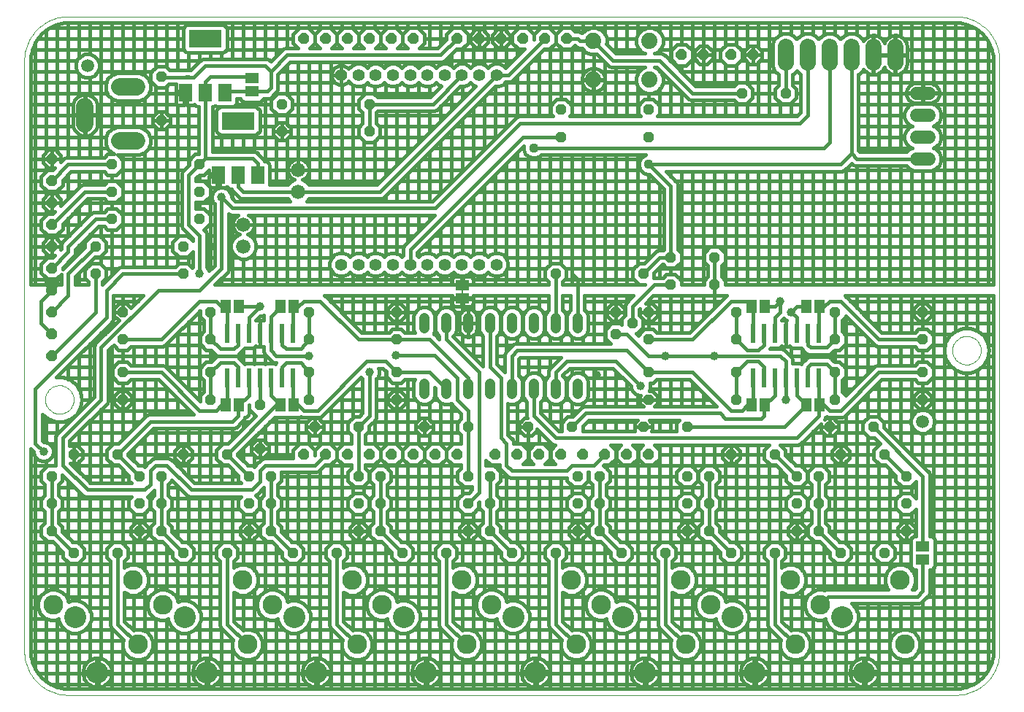
<source format=gtl>
G75*
G70*
%OFA0B0*%
%FSLAX24Y24*%
%IPPOS*%
%LPD*%
%AMOC8*
5,1,8,0,0,1.08239X$1,22.5*
%
%ADD10C,0.0000*%
%ADD11C,0.0900*%
%ADD12C,0.1000*%
%ADD13C,0.0740*%
%ADD14OC8,0.0480*%
%ADD15OC8,0.0500*%
%ADD16C,0.0591*%
%ADD17R,0.0630X0.0460*%
%ADD18C,0.0787*%
%ADD19R,0.0590X0.0790*%
%ADD20R,0.1500X0.0790*%
%ADD21C,0.0560*%
%ADD22C,0.0591*%
%ADD23R,0.0240X0.0870*%
%ADD24R,0.0460X0.0630*%
%ADD25C,0.0480*%
%ADD26C,0.0660*%
%ADD27C,0.0740*%
%ADD28C,0.0080*%
%ADD29C,0.0160*%
%ADD30C,0.0397*%
%ADD31C,0.0436*%
D10*
X002683Y000431D02*
X043183Y000431D01*
X043278Y000433D01*
X043373Y000440D01*
X043468Y000451D01*
X043562Y000467D01*
X043655Y000487D01*
X043746Y000512D01*
X043837Y000541D01*
X043926Y000574D01*
X044014Y000612D01*
X044099Y000653D01*
X044183Y000699D01*
X044264Y000748D01*
X044343Y000802D01*
X044419Y000859D01*
X044493Y000920D01*
X044563Y000984D01*
X044630Y001051D01*
X044694Y001121D01*
X044755Y001195D01*
X044812Y001271D01*
X044866Y001350D01*
X044915Y001431D01*
X044961Y001515D01*
X045002Y001600D01*
X045040Y001688D01*
X045073Y001777D01*
X045102Y001868D01*
X045127Y001959D01*
X045147Y002052D01*
X045163Y002146D01*
X045174Y002241D01*
X045181Y002336D01*
X045183Y002431D01*
X045183Y029431D01*
X045181Y029526D01*
X045174Y029621D01*
X045163Y029716D01*
X045147Y029810D01*
X045127Y029903D01*
X045102Y029994D01*
X045073Y030085D01*
X045040Y030174D01*
X045002Y030262D01*
X044961Y030347D01*
X044915Y030431D01*
X044866Y030512D01*
X044812Y030591D01*
X044755Y030667D01*
X044694Y030741D01*
X044630Y030811D01*
X044563Y030878D01*
X044493Y030942D01*
X044419Y031003D01*
X044343Y031060D01*
X044264Y031114D01*
X044183Y031163D01*
X044099Y031209D01*
X044014Y031250D01*
X043926Y031288D01*
X043837Y031321D01*
X043746Y031350D01*
X043655Y031375D01*
X043562Y031395D01*
X043468Y031411D01*
X043373Y031422D01*
X043278Y031429D01*
X043183Y031431D01*
X002683Y031431D01*
X002588Y031429D01*
X002493Y031422D01*
X002398Y031411D01*
X002304Y031395D01*
X002211Y031375D01*
X002120Y031350D01*
X002029Y031321D01*
X001940Y031288D01*
X001852Y031250D01*
X001767Y031209D01*
X001683Y031163D01*
X001602Y031114D01*
X001523Y031060D01*
X001447Y031003D01*
X001373Y030942D01*
X001303Y030878D01*
X001236Y030811D01*
X001172Y030741D01*
X001111Y030667D01*
X001054Y030591D01*
X001000Y030512D01*
X000951Y030431D01*
X000905Y030347D01*
X000864Y030262D01*
X000826Y030174D01*
X000793Y030085D01*
X000764Y029994D01*
X000739Y029903D01*
X000719Y029810D01*
X000703Y029716D01*
X000692Y029621D01*
X000685Y029526D01*
X000683Y029431D01*
X000683Y002431D01*
X000685Y002336D01*
X000692Y002241D01*
X000703Y002146D01*
X000719Y002052D01*
X000739Y001959D01*
X000764Y001868D01*
X000793Y001777D01*
X000826Y001688D01*
X000864Y001600D01*
X000905Y001515D01*
X000951Y001431D01*
X001000Y001350D01*
X001054Y001271D01*
X001111Y001195D01*
X001172Y001121D01*
X001236Y001051D01*
X001303Y000984D01*
X001373Y000920D01*
X001447Y000859D01*
X001523Y000802D01*
X001602Y000748D01*
X001683Y000699D01*
X001767Y000653D01*
X001852Y000612D01*
X001940Y000574D01*
X002029Y000541D01*
X002120Y000512D01*
X002211Y000487D01*
X002304Y000467D01*
X002398Y000451D01*
X002493Y000440D01*
X002588Y000433D01*
X002683Y000431D01*
X001633Y013931D02*
X001635Y013981D01*
X001641Y014031D01*
X001651Y014081D01*
X001664Y014129D01*
X001681Y014177D01*
X001702Y014223D01*
X001726Y014267D01*
X001754Y014309D01*
X001785Y014349D01*
X001819Y014386D01*
X001856Y014421D01*
X001895Y014452D01*
X001936Y014481D01*
X001980Y014506D01*
X002026Y014528D01*
X002073Y014546D01*
X002121Y014560D01*
X002170Y014571D01*
X002220Y014578D01*
X002270Y014581D01*
X002321Y014580D01*
X002371Y014575D01*
X002421Y014566D01*
X002469Y014554D01*
X002517Y014537D01*
X002563Y014517D01*
X002608Y014494D01*
X002651Y014467D01*
X002691Y014437D01*
X002729Y014404D01*
X002764Y014368D01*
X002797Y014329D01*
X002826Y014288D01*
X002852Y014245D01*
X002875Y014200D01*
X002894Y014153D01*
X002909Y014105D01*
X002921Y014056D01*
X002929Y014006D01*
X002933Y013956D01*
X002933Y013906D01*
X002929Y013856D01*
X002921Y013806D01*
X002909Y013757D01*
X002894Y013709D01*
X002875Y013662D01*
X002852Y013617D01*
X002826Y013574D01*
X002797Y013533D01*
X002764Y013494D01*
X002729Y013458D01*
X002691Y013425D01*
X002651Y013395D01*
X002608Y013368D01*
X002563Y013345D01*
X002517Y013325D01*
X002469Y013308D01*
X002421Y013296D01*
X002371Y013287D01*
X002321Y013282D01*
X002270Y013281D01*
X002220Y013284D01*
X002170Y013291D01*
X002121Y013302D01*
X002073Y013316D01*
X002026Y013334D01*
X001980Y013356D01*
X001936Y013381D01*
X001895Y013410D01*
X001856Y013441D01*
X001819Y013476D01*
X001785Y013513D01*
X001754Y013553D01*
X001726Y013595D01*
X001702Y013639D01*
X001681Y013685D01*
X001664Y013733D01*
X001651Y013781D01*
X001641Y013831D01*
X001635Y013881D01*
X001633Y013931D01*
X043033Y016181D02*
X043035Y016231D01*
X043041Y016281D01*
X043051Y016331D01*
X043064Y016379D01*
X043081Y016427D01*
X043102Y016473D01*
X043126Y016517D01*
X043154Y016559D01*
X043185Y016599D01*
X043219Y016636D01*
X043256Y016671D01*
X043295Y016702D01*
X043336Y016731D01*
X043380Y016756D01*
X043426Y016778D01*
X043473Y016796D01*
X043521Y016810D01*
X043570Y016821D01*
X043620Y016828D01*
X043670Y016831D01*
X043721Y016830D01*
X043771Y016825D01*
X043821Y016816D01*
X043869Y016804D01*
X043917Y016787D01*
X043963Y016767D01*
X044008Y016744D01*
X044051Y016717D01*
X044091Y016687D01*
X044129Y016654D01*
X044164Y016618D01*
X044197Y016579D01*
X044226Y016538D01*
X044252Y016495D01*
X044275Y016450D01*
X044294Y016403D01*
X044309Y016355D01*
X044321Y016306D01*
X044329Y016256D01*
X044333Y016206D01*
X044333Y016156D01*
X044329Y016106D01*
X044321Y016056D01*
X044309Y016007D01*
X044294Y015959D01*
X044275Y015912D01*
X044252Y015867D01*
X044226Y015824D01*
X044197Y015783D01*
X044164Y015744D01*
X044129Y015708D01*
X044091Y015675D01*
X044051Y015645D01*
X044008Y015618D01*
X043963Y015595D01*
X043917Y015575D01*
X043869Y015558D01*
X043821Y015546D01*
X043771Y015537D01*
X043721Y015532D01*
X043670Y015531D01*
X043620Y015534D01*
X043570Y015541D01*
X043521Y015552D01*
X043473Y015566D01*
X043426Y015584D01*
X043380Y015606D01*
X043336Y015631D01*
X043295Y015660D01*
X043256Y015691D01*
X043219Y015726D01*
X043185Y015763D01*
X043154Y015803D01*
X043126Y015845D01*
X043102Y015889D01*
X043081Y015935D01*
X043064Y015983D01*
X043051Y016031D01*
X043041Y016081D01*
X043035Y016131D01*
X043033Y016181D01*
D11*
X040653Y005691D03*
X037003Y004551D03*
X035653Y005691D03*
X032003Y004551D03*
X030653Y005691D03*
X027003Y004551D03*
X025653Y005691D03*
X022003Y004551D03*
X020653Y005691D03*
X017003Y004551D03*
X015653Y005691D03*
X012003Y004551D03*
X010653Y005691D03*
X007003Y004551D03*
X005653Y005691D03*
X002003Y004551D03*
X005863Y002741D03*
X010863Y002741D03*
X015863Y002741D03*
X020863Y002741D03*
X025863Y002741D03*
X030863Y002741D03*
X035863Y002741D03*
X040863Y002741D03*
D12*
X039013Y001461D03*
X037993Y004001D03*
X034013Y001461D03*
X032993Y004001D03*
X029013Y001461D03*
X027993Y004001D03*
X024013Y001461D03*
X022993Y004001D03*
X019013Y001461D03*
X017993Y004001D03*
X014013Y001461D03*
X012993Y004001D03*
X009013Y001461D03*
X007993Y004001D03*
X004013Y001461D03*
X002993Y004001D03*
D13*
X035433Y029311D02*
X035433Y030051D01*
X036433Y030051D02*
X036433Y029311D01*
X037433Y029311D02*
X037433Y030051D01*
X038433Y030051D02*
X038433Y029311D01*
X039433Y029311D02*
X039433Y030051D01*
X040433Y030051D02*
X040433Y029311D01*
D14*
X035433Y027931D03*
X033433Y027931D03*
X029183Y027181D03*
X029183Y025931D03*
X025183Y025931D03*
X025183Y027181D03*
X016433Y027431D03*
X016433Y026181D03*
X012433Y026181D03*
X012433Y027431D03*
X008683Y024681D03*
X008683Y023431D03*
X008683Y022181D03*
X007933Y020931D03*
X007933Y019681D03*
X009183Y017931D03*
X009183Y016681D03*
X009183Y015181D03*
X009183Y013931D03*
X011433Y013681D03*
X013683Y013931D03*
X013683Y015181D03*
X013683Y016681D03*
X013683Y017931D03*
X017683Y017931D03*
X017683Y016681D03*
X017683Y015181D03*
X017683Y013931D03*
X018933Y012681D03*
X020933Y012681D03*
X023683Y012681D03*
X025683Y012681D03*
X025933Y010431D03*
X026933Y010431D03*
X026933Y009181D03*
X025933Y009181D03*
X025933Y007931D03*
X026933Y007931D03*
X027933Y006931D03*
X029933Y006931D03*
X030933Y007931D03*
X031933Y007931D03*
X032933Y006931D03*
X034933Y006931D03*
X035933Y007931D03*
X036933Y007931D03*
X037933Y006931D03*
X039933Y006931D03*
X040933Y007931D03*
X040933Y009181D03*
X040933Y010431D03*
X039933Y011431D03*
X039433Y012681D03*
X037933Y011431D03*
X036933Y010431D03*
X035933Y010431D03*
X034933Y011431D03*
X032933Y011431D03*
X031933Y010431D03*
X030933Y010431D03*
X030933Y009181D03*
X031933Y009181D03*
X035933Y009181D03*
X036933Y009181D03*
X037433Y012681D03*
X037683Y013931D03*
X037683Y015181D03*
X037683Y016681D03*
X037683Y017931D03*
X041683Y017931D03*
X041683Y016681D03*
X041683Y015181D03*
X041683Y013931D03*
X033183Y013931D03*
X033183Y015181D03*
X033183Y016681D03*
X033183Y017931D03*
X032183Y019181D03*
X032183Y020431D03*
X030183Y020431D03*
X028933Y019681D03*
X030183Y019181D03*
X029183Y017931D03*
X028433Y017431D03*
X027683Y017931D03*
X027683Y016931D03*
X029183Y016681D03*
X029183Y015181D03*
X029183Y013931D03*
X028933Y012681D03*
X030933Y012681D03*
X024933Y006931D03*
X022933Y006931D03*
X021933Y007931D03*
X020933Y007931D03*
X019933Y006931D03*
X017933Y006931D03*
X016933Y007931D03*
X015933Y007931D03*
X014933Y006931D03*
X012933Y006931D03*
X011933Y007931D03*
X010933Y007931D03*
X009933Y006931D03*
X007933Y006931D03*
X006933Y007931D03*
X005933Y007931D03*
X004933Y006931D03*
X002933Y006931D03*
X001933Y007931D03*
X001933Y009181D03*
X001933Y010431D03*
X002933Y011431D03*
X004933Y011431D03*
X005933Y010431D03*
X006933Y010431D03*
X007933Y011431D03*
X009933Y011431D03*
X010933Y010431D03*
X011933Y010431D03*
X011933Y009181D03*
X010933Y009181D03*
X011433Y011681D03*
X013933Y012681D03*
X015933Y012681D03*
X015933Y010431D03*
X016933Y010431D03*
X016933Y009181D03*
X015933Y009181D03*
X020933Y009181D03*
X021933Y009181D03*
X021933Y010431D03*
X020933Y010431D03*
X024933Y019681D03*
X006933Y026681D03*
X006933Y028681D03*
X004683Y024681D03*
X004683Y023431D03*
X004683Y022181D03*
X003933Y020931D03*
X003933Y019681D03*
X005183Y017931D03*
X005183Y016681D03*
X005183Y015181D03*
X005183Y013931D03*
X005933Y009181D03*
X006933Y009181D03*
D15*
X013433Y011431D03*
X014433Y011431D03*
X015433Y011431D03*
X016433Y011431D03*
X017433Y011431D03*
X018433Y011431D03*
X019433Y011431D03*
X020433Y011431D03*
X022183Y011431D03*
X023183Y011431D03*
X024183Y011431D03*
X025183Y011431D03*
X026183Y011431D03*
X027183Y011431D03*
X028183Y011431D03*
X029183Y011431D03*
X030683Y029681D03*
X031683Y029681D03*
X032933Y029681D03*
X033933Y029681D03*
X025433Y030431D03*
X024433Y030431D03*
X023433Y030431D03*
X022433Y030431D03*
X021433Y030431D03*
X020433Y030431D03*
X018433Y030431D03*
X017433Y030431D03*
X016433Y030431D03*
X015433Y030431D03*
X014433Y030431D03*
X013433Y030431D03*
X001933Y024931D03*
X001933Y023931D03*
X001933Y022931D03*
X001933Y021931D03*
X001933Y020931D03*
X001933Y019931D03*
X001933Y018931D03*
X001933Y017931D03*
X001933Y016931D03*
X001933Y015931D03*
D16*
X003558Y029181D03*
X041683Y012931D03*
D17*
X041683Y007231D03*
X041683Y006631D03*
X020683Y018569D03*
X020683Y019169D03*
X011058Y028006D03*
X011058Y028606D03*
D18*
X005811Y028228D02*
X005024Y028228D01*
X003449Y027323D02*
X003449Y026536D01*
X005024Y025748D02*
X005811Y025748D01*
D19*
X008043Y027941D03*
X008943Y027941D03*
X009843Y027941D03*
X009543Y024191D03*
X010443Y024191D03*
X011343Y024191D03*
D20*
X010433Y026671D03*
X008933Y030421D03*
D21*
X015140Y028762D03*
X015927Y028762D03*
X016715Y028762D03*
X017502Y028762D03*
X018289Y028762D03*
X019077Y028762D03*
X019864Y028762D03*
X020652Y028762D03*
X021439Y028762D03*
X022226Y028762D03*
X022226Y020100D03*
X021439Y020100D03*
X020652Y020100D03*
X019864Y020100D03*
X019077Y020100D03*
X018289Y020100D03*
X017502Y020100D03*
X016715Y020100D03*
X015927Y020100D03*
X015140Y020100D03*
D22*
X041388Y024931D02*
X041978Y024931D01*
X041978Y025931D02*
X041388Y025931D01*
X041388Y026931D02*
X041978Y026931D01*
X041978Y027931D02*
X041388Y027931D01*
D23*
X036933Y016956D03*
X036433Y016956D03*
X035933Y016956D03*
X035433Y016956D03*
X034933Y016956D03*
X034433Y016956D03*
X033933Y016956D03*
X033933Y014906D03*
X034433Y014906D03*
X034933Y014906D03*
X035433Y014906D03*
X035933Y014906D03*
X036433Y014906D03*
X036933Y014906D03*
X012933Y014906D03*
X012433Y014906D03*
X011933Y014906D03*
X011433Y014906D03*
X010933Y014906D03*
X010433Y014906D03*
X009933Y014906D03*
X009933Y016956D03*
X010433Y016956D03*
X010933Y016956D03*
X011433Y016956D03*
X011933Y016956D03*
X012433Y016956D03*
X012933Y016956D03*
D24*
X012983Y018181D03*
X012383Y018181D03*
X010483Y018181D03*
X009883Y018181D03*
X009883Y013681D03*
X010483Y013681D03*
X012383Y013681D03*
X012983Y013681D03*
X033883Y013681D03*
X034483Y013681D03*
X036383Y013681D03*
X036983Y013681D03*
X036983Y018181D03*
X036383Y018181D03*
X034483Y018181D03*
X033883Y018181D03*
D25*
X025933Y017671D02*
X025933Y017191D01*
X024933Y017191D02*
X024933Y017671D01*
X023933Y017671D02*
X023933Y017191D01*
X022933Y017191D02*
X022933Y017671D01*
X021933Y017671D02*
X021933Y017191D01*
X020933Y017191D02*
X020933Y017671D01*
X019933Y017671D02*
X019933Y017191D01*
X018933Y017191D02*
X018933Y017671D01*
X018933Y014671D02*
X018933Y014191D01*
X019933Y014191D02*
X019933Y014671D01*
X020933Y014671D02*
X020933Y014191D01*
X021933Y014191D02*
X021933Y014671D01*
X022933Y014671D02*
X022933Y014191D01*
X023933Y014191D02*
X023933Y014671D01*
X024933Y014671D02*
X024933Y014191D01*
X025933Y014191D02*
X025933Y014671D01*
D26*
X013183Y023431D03*
X013183Y024431D03*
X010683Y021931D03*
X010683Y020931D03*
D27*
X026653Y028541D03*
X029213Y028541D03*
X029213Y030321D03*
X026653Y030321D03*
D28*
X020683Y019119D02*
X020683Y018619D01*
D29*
X001227Y001516D02*
X001467Y001215D01*
X001768Y000975D01*
X002115Y000808D01*
X002491Y000722D01*
X002683Y000711D01*
X002683Y003329D01*
X002574Y003374D02*
X002846Y003261D01*
X003140Y003261D01*
X003412Y003374D01*
X003620Y003582D01*
X003733Y003854D01*
X003733Y004148D01*
X003620Y004420D01*
X003412Y004629D01*
X003140Y004741D01*
X002846Y004741D01*
X002693Y004678D01*
X002693Y004688D01*
X002588Y004942D01*
X002394Y005136D01*
X002140Y005241D01*
X001866Y005241D01*
X001612Y005136D01*
X001418Y004942D01*
X001313Y004688D01*
X001313Y004414D01*
X001418Y004160D01*
X001612Y003966D01*
X001866Y003861D01*
X002140Y003861D01*
X002253Y003908D01*
X002253Y003854D01*
X002366Y003582D01*
X002574Y003374D01*
X002517Y003431D02*
X000963Y003431D01*
X000963Y002931D02*
X005195Y002931D01*
X005203Y002949D02*
X005173Y002878D01*
X005173Y002604D01*
X005278Y002350D01*
X005472Y002156D01*
X005726Y002051D01*
X006000Y002051D01*
X006254Y002156D01*
X006448Y002350D01*
X006553Y002604D01*
X006553Y002878D01*
X006448Y003132D01*
X006254Y003326D01*
X006000Y003431D01*
X005726Y003431D01*
X005655Y003402D01*
X005253Y003804D01*
X005253Y005115D01*
X005262Y005106D01*
X005516Y005001D01*
X005790Y005001D01*
X006044Y005106D01*
X006238Y005300D01*
X006343Y005554D01*
X006343Y005828D01*
X006238Y006082D01*
X006044Y006276D01*
X005790Y006381D01*
X005516Y006381D01*
X005262Y006276D01*
X005253Y006267D01*
X005253Y006572D01*
X005413Y006732D01*
X005413Y007130D01*
X005132Y007411D01*
X004734Y007411D01*
X004453Y007130D01*
X004453Y006732D01*
X004613Y006572D01*
X004613Y003735D01*
X004613Y003607D01*
X004662Y003490D01*
X005203Y002949D01*
X005183Y002969D02*
X005183Y002903D01*
X005183Y002580D02*
X005183Y000711D01*
X004683Y000711D02*
X004683Y003469D01*
X004721Y003431D02*
X003470Y003431D01*
X003183Y003279D02*
X003183Y000711D01*
X003516Y001025D02*
X003577Y000964D01*
X003646Y000911D01*
X003721Y000868D01*
X003801Y000835D01*
X003884Y000812D01*
X003955Y000803D01*
X003955Y001403D01*
X004071Y001403D01*
X004071Y000803D01*
X004142Y000812D01*
X004226Y000835D01*
X004306Y000868D01*
X004381Y000911D01*
X004449Y000964D01*
X004510Y001025D01*
X004563Y001094D01*
X004606Y001169D01*
X004639Y001249D01*
X004662Y001332D01*
X004671Y001403D01*
X004071Y001403D01*
X004071Y001519D01*
X003955Y001519D01*
X003955Y001403D01*
X003355Y001403D01*
X003364Y001332D01*
X003387Y001249D01*
X003420Y001169D01*
X003463Y001094D01*
X003516Y001025D01*
X003620Y000931D02*
X001859Y000931D01*
X001683Y001042D02*
X001683Y003937D01*
X001697Y003931D02*
X000963Y003931D01*
X000963Y004431D02*
X001313Y004431D01*
X001414Y004931D02*
X000963Y004931D01*
X000963Y005431D02*
X004613Y005431D01*
X004613Y004931D02*
X002593Y004931D01*
X002683Y004712D02*
X002683Y006502D01*
X002734Y006451D02*
X003132Y006451D01*
X003413Y006732D01*
X003413Y007130D01*
X003132Y007411D01*
X002906Y007411D01*
X002413Y007904D01*
X002413Y008130D01*
X002253Y008290D01*
X002253Y008822D01*
X002413Y008982D01*
X002413Y009380D01*
X002253Y009540D01*
X002253Y010072D01*
X002413Y010232D01*
X002413Y010499D01*
X003377Y009535D01*
X003494Y009486D01*
X003622Y009486D01*
X005559Y009486D01*
X005453Y009380D01*
X005453Y008982D01*
X005734Y008701D01*
X006132Y008701D01*
X006413Y008982D01*
X006413Y009380D01*
X006289Y009504D01*
X006346Y009527D01*
X006364Y009535D01*
X006364Y009535D01*
X006364Y009535D01*
X006405Y009575D01*
X006613Y009784D01*
X006613Y009540D01*
X006453Y009380D01*
X006453Y008982D01*
X006613Y008822D01*
X006613Y008290D01*
X006453Y008130D01*
X006453Y007732D01*
X006734Y007451D01*
X006961Y007451D01*
X007453Y006959D01*
X007453Y006732D01*
X007734Y006451D01*
X008132Y006451D01*
X008413Y006732D01*
X008413Y007130D01*
X008132Y007411D01*
X007906Y007411D01*
X007413Y007904D01*
X007413Y008130D01*
X007253Y008290D01*
X007253Y008822D01*
X007413Y008982D01*
X007413Y009380D01*
X007253Y009540D01*
X007253Y010072D01*
X007413Y010232D01*
X007413Y010249D01*
X008127Y009535D01*
X008244Y009486D01*
X008372Y009486D01*
X010559Y009486D01*
X010453Y009380D01*
X010453Y008982D01*
X010734Y008701D01*
X011132Y008701D01*
X011413Y008982D01*
X011413Y009380D01*
X011249Y009544D01*
X011329Y009625D01*
X011613Y009909D01*
X011613Y009540D01*
X011453Y009380D01*
X011453Y008982D01*
X011613Y008822D01*
X011613Y008290D01*
X011453Y008130D01*
X011453Y007732D01*
X011734Y007451D01*
X011961Y007451D01*
X012453Y006959D01*
X012453Y006732D01*
X012734Y006451D01*
X013132Y006451D01*
X013413Y006732D01*
X013413Y007130D01*
X013132Y007411D01*
X012906Y007411D01*
X012413Y007904D01*
X012413Y008130D01*
X012253Y008290D01*
X012253Y008822D01*
X012413Y008982D01*
X012413Y009380D01*
X012253Y009540D01*
X012253Y010072D01*
X012413Y010232D01*
X012413Y010611D01*
X013869Y010611D01*
X013997Y010611D01*
X014114Y010660D01*
X014396Y010941D01*
X014636Y010941D01*
X014923Y011228D01*
X014923Y011634D01*
X014636Y011921D01*
X014230Y011921D01*
X013943Y011634D01*
X013943Y011394D01*
X013923Y011374D01*
X013923Y011634D01*
X013636Y011921D01*
X013230Y011921D01*
X012943Y011634D01*
X012943Y011251D01*
X011747Y011251D01*
X011619Y011251D01*
X011502Y011202D01*
X011252Y010952D01*
X011171Y010872D01*
X011132Y010911D01*
X010906Y010911D01*
X010413Y011404D01*
X010413Y011459D01*
X012088Y013133D01*
X012105Y013126D01*
X012661Y013126D01*
X012683Y013135D01*
X012683Y011251D01*
X012943Y011431D02*
X011749Y011431D01*
X011683Y011366D02*
X011683Y011251D01*
X011599Y011281D02*
X011833Y011516D01*
X011833Y011681D01*
X011434Y011681D01*
X011434Y011681D01*
X011833Y011681D01*
X011833Y011847D01*
X011599Y012081D01*
X011433Y012081D01*
X011267Y012081D01*
X011033Y011847D01*
X011033Y011681D01*
X011033Y011516D01*
X011267Y011281D01*
X011433Y011281D01*
X011433Y011681D01*
X011433Y011681D01*
X011033Y011681D01*
X011433Y011681D01*
X011433Y011681D01*
X011433Y011281D01*
X011599Y011281D01*
X011433Y011431D02*
X011433Y011431D01*
X011433Y011682D02*
X011433Y012081D01*
X011433Y011682D01*
X011433Y011682D01*
X011433Y011931D02*
X011433Y011931D01*
X011183Y011997D02*
X011183Y012229D01*
X011386Y012431D02*
X013617Y012431D01*
X013683Y012366D02*
X013683Y011874D01*
X013183Y011874D02*
X013183Y013126D01*
X013261Y013126D02*
X013297Y013141D01*
X013369Y013111D01*
X013497Y013111D01*
X013994Y013111D01*
X014122Y013111D01*
X014239Y013160D01*
X016047Y014968D01*
X016061Y014933D01*
X016113Y014881D01*
X016113Y013314D01*
X015961Y013161D01*
X015734Y013161D01*
X015453Y012880D01*
X015453Y012482D01*
X015613Y012322D01*
X015613Y011921D01*
X015230Y011921D01*
X014943Y011634D01*
X014943Y011228D01*
X015230Y010941D01*
X015613Y010941D01*
X015613Y010790D01*
X015453Y010630D01*
X015453Y010232D01*
X015734Y009951D01*
X016132Y009951D01*
X016413Y010232D01*
X016413Y010630D01*
X016253Y010790D01*
X016253Y010941D01*
X016636Y010941D01*
X016923Y011228D01*
X016923Y011634D01*
X016636Y011921D01*
X016253Y011921D01*
X016253Y012322D01*
X016413Y012482D01*
X016413Y012709D01*
X016704Y013000D01*
X016753Y013117D01*
X016753Y013245D01*
X016753Y014881D01*
X016805Y014933D01*
X016872Y015094D01*
X016872Y015268D01*
X016833Y015361D01*
X017051Y015361D01*
X017203Y015209D01*
X017203Y014982D01*
X017484Y014701D01*
X017882Y014701D01*
X018042Y014861D01*
X018492Y014861D01*
X018453Y014767D01*
X018453Y014096D01*
X018526Y013919D01*
X018661Y013784D01*
X018838Y013711D01*
X019029Y013711D01*
X019205Y013784D01*
X019340Y013919D01*
X019413Y014096D01*
X019413Y014499D01*
X019453Y014459D01*
X019453Y014096D01*
X019526Y013919D01*
X019661Y013784D01*
X019838Y013711D01*
X020029Y013711D01*
X020156Y013764D01*
X020162Y013750D01*
X020252Y013660D01*
X020613Y013299D01*
X020613Y013040D01*
X020453Y012880D01*
X020453Y012482D01*
X020613Y012322D01*
X020613Y011921D01*
X020230Y011921D01*
X019943Y011634D01*
X019943Y011228D01*
X020230Y010941D01*
X020613Y010941D01*
X020613Y010790D01*
X020453Y010630D01*
X020453Y010232D01*
X020734Y009951D01*
X021113Y009951D01*
X021113Y009814D01*
X020961Y009661D01*
X020734Y009661D01*
X020453Y009380D01*
X020453Y008982D01*
X020734Y008701D01*
X021132Y008701D01*
X021413Y008982D01*
X021413Y009209D01*
X021453Y009249D01*
X021453Y008982D01*
X021613Y008822D01*
X021613Y008290D01*
X021453Y008130D01*
X021453Y007732D01*
X021734Y007451D01*
X021961Y007451D01*
X022453Y006959D01*
X022453Y006732D01*
X022734Y006451D01*
X023132Y006451D01*
X023413Y006732D01*
X023413Y007130D01*
X023132Y007411D01*
X022906Y007411D01*
X022413Y007904D01*
X022413Y008130D01*
X022253Y008290D01*
X022253Y008822D01*
X022413Y008982D01*
X022413Y009380D01*
X022253Y009540D01*
X022253Y010072D01*
X022413Y010232D01*
X022413Y010630D01*
X022132Y010911D01*
X021753Y010911D01*
X021753Y011168D01*
X021980Y010941D01*
X022363Y010941D01*
X022363Y010867D01*
X022412Y010750D01*
X022662Y010500D01*
X022752Y010410D01*
X022869Y010361D01*
X025369Y010361D01*
X025453Y010361D01*
X025453Y010232D01*
X025734Y009951D01*
X026132Y009951D01*
X026413Y010232D01*
X026413Y010611D01*
X026453Y010611D01*
X026453Y010232D01*
X026613Y010072D01*
X026613Y009540D01*
X026453Y009380D01*
X026453Y008982D01*
X026613Y008822D01*
X026613Y008290D01*
X026453Y008130D01*
X026453Y007732D01*
X026734Y007451D01*
X026961Y007451D01*
X027453Y006959D01*
X027453Y006732D01*
X027734Y006451D01*
X028132Y006451D01*
X028413Y006732D01*
X028413Y007130D01*
X028132Y007411D01*
X027906Y007411D01*
X027413Y007904D01*
X027413Y008130D01*
X027253Y008290D01*
X027253Y008822D01*
X027413Y008982D01*
X027413Y009380D01*
X027253Y009540D01*
X027253Y010072D01*
X027413Y010232D01*
X027413Y010630D01*
X027132Y010911D01*
X027116Y010911D01*
X027146Y010941D01*
X027386Y010941D01*
X027673Y011228D01*
X027673Y011634D01*
X027446Y011861D01*
X027920Y011861D01*
X027693Y011634D01*
X027693Y011228D01*
X027980Y010941D01*
X028386Y010941D01*
X028673Y011228D01*
X028673Y011634D01*
X028446Y011861D01*
X028920Y011861D01*
X028693Y011634D01*
X028693Y011228D01*
X028980Y010941D01*
X029386Y010941D01*
X029673Y011228D01*
X029673Y011634D01*
X029446Y011861D01*
X034684Y011861D01*
X034453Y011630D01*
X034453Y011232D01*
X034734Y010951D01*
X034961Y010951D01*
X035453Y010459D01*
X035453Y010232D01*
X035734Y009951D01*
X036132Y009951D01*
X036413Y010232D01*
X036413Y010630D01*
X036132Y010911D01*
X035906Y010911D01*
X035413Y011404D01*
X035413Y011630D01*
X035182Y011861D01*
X035997Y011861D01*
X036114Y011910D01*
X036204Y012000D01*
X037033Y012829D01*
X037033Y012681D01*
X037033Y012516D01*
X037267Y012281D01*
X037433Y012281D01*
X037433Y012681D01*
X037433Y012681D01*
X037033Y012681D01*
X037433Y012681D01*
X037433Y012681D01*
X037433Y012281D01*
X037599Y012281D01*
X037833Y012516D01*
X037833Y012681D01*
X037434Y012681D01*
X037434Y012681D01*
X037833Y012681D01*
X037833Y012847D01*
X037599Y013081D01*
X037433Y013081D01*
X037267Y013081D01*
X037217Y013031D01*
X037253Y013117D01*
X037253Y013126D01*
X037261Y013126D01*
X037297Y013141D01*
X037369Y013111D01*
X037497Y013111D01*
X037997Y013111D01*
X038114Y013160D01*
X038204Y013250D01*
X039816Y014861D01*
X041324Y014861D01*
X041484Y014701D01*
X041882Y014701D01*
X042163Y014982D01*
X042163Y015380D01*
X041882Y015661D01*
X041484Y015661D01*
X041324Y015501D01*
X039747Y015501D01*
X039619Y015501D01*
X039502Y015452D01*
X038163Y014114D01*
X038163Y014130D01*
X038003Y014290D01*
X038003Y014822D01*
X038163Y014982D01*
X038163Y015380D01*
X037882Y015661D01*
X037656Y015661D01*
X037579Y015737D01*
X037489Y015827D01*
X037372Y015876D01*
X036622Y015876D01*
X036495Y015876D01*
X036494Y015876D01*
X036377Y015827D01*
X036287Y015737D01*
X036252Y015702D01*
X036162Y015612D01*
X036142Y015564D01*
X036101Y015581D01*
X035765Y015581D01*
X035753Y015576D01*
X035753Y015745D01*
X035704Y015862D01*
X035614Y015952D01*
X035364Y016202D01*
X035247Y016251D01*
X035119Y016251D01*
X034705Y016251D01*
X034724Y016298D01*
X034765Y016281D01*
X035101Y016281D01*
X035189Y016318D01*
X035246Y016375D01*
X035251Y016372D01*
X035292Y016361D01*
X035433Y016361D01*
X035433Y016956D01*
X035433Y016956D01*
X035433Y016361D01*
X035574Y016361D01*
X035615Y016372D01*
X035620Y016375D01*
X035677Y016318D01*
X035765Y016281D01*
X036101Y016281D01*
X036142Y016298D01*
X036162Y016250D01*
X036252Y016160D01*
X036377Y016035D01*
X036494Y015986D01*
X036622Y015986D01*
X037372Y015986D01*
X037489Y016035D01*
X037579Y016125D01*
X037579Y016125D01*
X037656Y016201D01*
X037882Y016201D01*
X038163Y016482D01*
X038163Y016880D01*
X038003Y017040D01*
X038003Y017572D01*
X038163Y017732D01*
X038163Y017749D01*
X039502Y016410D01*
X039619Y016361D01*
X039747Y016361D01*
X041324Y016361D01*
X041484Y016201D01*
X041882Y016201D01*
X042163Y016482D01*
X042163Y016880D01*
X041882Y017161D01*
X041484Y017161D01*
X041324Y017001D01*
X039816Y017001D01*
X038204Y018612D01*
X038136Y018681D01*
X044903Y018681D01*
X044903Y002431D01*
X044892Y002239D01*
X044807Y001863D01*
X044640Y001516D01*
X044399Y001215D01*
X044098Y000975D01*
X043751Y000808D01*
X043376Y000722D01*
X043183Y000711D01*
X043183Y015288D01*
X043170Y015293D02*
X043505Y015171D01*
X043627Y015171D01*
X043627Y015171D01*
X043654Y015171D01*
X043683Y015171D01*
X043739Y015171D01*
X043861Y015171D01*
X043861Y015171D01*
X044196Y015293D01*
X044469Y015522D01*
X044647Y015830D01*
X044647Y015830D01*
X044709Y016181D01*
X044709Y016181D01*
X044647Y016532D01*
X044469Y016840D01*
X044469Y016840D01*
X044196Y017069D01*
X043861Y017191D01*
X043739Y017191D01*
X043739Y017191D01*
X043683Y017191D01*
X043683Y018681D01*
X043183Y018681D02*
X043183Y017074D01*
X043170Y017069D02*
X043170Y017069D01*
X042898Y016840D01*
X042719Y016532D01*
X042658Y016181D01*
X042719Y015830D01*
X042898Y015522D01*
X043170Y015293D01*
X043170Y015293D01*
X043006Y015431D02*
X042112Y015431D01*
X041683Y015661D02*
X041683Y016201D01*
X041683Y016681D02*
X039683Y016681D01*
X037933Y018431D01*
X037433Y018431D01*
X037183Y018181D01*
X036983Y018181D01*
X036933Y018131D01*
X036933Y016956D01*
X036433Y016956D02*
X036433Y016431D01*
X036558Y016306D01*
X037308Y016306D01*
X037683Y016681D01*
X037683Y017931D01*
X038183Y017729D02*
X038183Y014134D01*
X038003Y014431D02*
X038481Y014431D01*
X038683Y014634D02*
X038683Y017229D01*
X038481Y017431D02*
X038003Y017431D01*
X038112Y016931D02*
X038981Y016931D01*
X039183Y016729D02*
X039183Y015134D01*
X038981Y014931D02*
X038112Y014931D01*
X037683Y015181D02*
X037308Y015556D01*
X036558Y015556D01*
X036433Y015431D01*
X036433Y014906D01*
X035933Y014906D02*
X035933Y014131D01*
X036383Y013681D01*
X035383Y012681D01*
X030933Y012681D01*
X030559Y012986D02*
X030453Y012880D01*
X030453Y012501D01*
X029319Y012501D01*
X029333Y012516D01*
X029333Y012681D01*
X028934Y012681D01*
X028934Y012681D01*
X029333Y012681D01*
X029333Y012847D01*
X029194Y012986D01*
X030559Y012986D01*
X030504Y012931D02*
X029249Y012931D01*
X029183Y012681D02*
X029183Y012681D01*
X028933Y012681D02*
X028533Y012681D01*
X028533Y012516D01*
X028548Y012501D01*
X026163Y012501D01*
X026163Y012709D01*
X026441Y012986D01*
X028673Y012986D01*
X028533Y012847D01*
X028533Y012681D01*
X028933Y012681D01*
X028933Y012681D01*
X028683Y012681D02*
X028683Y012681D01*
X028618Y012931D02*
X026386Y012931D01*
X026183Y012729D02*
X026183Y012501D01*
X026683Y012501D02*
X026683Y012986D01*
X026308Y013306D02*
X025683Y012681D01*
X025683Y013161D02*
X025683Y013775D01*
X025661Y013784D02*
X025838Y013711D01*
X026029Y013711D01*
X026205Y013784D01*
X026340Y013919D01*
X026413Y014096D01*
X026413Y014767D01*
X026340Y014943D01*
X026205Y015078D01*
X026029Y015151D01*
X025838Y015151D01*
X025661Y015078D01*
X025526Y014943D01*
X025453Y014767D01*
X025453Y014096D01*
X025526Y013919D01*
X025661Y013784D01*
X025521Y013931D02*
X025345Y013931D01*
X025340Y013919D02*
X025413Y014096D01*
X025413Y014767D01*
X025340Y014943D01*
X025253Y015030D01*
X025253Y015049D01*
X025566Y015361D01*
X027551Y015361D01*
X028370Y014542D01*
X028370Y014469D01*
X028436Y014308D01*
X028560Y014184D01*
X028721Y014118D01*
X028804Y014118D01*
X028783Y014097D01*
X028783Y013931D01*
X028783Y013766D01*
X028923Y013626D01*
X026372Y013626D01*
X026244Y013626D01*
X026127Y013577D01*
X025711Y013161D01*
X025484Y013161D01*
X025203Y012880D01*
X025203Y012501D01*
X025066Y012501D01*
X024253Y013314D01*
X024253Y013832D01*
X024340Y013919D01*
X024413Y014096D01*
X024413Y014767D01*
X024340Y014943D01*
X024205Y015078D01*
X024029Y015151D01*
X023838Y015151D01*
X023661Y015078D01*
X023526Y014943D01*
X023453Y014767D01*
X023453Y014096D01*
X023526Y013919D01*
X023613Y013832D01*
X023613Y013245D01*
X023613Y013117D01*
X023628Y013081D01*
X023517Y013081D01*
X023283Y012847D01*
X023283Y012681D01*
X023283Y012516D01*
X023517Y012281D01*
X023683Y012281D01*
X023683Y012681D01*
X023683Y012681D01*
X023683Y011001D01*
X023673Y011228D02*
X023673Y011634D01*
X023386Y011921D01*
X023003Y011921D01*
X023003Y011995D01*
X022954Y012112D01*
X022864Y012202D01*
X022753Y012314D01*
X022753Y013746D01*
X022838Y013711D01*
X023029Y013711D01*
X023205Y013784D01*
X023340Y013919D01*
X023413Y014096D01*
X023413Y014767D01*
X023340Y014943D01*
X023253Y015030D01*
X023253Y015799D01*
X023316Y015861D01*
X025161Y015861D01*
X024662Y015362D01*
X024613Y015245D01*
X024613Y015117D01*
X024613Y015030D01*
X024526Y014943D01*
X024453Y014767D01*
X024453Y014096D01*
X024526Y013919D01*
X024661Y013784D01*
X024838Y013711D01*
X025029Y013711D01*
X025205Y013784D01*
X025340Y013919D01*
X025183Y013775D02*
X025183Y012501D01*
X024933Y012181D02*
X035933Y012181D01*
X036933Y013181D01*
X036933Y014906D01*
X036933Y013731D01*
X036983Y013681D01*
X037183Y013681D01*
X037433Y013431D01*
X037933Y013431D01*
X039683Y015181D01*
X041683Y015181D01*
X042112Y014931D02*
X044903Y014931D01*
X044196Y015293D02*
X044196Y015293D01*
X044183Y015288D02*
X044183Y001043D01*
X044008Y000931D02*
X039407Y000931D01*
X039381Y000911D02*
X039449Y000964D01*
X039510Y001025D01*
X039563Y001094D01*
X039606Y001169D01*
X039639Y001249D01*
X039662Y001332D01*
X039671Y001403D01*
X039071Y001403D01*
X039071Y000803D01*
X039142Y000812D01*
X039226Y000835D01*
X039306Y000868D01*
X039381Y000911D01*
X039183Y000823D02*
X039183Y000711D01*
X038955Y000803D02*
X038955Y001403D01*
X039071Y001403D01*
X039071Y001519D01*
X038955Y001519D01*
X038955Y001403D01*
X038355Y001403D01*
X038364Y001332D01*
X038387Y001249D01*
X038420Y001169D01*
X038463Y001094D01*
X038516Y001025D01*
X038577Y000964D01*
X038646Y000911D01*
X038721Y000868D01*
X038801Y000835D01*
X038884Y000812D01*
X038955Y000803D01*
X038955Y000931D02*
X039071Y000931D01*
X038683Y000890D02*
X038683Y000711D01*
X038620Y000931D02*
X034407Y000931D01*
X034381Y000911D02*
X034449Y000964D01*
X034510Y001025D01*
X034563Y001094D01*
X034606Y001169D01*
X034639Y001249D01*
X034662Y001332D01*
X034671Y001403D01*
X034071Y001403D01*
X034071Y000803D01*
X034142Y000812D01*
X034226Y000835D01*
X034306Y000868D01*
X034381Y000911D01*
X034183Y000823D02*
X034183Y000711D01*
X033955Y000803D02*
X033955Y001403D01*
X034071Y001403D01*
X034071Y001519D01*
X033955Y001519D01*
X033955Y001403D01*
X033355Y001403D01*
X033364Y001332D01*
X033387Y001249D01*
X033420Y001169D01*
X033463Y001094D01*
X033516Y001025D01*
X033577Y000964D01*
X033646Y000911D01*
X033721Y000868D01*
X033801Y000835D01*
X033884Y000812D01*
X033955Y000803D01*
X033955Y000931D02*
X034071Y000931D01*
X033683Y000890D02*
X033683Y000711D01*
X033620Y000931D02*
X029407Y000931D01*
X029381Y000911D02*
X029449Y000964D01*
X029510Y001025D01*
X029563Y001094D01*
X029606Y001169D01*
X029639Y001249D01*
X029662Y001332D01*
X029671Y001403D01*
X029071Y001403D01*
X029071Y000803D01*
X029142Y000812D01*
X029226Y000835D01*
X029306Y000868D01*
X029381Y000911D01*
X029183Y000823D02*
X029183Y000711D01*
X028955Y000803D02*
X028955Y001403D01*
X029071Y001403D01*
X029071Y001519D01*
X028955Y001519D01*
X028955Y001403D01*
X028355Y001403D01*
X028364Y001332D01*
X028387Y001249D01*
X028420Y001169D01*
X028463Y001094D01*
X028516Y001025D01*
X028577Y000964D01*
X028646Y000911D01*
X028721Y000868D01*
X028801Y000835D01*
X028884Y000812D01*
X028955Y000803D01*
X028955Y000931D02*
X029071Y000931D01*
X028683Y000890D02*
X028683Y000711D01*
X028620Y000931D02*
X024407Y000931D01*
X024381Y000911D02*
X024449Y000964D01*
X024510Y001025D01*
X024563Y001094D01*
X024606Y001169D01*
X024639Y001249D01*
X024662Y001332D01*
X024671Y001403D01*
X024071Y001403D01*
X024071Y000803D01*
X024142Y000812D01*
X024226Y000835D01*
X024306Y000868D01*
X024381Y000911D01*
X024183Y000823D02*
X024183Y000711D01*
X023955Y000803D02*
X023955Y001403D01*
X024071Y001403D01*
X024071Y001519D01*
X023955Y001519D01*
X023955Y001403D01*
X023355Y001403D01*
X023364Y001332D01*
X023387Y001249D01*
X023420Y001169D01*
X023463Y001094D01*
X023516Y001025D01*
X023577Y000964D01*
X023646Y000911D01*
X023721Y000868D01*
X023801Y000835D01*
X023884Y000812D01*
X023955Y000803D01*
X023955Y000931D02*
X024071Y000931D01*
X023683Y000890D02*
X023683Y000711D01*
X023620Y000931D02*
X019407Y000931D01*
X019381Y000911D02*
X019449Y000964D01*
X019510Y001025D01*
X019563Y001094D01*
X019606Y001169D01*
X019639Y001249D01*
X019662Y001332D01*
X019671Y001403D01*
X019071Y001403D01*
X019071Y000803D01*
X019142Y000812D01*
X019226Y000835D01*
X019306Y000868D01*
X019381Y000911D01*
X019183Y000823D02*
X019183Y000711D01*
X018955Y000803D02*
X018955Y001403D01*
X019071Y001403D01*
X019071Y001519D01*
X018955Y001519D01*
X018955Y001403D01*
X018355Y001403D01*
X018364Y001332D01*
X018387Y001249D01*
X018420Y001169D01*
X018463Y001094D01*
X018516Y001025D01*
X018577Y000964D01*
X018646Y000911D01*
X018721Y000868D01*
X018801Y000835D01*
X018884Y000812D01*
X018955Y000803D01*
X018955Y000931D02*
X019071Y000931D01*
X018683Y000890D02*
X018683Y000711D01*
X018620Y000931D02*
X014407Y000931D01*
X014381Y000911D02*
X014449Y000964D01*
X014510Y001025D01*
X014563Y001094D01*
X014606Y001169D01*
X014639Y001249D01*
X014662Y001332D01*
X014671Y001403D01*
X014071Y001403D01*
X014071Y000803D01*
X014142Y000812D01*
X014226Y000835D01*
X014306Y000868D01*
X014381Y000911D01*
X014183Y000823D02*
X014183Y000711D01*
X013955Y000803D02*
X013955Y001403D01*
X014071Y001403D01*
X014071Y001519D01*
X013955Y001519D01*
X013955Y001403D01*
X013355Y001403D01*
X013364Y001332D01*
X013387Y001249D01*
X013420Y001169D01*
X013463Y001094D01*
X013516Y001025D01*
X013577Y000964D01*
X013646Y000911D01*
X013721Y000868D01*
X013801Y000835D01*
X013884Y000812D01*
X013955Y000803D01*
X013955Y000931D02*
X014071Y000931D01*
X013683Y000890D02*
X013683Y000711D01*
X013620Y000931D02*
X009407Y000931D01*
X009381Y000911D02*
X009449Y000964D01*
X009510Y001025D01*
X009563Y001094D01*
X009606Y001169D01*
X009639Y001249D01*
X009662Y001332D01*
X009671Y001403D01*
X009071Y001403D01*
X009071Y000803D01*
X009142Y000812D01*
X009226Y000835D01*
X009306Y000868D01*
X009381Y000911D01*
X009183Y000823D02*
X009183Y000711D01*
X008955Y000803D02*
X008955Y001403D01*
X009071Y001403D01*
X009071Y001519D01*
X008955Y001519D01*
X008955Y001403D01*
X008355Y001403D01*
X008364Y001332D01*
X008387Y001249D01*
X008420Y001169D01*
X008463Y001094D01*
X008516Y001025D01*
X008577Y000964D01*
X008646Y000911D01*
X008721Y000868D01*
X008801Y000835D01*
X008884Y000812D01*
X008955Y000803D01*
X008955Y000931D02*
X009071Y000931D01*
X008683Y000890D02*
X008683Y000711D01*
X008620Y000931D02*
X004407Y000931D01*
X004183Y000823D02*
X004183Y000711D01*
X004071Y000931D02*
X003955Y000931D01*
X003683Y000890D02*
X003683Y000711D01*
X003683Y001403D02*
X003683Y001519D01*
X003955Y001519D02*
X003355Y001519D01*
X003364Y001590D01*
X003387Y001674D01*
X003420Y001754D01*
X003463Y001829D01*
X003516Y001897D01*
X003577Y001958D01*
X003646Y002011D01*
X003721Y002054D01*
X003801Y002087D01*
X003884Y002110D01*
X003955Y002119D01*
X003955Y001519D01*
X003955Y001431D02*
X001294Y001431D01*
X001227Y001516D02*
X001060Y001863D01*
X000974Y002239D01*
X000963Y002431D01*
X000963Y002480D01*
X000963Y002487D01*
X000963Y011699D01*
X001002Y011660D01*
X001120Y011542D01*
X001120Y011469D01*
X001186Y011308D01*
X001310Y011184D01*
X001471Y011118D01*
X001645Y011118D01*
X001806Y011184D01*
X001930Y011308D01*
X001997Y011469D01*
X001997Y011643D01*
X001930Y011804D01*
X001806Y011928D01*
X001645Y011995D01*
X001572Y011995D01*
X001503Y012064D01*
X001503Y013267D01*
X001770Y013043D01*
X001770Y013043D01*
X002105Y012921D01*
X002227Y012921D01*
X002257Y012921D01*
X002283Y012921D01*
X002339Y012921D01*
X002461Y012921D01*
X002461Y012921D01*
X002796Y013043D01*
X003069Y013272D01*
X003247Y013580D01*
X003247Y013580D01*
X003309Y013931D01*
X003309Y013931D01*
X003731Y013931D01*
X003683Y013884D02*
X003683Y016479D01*
X003636Y016431D02*
X003889Y016431D01*
X003912Y016487D02*
X003863Y016370D01*
X003863Y016242D01*
X003863Y014064D01*
X002162Y012362D01*
X002113Y012245D01*
X002113Y012117D01*
X002113Y010911D01*
X001734Y010911D01*
X001453Y010630D01*
X001453Y010232D01*
X001613Y010072D01*
X001613Y009540D01*
X001453Y009380D01*
X001453Y008982D01*
X001613Y008822D01*
X001613Y008290D01*
X001453Y008130D01*
X001453Y007732D01*
X001734Y007451D01*
X001961Y007451D01*
X002453Y006959D01*
X002453Y006732D01*
X002734Y006451D01*
X003183Y006502D02*
X003183Y004723D01*
X003610Y004431D02*
X004613Y004431D01*
X004613Y003931D02*
X003733Y003931D01*
X003683Y003733D02*
X003683Y002033D01*
X003550Y001931D02*
X001044Y001931D01*
X001183Y001607D02*
X001183Y011316D01*
X001135Y011431D02*
X000963Y011431D01*
X000963Y010931D02*
X002113Y010931D01*
X002433Y010931D02*
X002433Y012181D01*
X004183Y013931D01*
X004183Y016306D01*
X006808Y018931D01*
X008683Y018931D01*
X009683Y019931D01*
X009683Y023181D01*
X010183Y022681D01*
X019433Y022681D01*
X023308Y026556D01*
X036058Y026556D01*
X036433Y026931D01*
X036433Y029681D01*
X035933Y028949D02*
X036088Y028794D01*
X036113Y028783D01*
X036113Y027064D01*
X035926Y026876D01*
X029557Y026876D01*
X029663Y026982D01*
X029663Y027380D01*
X029382Y027661D01*
X028984Y027661D01*
X028703Y027380D01*
X028703Y026982D01*
X028809Y026876D01*
X025557Y026876D01*
X025663Y026982D01*
X025663Y027380D01*
X025382Y027661D01*
X024984Y027661D01*
X024703Y027380D01*
X024703Y026982D01*
X024809Y026876D01*
X023244Y026876D01*
X023127Y026827D01*
X023037Y026737D01*
X019301Y023001D01*
X013559Y023001D01*
X013666Y023108D01*
X013668Y023111D01*
X016832Y023111D01*
X016959Y023111D01*
X017077Y023160D01*
X022159Y028242D01*
X022330Y028242D01*
X022521Y028321D01*
X022642Y028442D01*
X022700Y028442D01*
X022828Y028442D01*
X022945Y028491D01*
X024396Y029941D01*
X024636Y029941D01*
X024923Y030228D01*
X024923Y030634D01*
X024636Y030921D01*
X024230Y030921D01*
X023943Y030634D01*
X023943Y030394D01*
X023923Y030374D01*
X023923Y030634D01*
X023636Y030921D01*
X023230Y030921D01*
X022943Y030634D01*
X022943Y030228D01*
X023230Y029941D01*
X023491Y029941D01*
X022637Y029087D01*
X022521Y029203D01*
X022330Y029282D01*
X022123Y029282D01*
X021932Y029203D01*
X021833Y029104D01*
X021734Y029203D01*
X021542Y029282D01*
X021336Y029282D01*
X021144Y029203D01*
X021045Y029104D01*
X020946Y029203D01*
X020755Y029282D01*
X020548Y029282D01*
X020357Y029203D01*
X020258Y029104D01*
X020159Y029203D01*
X019968Y029282D01*
X019761Y029282D01*
X019570Y029203D01*
X019471Y029104D01*
X019371Y029203D01*
X019180Y029282D01*
X018973Y029282D01*
X018782Y029203D01*
X018683Y029104D01*
X018683Y029361D01*
X018584Y029203D02*
X018393Y029282D01*
X018186Y029282D01*
X017995Y029203D01*
X017896Y029104D01*
X017797Y029203D01*
X017605Y029282D01*
X017399Y029282D01*
X017207Y029203D01*
X017108Y029104D01*
X017009Y029203D01*
X016818Y029282D01*
X016611Y029282D01*
X016420Y029203D01*
X016321Y029104D01*
X016222Y029203D01*
X016031Y029282D01*
X015824Y029282D01*
X015633Y029203D01*
X015486Y029056D01*
X015480Y029042D01*
X015475Y029049D01*
X015426Y029097D01*
X015370Y029138D01*
X015309Y029170D01*
X015243Y029191D01*
X015174Y029202D01*
X015140Y029202D01*
X015140Y028762D01*
X015140Y028762D01*
X015140Y029202D01*
X015105Y029202D01*
X015037Y029191D01*
X014971Y029170D01*
X014909Y029138D01*
X014853Y029097D01*
X014804Y029049D01*
X014764Y028992D01*
X014732Y028931D01*
X014711Y028865D01*
X014700Y028796D01*
X014700Y028762D01*
X015139Y028762D01*
X015139Y028762D01*
X014700Y028762D01*
X014700Y028727D01*
X014711Y028659D01*
X014732Y028593D01*
X014764Y028531D01*
X014804Y028475D01*
X014853Y028426D01*
X014909Y028386D01*
X014971Y028354D01*
X015037Y028333D01*
X015105Y028322D01*
X015140Y028322D01*
X015174Y028322D01*
X015243Y028333D01*
X015309Y028354D01*
X015370Y028386D01*
X015426Y028426D01*
X015475Y028475D01*
X015480Y028482D01*
X015486Y028467D01*
X015633Y028321D01*
X015824Y028242D01*
X016031Y028242D01*
X016222Y028321D01*
X016321Y028420D01*
X016420Y028321D01*
X016611Y028242D01*
X016818Y028242D01*
X017009Y028321D01*
X017108Y028420D01*
X017207Y028321D01*
X017399Y028242D01*
X017605Y028242D01*
X017797Y028321D01*
X017896Y028420D01*
X017995Y028321D01*
X018186Y028242D01*
X018393Y028242D01*
X018584Y028321D01*
X018683Y028420D01*
X018683Y027751D01*
X018183Y027751D02*
X018183Y028243D01*
X017683Y028274D02*
X017683Y027751D01*
X017183Y027751D02*
X017183Y028345D01*
X016683Y028242D02*
X016683Y027860D01*
X016632Y027911D02*
X016234Y027911D01*
X015953Y027630D01*
X015953Y027232D01*
X016113Y027072D01*
X016113Y026540D01*
X015953Y026380D01*
X015953Y025982D01*
X016234Y025701D01*
X016632Y025701D01*
X016913Y025982D01*
X016913Y026380D01*
X016753Y026540D01*
X016753Y027072D01*
X016792Y027111D01*
X019257Y027111D01*
X019385Y027111D01*
X019502Y027160D01*
X020584Y028242D01*
X020755Y028242D01*
X020946Y028321D01*
X021045Y028420D01*
X021144Y028321D01*
X021278Y028266D01*
X016763Y023751D01*
X013668Y023751D01*
X013666Y023754D01*
X013506Y023914D01*
X013362Y023974D01*
X013371Y023977D01*
X013440Y024012D01*
X013502Y024057D01*
X013557Y024112D01*
X013602Y024174D01*
X013637Y024243D01*
X013661Y024316D01*
X013673Y024393D01*
X013673Y024431D01*
X013184Y024431D01*
X013184Y024431D01*
X017443Y024431D01*
X017683Y024671D02*
X017683Y027111D01*
X017183Y027111D02*
X017183Y024171D01*
X016943Y023931D02*
X013465Y023931D01*
X013683Y023751D02*
X013683Y029361D01*
X013183Y029361D02*
X013183Y024432D01*
X013183Y024921D01*
X013145Y024921D01*
X013068Y024909D01*
X012995Y024885D01*
X012926Y024850D01*
X012864Y024805D01*
X012809Y024750D01*
X012764Y024688D01*
X012729Y024619D01*
X012705Y024546D01*
X012693Y024470D01*
X012693Y024431D01*
X012693Y024393D01*
X012705Y024316D01*
X012729Y024243D01*
X012764Y024174D01*
X012809Y024112D01*
X012864Y024057D01*
X012926Y024012D01*
X012995Y023977D01*
X013004Y023974D01*
X012860Y023914D01*
X012700Y023754D01*
X012699Y023751D01*
X011878Y023751D01*
X011878Y024634D01*
X011842Y024722D01*
X011774Y024790D01*
X011686Y024826D01*
X011641Y024826D01*
X011614Y024890D01*
X011382Y025122D01*
X011382Y025122D01*
X011292Y025212D01*
X011177Y025260D01*
X011174Y025261D01*
X011047Y025261D01*
X009263Y025261D01*
X009263Y027306D01*
X009286Y027306D01*
X009374Y027343D01*
X009393Y027362D01*
X009412Y027343D01*
X009500Y027306D01*
X010186Y027306D01*
X010274Y027343D01*
X010342Y027410D01*
X010378Y027498D01*
X010378Y027686D01*
X010521Y027686D01*
X010540Y027640D01*
X010607Y027573D01*
X010695Y027536D01*
X011421Y027536D01*
X011509Y027573D01*
X011577Y027640D01*
X011596Y027686D01*
X011694Y027686D01*
X011822Y027686D01*
X011939Y027735D01*
X012114Y027910D01*
X012204Y028000D01*
X012253Y028117D01*
X012253Y028799D01*
X012816Y029361D01*
X019619Y029361D01*
X019747Y029361D01*
X019864Y029410D01*
X020396Y029941D01*
X020636Y029941D01*
X020923Y030228D01*
X020923Y030634D01*
X020636Y030921D01*
X020230Y030921D01*
X019943Y030634D01*
X019943Y030394D01*
X019551Y030001D01*
X018696Y030001D01*
X018923Y030228D01*
X018923Y030634D01*
X018636Y030921D01*
X018230Y030921D01*
X017943Y030634D01*
X017943Y030228D01*
X018170Y030001D01*
X017696Y030001D01*
X017923Y030228D01*
X017923Y030634D01*
X017636Y030921D01*
X017230Y030921D01*
X016943Y030634D01*
X016943Y030228D01*
X017170Y030001D01*
X016696Y030001D01*
X016923Y030228D01*
X016923Y030634D01*
X016636Y030921D01*
X016230Y030921D01*
X015943Y030634D01*
X015943Y030228D01*
X016170Y030001D01*
X015696Y030001D01*
X015923Y030228D01*
X015923Y030634D01*
X015636Y030921D01*
X015230Y030921D01*
X014943Y030634D01*
X014943Y030228D01*
X015170Y030001D01*
X014696Y030001D01*
X014923Y030228D01*
X014923Y030634D01*
X014636Y030921D01*
X014230Y030921D01*
X013943Y030634D01*
X013943Y030228D01*
X014170Y030001D01*
X013696Y030001D01*
X013923Y030228D01*
X013923Y030634D01*
X013636Y030921D01*
X013230Y030921D01*
X012943Y030634D01*
X012943Y030228D01*
X013170Y030001D01*
X012619Y030001D01*
X012502Y029952D01*
X012412Y029862D01*
X011933Y029384D01*
X011864Y029452D01*
X011747Y029501D01*
X008997Y029501D01*
X008869Y029501D01*
X008752Y029452D01*
X008285Y028985D01*
X008282Y028985D01*
X008228Y029004D01*
X007908Y028985D01*
X007854Y028985D01*
X007308Y028985D01*
X007132Y029161D01*
X006734Y029161D01*
X006453Y028880D01*
X006453Y028482D01*
X006734Y028201D01*
X007132Y028201D01*
X007276Y028345D01*
X007588Y028345D01*
X007588Y028009D01*
X007975Y028009D01*
X007975Y027874D01*
X007588Y027874D01*
X007588Y027525D01*
X007599Y027484D01*
X007620Y027448D01*
X007650Y027418D01*
X007686Y027397D01*
X007727Y027386D01*
X007976Y027386D01*
X007976Y027873D01*
X008111Y027873D01*
X008111Y027386D01*
X008359Y027386D01*
X008400Y027397D01*
X008436Y027418D01*
X008440Y027422D01*
X008445Y027410D01*
X008512Y027343D01*
X008600Y027306D01*
X008623Y027306D01*
X008623Y025161D01*
X008484Y025161D01*
X008203Y024880D01*
X008203Y024654D01*
X008002Y024452D01*
X007912Y024362D01*
X007863Y024245D01*
X007863Y021867D01*
X007912Y021750D01*
X008002Y021660D01*
X008363Y021299D01*
X008363Y021180D01*
X008132Y021411D01*
X007734Y021411D01*
X007453Y021130D01*
X007453Y020732D01*
X007734Y020451D01*
X008132Y020451D01*
X008363Y020682D01*
X008363Y019981D01*
X008338Y019956D01*
X008132Y020161D01*
X007734Y020161D01*
X007574Y020001D01*
X005119Y020001D01*
X005002Y019952D01*
X004912Y019862D01*
X004253Y019204D01*
X004253Y019322D01*
X004413Y019482D01*
X004413Y019880D01*
X004132Y020161D01*
X003734Y020161D01*
X003453Y019880D01*
X003453Y019482D01*
X003613Y019322D01*
X003613Y019181D01*
X003003Y019181D01*
X003003Y019549D01*
X003906Y020451D01*
X004132Y020451D01*
X004413Y020732D01*
X004413Y021130D01*
X004132Y021411D01*
X003734Y021411D01*
X003453Y021130D01*
X003453Y020904D01*
X002423Y019874D01*
X002423Y019969D01*
X002864Y020410D01*
X002954Y020500D01*
X003003Y020617D01*
X003003Y020799D01*
X004066Y021861D01*
X004324Y021861D01*
X004484Y021701D01*
X004882Y021701D01*
X005163Y021982D01*
X005163Y022380D01*
X004882Y022661D01*
X004484Y022661D01*
X004324Y022501D01*
X003997Y022501D01*
X003869Y022501D01*
X003752Y022452D01*
X002412Y021112D01*
X002363Y020995D01*
X002363Y020867D01*
X002363Y020814D01*
X002343Y020794D01*
X002343Y020931D01*
X001934Y020931D01*
X001934Y020931D01*
X002363Y020931D01*
X002343Y020931D02*
X002343Y021101D01*
X002103Y021341D01*
X001933Y021341D01*
X001763Y021341D01*
X001523Y021101D01*
X001523Y020931D01*
X001523Y020761D01*
X001763Y020521D01*
X001933Y020521D01*
X001933Y020931D01*
X001933Y020931D01*
X001523Y020931D01*
X001933Y020931D01*
X001933Y020931D01*
X000963Y020931D01*
X000963Y021431D02*
X002731Y021431D01*
X002683Y021384D02*
X002683Y022229D01*
X002886Y022431D02*
X003731Y022431D01*
X003683Y022384D02*
X003683Y023111D01*
X003566Y023111D02*
X004324Y023111D01*
X004484Y022951D01*
X004882Y022951D01*
X005163Y023232D01*
X005163Y023630D01*
X004882Y023911D01*
X004484Y023911D01*
X004324Y023751D01*
X003497Y023751D01*
X003369Y023751D01*
X003252Y023702D01*
X002343Y022794D01*
X002343Y022931D01*
X001934Y022931D01*
X001934Y022931D01*
X002481Y022931D01*
X002343Y022931D02*
X002343Y023101D01*
X002103Y023341D01*
X001933Y023341D01*
X001763Y023341D01*
X001523Y023101D01*
X001523Y022931D01*
X001523Y022761D01*
X001763Y022521D01*
X001933Y022521D01*
X001933Y022931D01*
X001933Y022931D01*
X001523Y022931D01*
X001933Y022931D01*
X001933Y022931D01*
X000963Y022931D01*
X000963Y023431D02*
X002981Y023431D01*
X003183Y023634D02*
X003183Y024361D01*
X002816Y024361D02*
X004324Y024361D01*
X004484Y024201D01*
X004882Y024201D01*
X005163Y024482D01*
X005163Y024880D01*
X004929Y025114D01*
X005937Y025114D01*
X006170Y025211D01*
X006348Y025389D01*
X006445Y025622D01*
X006445Y025874D01*
X006348Y026107D01*
X006170Y026285D01*
X005937Y026382D01*
X004898Y026382D01*
X004665Y026285D01*
X004486Y026107D01*
X004390Y025874D01*
X004390Y025622D01*
X004486Y025389D01*
X004665Y025211D01*
X004785Y025161D01*
X004484Y025161D01*
X004324Y025001D01*
X002747Y025001D01*
X002619Y025001D01*
X002502Y024952D01*
X002343Y024794D01*
X002343Y024931D01*
X001934Y024931D01*
X001934Y024931D01*
X002481Y024931D01*
X002343Y024931D02*
X002343Y025101D01*
X002103Y025341D01*
X001933Y025341D01*
X001763Y025341D01*
X001523Y025101D01*
X001523Y024931D01*
X001523Y024761D01*
X001763Y024521D01*
X001933Y024521D01*
X001933Y024931D01*
X001933Y024931D01*
X001523Y024931D01*
X001933Y024931D01*
X001933Y024931D01*
X000963Y024931D01*
X000963Y024431D02*
X001981Y024431D01*
X001971Y024421D02*
X001730Y024421D01*
X001443Y024134D01*
X001443Y023728D01*
X001730Y023441D01*
X002136Y023441D01*
X002423Y023728D01*
X002423Y023969D01*
X002816Y024361D01*
X002683Y024229D02*
X002683Y023134D01*
X002343Y022931D02*
X001934Y022931D01*
X001933Y022931D02*
X001933Y022521D01*
X002071Y022521D01*
X001971Y022421D01*
X001730Y022421D01*
X001443Y022134D01*
X001443Y021728D01*
X001730Y021441D01*
X002136Y021441D01*
X002423Y021728D01*
X002423Y021969D01*
X003566Y023111D01*
X003386Y022931D02*
X007863Y022931D01*
X007863Y023431D02*
X005163Y023431D01*
X004683Y023431D02*
X003433Y023431D01*
X001933Y021931D01*
X001443Y021931D02*
X000963Y021931D01*
X000963Y022431D02*
X001981Y022431D01*
X001683Y022374D02*
X001683Y022601D01*
X001683Y022931D02*
X001683Y022931D01*
X001933Y022932D02*
X001933Y023341D01*
X001933Y022932D01*
X001933Y022932D01*
X002183Y022931D02*
X002183Y022931D01*
X002183Y023261D02*
X002183Y023488D01*
X001683Y023488D02*
X001683Y023261D01*
X001443Y023931D02*
X000963Y023931D01*
X001683Y024374D02*
X001683Y024601D01*
X001933Y024521D02*
X001933Y024931D01*
X001933Y024932D02*
X001933Y025341D01*
X001933Y024932D01*
X001933Y024932D01*
X001934Y024931D02*
X002343Y024931D01*
X002183Y024931D02*
X002183Y024931D01*
X002183Y025261D02*
X002183Y031070D01*
X002115Y031055D02*
X002491Y031140D01*
X002683Y031151D01*
X002728Y031151D01*
X002739Y031151D01*
X043183Y031151D01*
X043183Y019181D01*
X042683Y019181D02*
X042683Y031151D01*
X043183Y031151D02*
X043376Y031140D01*
X043751Y031055D01*
X044098Y030888D01*
X044399Y030647D01*
X044640Y030346D01*
X044807Y029999D01*
X044892Y029624D01*
X044903Y029431D01*
X040963Y029431D01*
X040963Y029269D02*
X040963Y029661D01*
X040453Y029661D01*
X040453Y028781D01*
X040475Y028781D01*
X040557Y028794D01*
X040637Y028820D01*
X040711Y028858D01*
X040778Y028907D01*
X040837Y028966D01*
X040886Y029033D01*
X040924Y029108D01*
X040950Y029187D01*
X040963Y029269D01*
X040803Y028931D02*
X044903Y028931D01*
X044903Y029375D02*
X044903Y019181D01*
X032663Y019181D01*
X032663Y019380D01*
X032503Y019540D01*
X032503Y020072D01*
X032663Y020232D01*
X032663Y020630D01*
X032382Y020911D01*
X031984Y020911D01*
X031703Y020630D01*
X031703Y020232D01*
X031863Y020072D01*
X031863Y019540D01*
X031703Y019380D01*
X031703Y019181D01*
X030663Y019181D01*
X030663Y019380D01*
X030382Y019661D01*
X029984Y019661D01*
X029824Y019501D01*
X029497Y019501D01*
X029413Y019501D01*
X029413Y019709D01*
X029816Y020111D01*
X029824Y020111D01*
X029984Y019951D01*
X030382Y019951D01*
X030663Y020232D01*
X030663Y020630D01*
X030503Y020790D01*
X030503Y023617D01*
X030503Y023745D01*
X030454Y023862D01*
X029956Y024361D01*
X037997Y024361D01*
X038114Y024410D01*
X038204Y024500D01*
X038433Y024729D01*
X038502Y024660D01*
X038619Y024611D01*
X040951Y024611D01*
X041085Y024477D01*
X041281Y024396D01*
X042085Y024396D01*
X042282Y024477D01*
X042432Y024628D01*
X042514Y024825D01*
X042514Y025038D01*
X042432Y025234D01*
X042282Y025385D01*
X042170Y025431D01*
X042282Y025477D01*
X042432Y025628D01*
X042514Y025825D01*
X042514Y026038D01*
X042432Y026234D01*
X042282Y026385D01*
X042170Y026431D01*
X042282Y026477D01*
X042432Y026628D01*
X042514Y026825D01*
X042514Y027038D01*
X042432Y027234D01*
X042282Y027385D01*
X042085Y027466D01*
X041281Y027466D01*
X041085Y027385D01*
X040934Y027234D01*
X040853Y027038D01*
X040853Y026825D01*
X040934Y026628D01*
X041085Y026477D01*
X041196Y026431D01*
X038753Y026431D01*
X038753Y026931D02*
X040853Y026931D01*
X041085Y026385D02*
X040934Y026234D01*
X040853Y026038D01*
X040853Y025825D01*
X040934Y025628D01*
X041085Y025477D01*
X041196Y025431D01*
X038753Y025431D01*
X038753Y025314D02*
X038753Y028783D01*
X038779Y028794D01*
X038950Y028966D01*
X038979Y029035D01*
X038980Y029033D01*
X039029Y028966D01*
X039088Y028907D01*
X039155Y028858D01*
X039230Y028820D01*
X039309Y028794D01*
X039391Y028781D01*
X039413Y028781D01*
X039413Y029661D01*
X039453Y029661D01*
X039453Y028781D01*
X039475Y028781D01*
X039557Y028794D01*
X039637Y028820D01*
X039711Y028858D01*
X039778Y028907D01*
X039837Y028966D01*
X039886Y029033D01*
X039924Y029108D01*
X039933Y029135D01*
X039942Y029108D01*
X039980Y029033D01*
X040029Y028966D01*
X040088Y028907D01*
X040155Y028858D01*
X040230Y028820D01*
X040309Y028794D01*
X040391Y028781D01*
X040413Y028781D01*
X040413Y029661D01*
X040453Y029661D01*
X040453Y029701D01*
X040413Y029701D01*
X040413Y029661D01*
X039903Y029661D01*
X039453Y029661D01*
X039453Y029701D01*
X039413Y029701D01*
X039413Y030581D01*
X039391Y030581D01*
X039309Y030568D01*
X039230Y030542D01*
X039155Y030504D01*
X039088Y030455D01*
X039029Y030396D01*
X038980Y030329D01*
X038979Y030327D01*
X038950Y030397D01*
X038779Y030568D01*
X038554Y030661D01*
X038312Y030661D01*
X038088Y030568D01*
X037933Y030414D01*
X037779Y030568D01*
X037554Y030661D01*
X037312Y030661D01*
X037088Y030568D01*
X036933Y030414D01*
X036779Y030568D01*
X036554Y030661D01*
X036312Y030661D01*
X036088Y030568D01*
X035933Y030414D01*
X035779Y030568D01*
X035554Y030661D01*
X035312Y030661D01*
X035088Y030568D01*
X034916Y030397D01*
X034823Y030173D01*
X034823Y029190D01*
X034916Y028966D01*
X035088Y028794D01*
X035113Y028784D01*
X035113Y028290D01*
X034953Y028130D01*
X034953Y027732D01*
X035234Y027451D01*
X035632Y027451D01*
X035913Y027732D01*
X035913Y028130D01*
X035753Y028290D01*
X035753Y028784D01*
X035779Y028794D01*
X035933Y028949D01*
X035916Y028931D02*
X035950Y028931D01*
X036113Y028431D02*
X035753Y028431D01*
X035113Y028431D02*
X031136Y028431D01*
X031183Y028384D02*
X031183Y031151D01*
X030683Y031151D02*
X030683Y030171D01*
X030480Y030171D02*
X030193Y029884D01*
X030193Y029478D01*
X030480Y029191D01*
X030886Y029191D01*
X031173Y029478D01*
X031173Y029884D01*
X030886Y030171D01*
X030480Y030171D01*
X030240Y029931D02*
X029686Y029931D01*
X029683Y029929D02*
X029683Y029751D01*
X029747Y029751D02*
X029431Y029751D01*
X029559Y029804D01*
X029730Y029976D01*
X029823Y030200D01*
X029823Y030443D01*
X029730Y030667D01*
X029559Y030838D01*
X029334Y030931D01*
X029092Y030931D01*
X028868Y030838D01*
X028696Y030667D01*
X028603Y030443D01*
X028603Y030200D01*
X028696Y029976D01*
X028868Y029804D01*
X028995Y029751D01*
X027676Y029751D01*
X027253Y030174D01*
X027263Y030200D01*
X027263Y030443D01*
X027170Y030667D01*
X026999Y030838D01*
X026774Y030931D01*
X026532Y030931D01*
X026308Y030838D01*
X026143Y030674D01*
X026114Y030702D01*
X025997Y030751D01*
X025869Y030751D01*
X025806Y030751D01*
X025636Y030921D01*
X025230Y030921D01*
X024943Y030634D01*
X024943Y030228D01*
X025230Y029941D01*
X025636Y029941D01*
X025803Y030108D01*
X025862Y030050D01*
X025979Y030001D01*
X026107Y030001D01*
X026125Y030001D01*
X026136Y029976D01*
X026308Y029804D01*
X026532Y029711D01*
X026774Y029711D01*
X026800Y029722D01*
X027362Y029160D01*
X027479Y029111D01*
X027607Y029111D01*
X028995Y029111D01*
X028868Y029058D01*
X028696Y028887D01*
X028603Y028663D01*
X028603Y028420D01*
X028696Y028196D01*
X028868Y028024D01*
X029092Y027931D01*
X021848Y027931D01*
X021683Y027766D02*
X021683Y025384D01*
X021731Y025431D02*
X019348Y025431D01*
X019183Y025266D02*
X019183Y023001D01*
X018683Y023001D02*
X018683Y024766D01*
X018848Y024931D02*
X021231Y024931D01*
X021183Y024884D02*
X021183Y027266D01*
X021348Y027431D02*
X024754Y027431D01*
X025183Y027661D02*
X025183Y029988D01*
X024683Y029988D02*
X024683Y026876D01*
X024754Y026931D02*
X020848Y026931D01*
X020683Y026766D02*
X020683Y024384D01*
X020731Y024431D02*
X018348Y024431D01*
X018183Y024266D02*
X018183Y023001D01*
X017683Y023001D02*
X017683Y023766D01*
X017848Y023931D02*
X020231Y023931D01*
X020183Y023884D02*
X020183Y026266D01*
X020348Y026431D02*
X022731Y026431D01*
X022683Y026384D02*
X022683Y028442D01*
X022631Y028431D02*
X026134Y028431D01*
X026136Y028417D02*
X026162Y028338D01*
X026200Y028263D01*
X026249Y028196D01*
X026308Y028137D01*
X026375Y028088D01*
X026450Y028050D01*
X026529Y028024D01*
X026611Y028011D01*
X026633Y028011D01*
X026633Y028521D01*
X026673Y028521D01*
X026673Y028011D01*
X026695Y028011D01*
X026777Y028024D01*
X026857Y028050D01*
X026931Y028088D01*
X026998Y028137D01*
X027057Y028196D01*
X027106Y028263D01*
X027144Y028338D01*
X027170Y028417D01*
X027183Y028499D01*
X027183Y028521D01*
X026673Y028521D01*
X026673Y028561D01*
X027183Y028561D01*
X027183Y028583D01*
X027170Y028665D01*
X027144Y028745D01*
X027106Y028819D01*
X027057Y028886D01*
X026998Y028945D01*
X026931Y028994D01*
X026857Y029032D01*
X026777Y029058D01*
X026695Y029071D01*
X026673Y029071D01*
X026673Y028561D01*
X026633Y028561D01*
X026633Y028521D01*
X026123Y028521D01*
X026123Y028499D01*
X026136Y028417D01*
X026183Y028521D02*
X026183Y028561D01*
X026123Y028561D02*
X026633Y028561D01*
X026633Y029071D01*
X026611Y029071D01*
X026529Y029058D01*
X026450Y029032D01*
X026375Y028994D01*
X026308Y028945D01*
X026249Y028886D01*
X026200Y028819D01*
X026162Y028745D01*
X026136Y028665D01*
X026123Y028583D01*
X026123Y028561D01*
X026183Y028786D02*
X026183Y029929D01*
X026180Y029931D02*
X024386Y029931D01*
X024183Y029729D02*
X024183Y026876D01*
X023683Y026876D02*
X023683Y029229D01*
X023886Y029431D02*
X027091Y029431D01*
X027183Y029339D02*
X027183Y026876D01*
X026683Y026876D02*
X026683Y028011D01*
X026673Y028431D02*
X026633Y028431D01*
X026683Y028521D02*
X026683Y028561D01*
X027172Y028431D02*
X028603Y028431D01*
X028683Y028227D02*
X028683Y026876D01*
X028754Y026931D02*
X025612Y026931D01*
X025683Y026876D02*
X025683Y029988D01*
X026043Y030321D02*
X025933Y030431D01*
X025433Y030431D01*
X024943Y030431D02*
X024923Y030431D01*
X024433Y030431D02*
X022764Y028762D01*
X022226Y028762D01*
X016896Y023431D01*
X013183Y023431D01*
X010683Y023431D01*
X010443Y023671D01*
X010443Y024191D01*
X010144Y023556D02*
X010172Y023490D01*
X010412Y023250D01*
X010412Y023250D01*
X010502Y023160D01*
X010619Y023111D01*
X012699Y023111D01*
X012700Y023108D01*
X012807Y023001D01*
X010316Y023001D01*
X010122Y023195D01*
X010122Y023268D01*
X010055Y023429D01*
X009931Y023553D01*
X009770Y023620D01*
X009596Y023620D01*
X009435Y023553D01*
X009311Y023429D01*
X009245Y023268D01*
X009245Y023094D01*
X009311Y022933D01*
X009363Y022881D01*
X009363Y020064D01*
X009106Y019806D01*
X009055Y019929D01*
X009003Y019981D01*
X009003Y021495D01*
X008954Y021612D01*
X008866Y021701D01*
X008882Y021701D01*
X009163Y021982D01*
X009163Y022380D01*
X008882Y022661D01*
X008503Y022661D01*
X008503Y022951D01*
X008882Y022951D01*
X009163Y023232D01*
X009163Y023630D01*
X008882Y023911D01*
X008503Y023911D01*
X008503Y024049D01*
X008656Y024201D01*
X008882Y024201D01*
X009088Y024407D01*
X009088Y024259D01*
X009475Y024259D01*
X009475Y024124D01*
X009088Y024124D01*
X009088Y023775D01*
X009099Y023734D01*
X009120Y023698D01*
X009150Y023668D01*
X009186Y023647D01*
X009227Y023636D01*
X009476Y023636D01*
X009476Y024123D01*
X009611Y024123D01*
X009611Y023636D01*
X009859Y023636D01*
X009900Y023647D01*
X009936Y023668D01*
X009940Y023672D01*
X009945Y023660D01*
X010012Y023593D01*
X010100Y023556D01*
X010144Y023556D01*
X010183Y023479D02*
X010183Y023134D01*
X010231Y023431D02*
X010053Y023431D01*
X009683Y023620D02*
X009683Y023636D01*
X009611Y023931D02*
X009476Y023931D01*
X009183Y024124D02*
X009183Y024259D01*
X009088Y023931D02*
X008503Y023931D01*
X008683Y023911D02*
X008683Y024201D01*
X008683Y024681D02*
X008943Y024941D01*
X011111Y024941D01*
X011343Y024709D01*
X011343Y024191D01*
X011878Y024431D02*
X013183Y024431D01*
X012693Y024431D01*
X013183Y024431D01*
X013183Y024431D01*
X013183Y024432D02*
X013183Y024432D01*
X013183Y024921D01*
X013222Y024921D01*
X013298Y024909D01*
X013371Y024885D01*
X013440Y024850D01*
X013502Y024805D01*
X013557Y024750D01*
X013602Y024688D01*
X013637Y024619D01*
X013661Y024546D01*
X013673Y024470D01*
X013673Y024431D01*
X013184Y024431D01*
X012901Y023931D02*
X011878Y023931D01*
X012183Y023751D02*
X012183Y025866D01*
X012117Y025931D02*
X009263Y025931D01*
X009480Y026140D02*
X009547Y026073D01*
X009635Y026036D01*
X011231Y026036D01*
X011319Y026073D01*
X011387Y026140D01*
X011423Y026228D01*
X011423Y027114D01*
X011387Y027202D01*
X011319Y027270D01*
X011231Y027306D01*
X009635Y027306D01*
X009547Y027270D01*
X009480Y027202D01*
X009443Y027114D01*
X009443Y026228D01*
X009480Y026140D01*
X009683Y026036D02*
X009683Y025261D01*
X009263Y025431D02*
X018443Y025431D01*
X018683Y025671D02*
X018683Y027111D01*
X018183Y027111D02*
X018183Y025171D01*
X017943Y024931D02*
X011573Y024931D01*
X011683Y024826D02*
X011683Y027686D01*
X011953Y027630D02*
X011953Y027232D01*
X012234Y026951D01*
X012632Y026951D01*
X012913Y027232D01*
X012913Y027630D01*
X012632Y027911D01*
X012234Y027911D01*
X011953Y027630D01*
X011953Y027431D02*
X010350Y027431D01*
X010183Y027306D02*
X010183Y027306D01*
X009683Y027306D02*
X009683Y027306D01*
X009843Y027941D02*
X009908Y028006D01*
X011058Y028006D01*
X011758Y028006D01*
X011933Y028181D01*
X011933Y028931D01*
X012683Y029681D01*
X019683Y029681D01*
X020433Y030431D01*
X019943Y030431D02*
X018923Y030431D01*
X019183Y030001D02*
X019183Y031151D01*
X018683Y031151D02*
X018683Y030874D01*
X018183Y030874D02*
X018183Y031151D01*
X017683Y031151D02*
X017683Y030874D01*
X017183Y030874D02*
X017183Y031151D01*
X016683Y031151D02*
X016683Y030874D01*
X016183Y030874D02*
X016183Y031151D01*
X015683Y031151D02*
X015683Y030874D01*
X015183Y030874D02*
X015183Y031151D01*
X014683Y031151D02*
X014683Y030874D01*
X014183Y030874D02*
X014183Y031151D01*
X013683Y031151D02*
X013683Y030874D01*
X013183Y030874D02*
X013183Y031151D01*
X012683Y031151D02*
X012683Y030001D01*
X012481Y029931D02*
X009904Y029931D01*
X009887Y029890D02*
X009923Y029978D01*
X009923Y030864D01*
X009887Y030952D01*
X009819Y031020D01*
X009731Y031056D01*
X008135Y031056D01*
X008047Y031020D01*
X007980Y030952D01*
X007943Y030864D01*
X007943Y029978D01*
X007980Y029890D01*
X008047Y029823D01*
X008135Y029786D01*
X009731Y029786D01*
X009819Y029823D01*
X009887Y029890D01*
X009683Y029786D02*
X009683Y029501D01*
X009183Y029501D02*
X009183Y029786D01*
X008731Y029431D02*
X004034Y029431D01*
X004012Y029484D02*
X003861Y029635D01*
X003665Y029716D01*
X003452Y029716D01*
X003255Y029635D01*
X003104Y029484D01*
X003023Y029288D01*
X003023Y029075D01*
X003104Y028878D01*
X003255Y028727D01*
X003452Y028646D01*
X003665Y028646D01*
X003861Y028727D01*
X004012Y028878D01*
X004093Y029075D01*
X004093Y029288D01*
X004012Y029484D01*
X003683Y029709D02*
X003683Y031151D01*
X004183Y031151D02*
X004183Y025001D01*
X003683Y025001D02*
X003683Y026033D01*
X003661Y026022D02*
X003739Y026062D01*
X003810Y026113D01*
X003871Y026175D01*
X003922Y026245D01*
X003962Y026323D01*
X003989Y026406D01*
X004003Y026492D01*
X004003Y026911D01*
X003468Y026911D01*
X003468Y026948D01*
X004003Y026948D01*
X004003Y027366D01*
X003989Y027453D01*
X003962Y027535D01*
X003922Y027613D01*
X003871Y027684D01*
X003810Y027745D01*
X003739Y027796D01*
X003661Y027836D01*
X003579Y027863D01*
X003492Y027877D01*
X003467Y027877D01*
X003467Y026948D01*
X003430Y026948D01*
X003430Y026911D01*
X002895Y026911D01*
X002895Y026492D01*
X002909Y026406D01*
X002936Y026323D01*
X002975Y026245D01*
X003027Y026175D01*
X003088Y026113D01*
X003159Y026062D01*
X003236Y026022D01*
X003319Y025995D01*
X003405Y025982D01*
X003430Y025982D01*
X003430Y026911D01*
X003467Y026911D01*
X003467Y025982D01*
X003492Y025982D01*
X003579Y025995D01*
X003661Y026022D01*
X003467Y026431D02*
X003430Y026431D01*
X003183Y026049D02*
X003183Y025001D01*
X002683Y025001D02*
X002683Y031151D01*
X003183Y031151D02*
X003183Y029563D01*
X003082Y029431D02*
X000963Y029431D01*
X000974Y029624D01*
X001060Y029999D01*
X001227Y030346D01*
X001467Y030647D01*
X001768Y030888D01*
X002115Y031055D01*
X001859Y030931D02*
X007971Y030931D01*
X008183Y031056D02*
X008183Y031151D01*
X007683Y031151D02*
X007683Y028985D01*
X007917Y028665D02*
X006949Y028665D01*
X006933Y028681D01*
X006504Y028431D02*
X006413Y028431D01*
X006445Y028354D02*
X006348Y028587D01*
X006170Y028766D01*
X005937Y028862D01*
X004898Y028862D01*
X004665Y028766D01*
X004486Y028587D01*
X004390Y028354D01*
X004390Y028102D01*
X004486Y027869D01*
X004665Y027691D01*
X004898Y027595D01*
X005937Y027595D01*
X006170Y027691D01*
X006348Y027869D01*
X006445Y028102D01*
X006445Y028354D01*
X006683Y028252D02*
X006683Y026997D01*
X006618Y026931D02*
X003468Y026931D01*
X003430Y026931D02*
X000963Y026931D01*
X000963Y026431D02*
X002905Y026431D01*
X002895Y026948D02*
X003430Y026948D01*
X003430Y027877D01*
X003405Y027877D01*
X003319Y027863D01*
X003236Y027836D01*
X003159Y027796D01*
X003088Y027745D01*
X003027Y027684D01*
X002975Y027613D01*
X002936Y027535D01*
X002909Y027453D01*
X002895Y027366D01*
X002895Y026948D01*
X003183Y026948D02*
X003183Y026911D01*
X003683Y026911D02*
X003683Y026948D01*
X003993Y026431D02*
X006617Y026431D01*
X006683Y026366D02*
X006683Y020001D01*
X006183Y020001D02*
X006183Y025224D01*
X006366Y025431D02*
X008623Y025431D01*
X008623Y025931D02*
X006421Y025931D01*
X006183Y026272D02*
X006183Y027704D01*
X006374Y027931D02*
X007975Y027931D01*
X007683Y027874D02*
X007683Y028009D01*
X007183Y028252D02*
X007183Y026997D01*
X007249Y026931D02*
X008623Y026931D01*
X008623Y026431D02*
X007249Y026431D01*
X007183Y026366D02*
X007183Y020001D01*
X007683Y020110D02*
X007683Y020502D01*
X008183Y020502D02*
X008183Y020110D01*
X008363Y020431D02*
X003886Y020431D01*
X003683Y020229D02*
X003683Y020110D01*
X003504Y019931D02*
X003386Y019931D01*
X003183Y019729D02*
X003183Y019181D01*
X003003Y019431D02*
X003504Y019431D01*
X003933Y019681D02*
X003933Y017931D01*
X001933Y015931D01*
X002636Y015431D02*
X003863Y015431D01*
X003863Y015931D02*
X003136Y015931D01*
X003183Y015979D02*
X003183Y014392D01*
X003161Y014431D02*
X003863Y014431D01*
X003247Y014282D02*
X003309Y013931D01*
X003247Y014282D02*
X003247Y014282D01*
X003069Y014590D01*
X003069Y014590D01*
X002796Y014819D01*
X002461Y014941D01*
X002339Y014941D01*
X002339Y014941D01*
X002283Y014941D01*
X002282Y014941D01*
X002227Y014941D01*
X002146Y014941D01*
X004704Y017500D01*
X004753Y017617D01*
X004753Y017745D01*
X004753Y018681D01*
X006106Y018681D01*
X005552Y018128D01*
X005349Y018331D01*
X005183Y018331D01*
X005017Y018331D01*
X004783Y018097D01*
X004783Y017931D01*
X004783Y017766D01*
X004987Y017562D01*
X003912Y016487D01*
X004183Y016759D02*
X004183Y016979D01*
X004136Y016931D02*
X004356Y016931D01*
X004683Y017259D02*
X004683Y017479D01*
X004636Y017431D02*
X004856Y017431D01*
X004433Y017681D02*
X001183Y014431D01*
X001183Y011931D01*
X001558Y011556D01*
X001683Y011133D02*
X001683Y010860D01*
X001453Y010431D02*
X000963Y010431D01*
X000963Y009931D02*
X001613Y009931D01*
X001504Y009431D02*
X000963Y009431D01*
X000963Y008931D02*
X001504Y008931D01*
X001933Y009181D02*
X001933Y010431D01*
X002413Y010431D02*
X002481Y010431D01*
X002683Y010229D02*
X002683Y007634D01*
X002886Y007431D02*
X006981Y007431D01*
X007183Y007229D02*
X007183Y005223D01*
X007140Y005241D02*
X006866Y005241D01*
X006612Y005136D01*
X006418Y004942D01*
X006313Y004688D01*
X006313Y004414D01*
X006418Y004160D01*
X006612Y003966D01*
X006866Y003861D01*
X007140Y003861D01*
X007253Y003908D01*
X007253Y003854D01*
X007366Y003582D01*
X007574Y003374D01*
X007846Y003261D01*
X008140Y003261D01*
X008412Y003374D01*
X008620Y003582D01*
X008733Y003854D01*
X008733Y004148D01*
X008620Y004420D01*
X008412Y004629D01*
X008140Y004741D01*
X007846Y004741D01*
X007693Y004678D01*
X007693Y004688D01*
X007588Y004942D01*
X007394Y005136D01*
X007140Y005241D01*
X006683Y005165D02*
X006683Y007502D01*
X006333Y007766D02*
X006333Y007931D01*
X005934Y007931D01*
X005934Y007931D01*
X006453Y007931D01*
X006333Y007931D02*
X006333Y008097D01*
X006099Y008331D01*
X005933Y008331D01*
X005767Y008331D01*
X005533Y008097D01*
X005533Y007931D01*
X005533Y007766D01*
X005767Y007531D01*
X005933Y007531D01*
X005933Y007931D01*
X005933Y007931D01*
X005533Y007931D01*
X005933Y007931D01*
X005933Y007931D01*
X002413Y007931D01*
X001933Y007931D02*
X001933Y009181D01*
X002362Y008931D02*
X005504Y008931D01*
X005683Y008752D02*
X005683Y008247D01*
X005933Y008331D02*
X005933Y007932D01*
X005933Y007932D01*
X005933Y008331D01*
X006183Y008247D02*
X006183Y008752D01*
X006362Y008931D02*
X006504Y008931D01*
X006933Y009181D02*
X006933Y010431D01*
X006433Y010681D02*
X006433Y010056D01*
X006183Y009806D01*
X005933Y009806D01*
X003558Y009806D01*
X002433Y010931D01*
X002786Y011031D02*
X002933Y011031D01*
X002933Y011431D01*
X002933Y011431D01*
X002933Y011031D01*
X003099Y011031D01*
X003333Y011266D01*
X003333Y011431D01*
X002934Y011431D01*
X002934Y011431D01*
X004453Y011431D01*
X004453Y011232D02*
X004734Y010951D01*
X004961Y010951D01*
X005453Y010459D01*
X005453Y010232D01*
X005559Y010126D01*
X003691Y010126D01*
X002786Y011031D01*
X002886Y010931D02*
X004981Y010931D01*
X005183Y010729D02*
X005183Y010126D01*
X005453Y010431D02*
X003386Y010431D01*
X003183Y010634D02*
X003183Y011116D01*
X003183Y011431D02*
X003183Y011431D01*
X003333Y011431D02*
X002934Y011431D01*
X002933Y011432D02*
X002933Y011432D01*
X002933Y011831D01*
X002767Y011831D01*
X002753Y011817D01*
X002753Y012049D01*
X004454Y013750D01*
X004503Y013867D01*
X004503Y013995D01*
X004503Y016174D01*
X004758Y016428D01*
X004984Y016201D01*
X005382Y016201D01*
X005542Y016361D01*
X006869Y016361D01*
X006997Y016361D01*
X007114Y016410D01*
X008703Y017999D01*
X008703Y017732D01*
X008863Y017572D01*
X008863Y017040D01*
X008703Y016880D01*
X008703Y016482D01*
X008984Y016201D01*
X009211Y016201D01*
X009349Y016062D01*
X009439Y015972D01*
X009539Y015931D01*
X009439Y015890D01*
X009349Y015800D01*
X009211Y015661D01*
X008984Y015661D01*
X008703Y015380D01*
X008703Y014982D01*
X008863Y014822D01*
X008863Y014290D01*
X008703Y014130D01*
X008703Y013864D01*
X007204Y015362D01*
X007114Y015452D01*
X006997Y015501D01*
X005542Y015501D01*
X005382Y015661D01*
X004984Y015661D01*
X004703Y015380D01*
X004703Y014982D01*
X004984Y014701D01*
X005382Y014701D01*
X005542Y014861D01*
X006801Y014861D01*
X008411Y013251D01*
X006369Y013251D01*
X006252Y013202D01*
X006162Y013112D01*
X004961Y011911D01*
X004734Y011911D01*
X004453Y011630D01*
X004453Y011232D01*
X004683Y011002D02*
X004683Y010126D01*
X004183Y010126D02*
X004183Y013479D01*
X004136Y013431D02*
X008231Y013431D01*
X008183Y013479D02*
X008183Y013251D01*
X007683Y013251D02*
X007683Y013979D01*
X007731Y013931D02*
X005184Y013931D01*
X005184Y013931D01*
X005583Y013931D01*
X005583Y013766D01*
X005349Y013531D01*
X005183Y013531D01*
X005183Y013931D01*
X005183Y013931D01*
X005183Y012134D01*
X004981Y011931D02*
X002753Y011931D01*
X002933Y011831D02*
X002933Y011432D01*
X002933Y011831D02*
X003099Y011831D01*
X003333Y011597D01*
X003333Y011431D01*
X003183Y011747D02*
X003183Y012479D01*
X003136Y012431D02*
X005481Y012431D01*
X005683Y012634D02*
X005683Y014861D01*
X006183Y014861D02*
X006183Y013134D01*
X005981Y012931D02*
X003636Y012931D01*
X003683Y012979D02*
X003683Y010134D01*
X003183Y009729D02*
X003183Y007360D01*
X003413Y006931D02*
X004453Y006931D01*
X004933Y006931D02*
X004933Y003671D01*
X005863Y002741D01*
X005245Y002431D02*
X000963Y002431D01*
X002183Y003879D02*
X002183Y000792D01*
X002683Y000711D02*
X043183Y000711D01*
X042683Y000711D02*
X042683Y016036D01*
X042702Y015931D02*
X035636Y015931D01*
X035683Y015884D02*
X035683Y016315D01*
X035433Y016431D02*
X035433Y016431D01*
X035183Y016315D02*
X035183Y016251D01*
X035183Y015931D02*
X035433Y015681D01*
X035433Y014906D01*
X035433Y013931D01*
X034933Y014131D02*
X034483Y013681D01*
X034433Y013631D01*
X034433Y013181D01*
X034308Y013056D01*
X032683Y013056D01*
X032433Y013306D01*
X026308Y013306D01*
X026183Y013601D02*
X026183Y013775D01*
X026345Y013931D02*
X029183Y013931D01*
X028783Y013931D01*
X029183Y013931D01*
X029183Y013931D01*
X029184Y013931D02*
X031981Y013931D01*
X032183Y013729D02*
X032183Y013626D01*
X032286Y013626D02*
X029444Y013626D01*
X029583Y013766D01*
X029583Y013931D01*
X029184Y013931D01*
X029184Y013931D01*
X029583Y013931D01*
X029583Y014097D01*
X029349Y014331D01*
X029189Y014331D01*
X029247Y014469D01*
X029247Y014643D01*
X029223Y014701D01*
X029382Y014701D01*
X029542Y014861D01*
X031051Y014861D01*
X032286Y013626D01*
X031683Y013626D02*
X031683Y014229D01*
X031481Y014431D02*
X029231Y014431D01*
X028808Y014556D02*
X027683Y015681D01*
X025433Y015681D01*
X024933Y015181D01*
X024933Y014431D01*
X024453Y014431D02*
X024413Y014431D01*
X023933Y014431D02*
X023933Y013181D01*
X024933Y012181D01*
X024920Y011861D02*
X024693Y011634D01*
X024693Y011228D01*
X024920Y011001D01*
X024446Y011001D01*
X024673Y011228D01*
X024673Y011634D01*
X024386Y011921D01*
X023980Y011921D01*
X023693Y011634D01*
X023693Y011228D01*
X023920Y011001D01*
X023446Y011001D01*
X023673Y011228D01*
X023673Y011431D02*
X023693Y011431D01*
X024183Y011921D02*
X024183Y012479D01*
X024231Y012431D02*
X023999Y012431D01*
X024083Y012516D02*
X024083Y012579D01*
X024662Y012000D01*
X024752Y011910D01*
X024869Y011861D01*
X024920Y011861D01*
X024731Y011931D02*
X023003Y011931D01*
X023183Y011921D02*
X023183Y013775D01*
X023345Y013931D02*
X023521Y013931D01*
X023453Y014431D02*
X023413Y014431D01*
X022933Y014431D02*
X022933Y015931D01*
X023183Y016181D01*
X028183Y016181D01*
X029183Y015181D01*
X031183Y015181D01*
X032933Y013431D01*
X033433Y013431D01*
X033683Y013681D01*
X033883Y013681D01*
X033933Y013731D01*
X033933Y014906D01*
X033183Y015181D02*
X033683Y015681D01*
X034183Y015681D01*
X034433Y015431D01*
X034433Y014906D01*
X034933Y014906D02*
X034933Y014131D01*
X033183Y013931D02*
X033183Y015181D01*
X032183Y015931D02*
X035183Y015931D01*
X034433Y016431D02*
X034433Y016956D01*
X034933Y016956D02*
X034933Y017681D01*
X035183Y017931D01*
X035183Y018431D01*
X034933Y018181D01*
X034483Y018181D01*
X033933Y018131D02*
X033883Y018181D01*
X033633Y018431D01*
X032933Y018431D01*
X031183Y016681D01*
X029183Y016681D01*
X029542Y017001D02*
X029382Y017161D01*
X028984Y017161D01*
X028703Y016880D01*
X028703Y016864D01*
X028616Y016951D01*
X028632Y016951D01*
X028913Y017232D01*
X028913Y017630D01*
X028753Y017790D01*
X028753Y018049D01*
X028783Y018079D01*
X028783Y017931D01*
X028783Y017766D01*
X029017Y017531D01*
X029183Y017531D01*
X029183Y017931D01*
X029183Y017931D01*
X029183Y017161D01*
X029183Y017531D02*
X029349Y017531D01*
X029583Y017766D01*
X029583Y017931D01*
X029184Y017931D01*
X029184Y017931D01*
X031981Y017931D01*
X032183Y018134D02*
X032183Y018681D01*
X032183Y018431D02*
X032183Y019181D01*
X032183Y020431D01*
X031703Y020431D02*
X030663Y020431D01*
X030183Y020431D02*
X030183Y023681D01*
X029183Y024681D01*
X037933Y024681D01*
X038433Y025181D01*
X038683Y024931D01*
X041683Y024931D01*
X041196Y024431D02*
X038136Y024431D01*
X038183Y024479D02*
X038183Y019181D01*
X038183Y018681D02*
X038183Y018634D01*
X038386Y018431D02*
X044903Y018431D01*
X044683Y018681D02*
X044683Y016326D01*
X044665Y016431D02*
X044903Y016431D01*
X044647Y016532D02*
X044647Y016532D01*
X044903Y016931D02*
X044361Y016931D01*
X044196Y017069D02*
X044196Y017069D01*
X044183Y017074D02*
X044183Y018681D01*
X044183Y019181D02*
X044183Y030820D01*
X044008Y030931D02*
X009895Y030931D01*
X009683Y031056D02*
X009683Y031151D01*
X009183Y031151D02*
X009183Y031056D01*
X008683Y031056D02*
X008683Y031151D01*
X007943Y030431D02*
X001294Y030431D01*
X001183Y030256D02*
X001183Y019181D01*
X000963Y019181D02*
X000963Y029431D01*
X000963Y028931D02*
X003082Y028931D01*
X003183Y028799D02*
X003183Y027809D01*
X003430Y027431D02*
X003467Y027431D01*
X003683Y027825D02*
X003683Y028654D01*
X004034Y028931D02*
X006504Y028931D01*
X006683Y029110D02*
X006683Y031151D01*
X006183Y031151D02*
X006183Y028753D01*
X005683Y028862D02*
X005683Y031151D01*
X005183Y031151D02*
X005183Y028862D01*
X004683Y028773D02*
X004683Y031151D01*
X007183Y031151D02*
X007183Y029110D01*
X007917Y028665D02*
X008183Y028681D01*
X008417Y028665D02*
X007917Y028665D01*
X008183Y029002D02*
X008183Y029786D01*
X007963Y029931D02*
X001044Y029931D01*
X001683Y030820D02*
X001683Y025261D01*
X001683Y024931D02*
X001683Y024931D01*
X001933Y024521D02*
X002071Y024521D01*
X001971Y024421D01*
X001933Y023931D02*
X002683Y024681D01*
X004683Y024681D01*
X004683Y024201D02*
X004683Y023911D01*
X004183Y023751D02*
X004183Y024361D01*
X003683Y024361D02*
X003683Y023751D01*
X004183Y023111D02*
X004183Y022501D01*
X003933Y022181D02*
X002683Y020931D01*
X002683Y020681D01*
X001933Y019931D01*
X001443Y019931D02*
X000963Y019931D01*
X000963Y020431D02*
X001981Y020431D01*
X001971Y020421D02*
X001730Y020421D01*
X001443Y020134D01*
X001443Y019728D01*
X001730Y019441D01*
X002136Y019441D01*
X002363Y019668D01*
X002363Y019617D01*
X002363Y019181D01*
X002263Y019181D01*
X002103Y019341D01*
X001933Y019341D01*
X001763Y019341D01*
X001603Y019181D01*
X000963Y019181D01*
X000963Y019431D02*
X002363Y019431D01*
X002183Y019488D02*
X002183Y019261D01*
X002183Y019181D02*
X001933Y018931D01*
X001933Y019181D01*
X001933Y019341D01*
X001933Y019181D01*
X001933Y019181D01*
X002183Y019181D01*
X001933Y019181D02*
X001683Y019181D01*
X001933Y018931D01*
X001433Y018431D01*
X001433Y017431D01*
X001933Y016931D01*
X001933Y017931D02*
X002683Y018681D01*
X002683Y019681D01*
X003933Y020931D01*
X003453Y020931D02*
X003136Y020931D01*
X003183Y020979D02*
X003183Y020634D01*
X002981Y020431D02*
X002886Y020431D01*
X002683Y020229D02*
X002683Y020134D01*
X002481Y019931D02*
X002423Y019931D01*
X001971Y020421D02*
X002071Y020521D01*
X001933Y020521D01*
X001933Y020931D01*
X001933Y020932D02*
X001933Y021341D01*
X001933Y020932D01*
X001933Y020932D01*
X001934Y020931D02*
X002343Y020931D01*
X002183Y020931D02*
X002183Y020931D01*
X002183Y021261D02*
X002183Y021488D01*
X001683Y021488D02*
X001683Y021261D01*
X001683Y020931D02*
X001683Y020931D01*
X001683Y020601D02*
X001683Y020374D01*
X001683Y019488D02*
X001683Y019261D01*
X004183Y020110D02*
X004183Y020502D01*
X004362Y019931D02*
X004981Y019931D01*
X005183Y020001D02*
X005183Y025114D01*
X005112Y024931D02*
X008254Y024931D01*
X008183Y024634D02*
X008183Y027386D01*
X008111Y027431D02*
X007976Y027431D01*
X007683Y027399D02*
X007683Y021360D01*
X008002Y021660D02*
X008002Y021660D01*
X008183Y021479D02*
X008183Y021360D01*
X008231Y021431D02*
X003636Y021431D01*
X003683Y021479D02*
X003683Y021360D01*
X004183Y021360D02*
X004183Y021861D01*
X003933Y022181D02*
X004683Y022181D01*
X004683Y022661D02*
X004683Y022951D01*
X005112Y022431D02*
X007863Y022431D01*
X007863Y021931D02*
X005112Y021931D01*
X004683Y021701D02*
X004683Y019634D01*
X004481Y019431D02*
X004362Y019431D01*
X004433Y018931D02*
X005183Y019681D01*
X007933Y019681D01*
X008683Y019681D02*
X008683Y021431D01*
X008183Y021931D01*
X008183Y024181D01*
X008683Y024681D01*
X008943Y024941D02*
X008943Y027941D01*
X008943Y028441D01*
X009183Y028681D01*
X010983Y028681D01*
X011058Y028606D01*
X011683Y029181D02*
X008933Y029181D01*
X008417Y028665D01*
X008683Y029384D02*
X008683Y029786D01*
X009923Y030431D02*
X012943Y030431D01*
X013923Y030431D02*
X013943Y030431D01*
X014923Y030431D02*
X014943Y030431D01*
X015923Y030431D02*
X015943Y030431D01*
X016923Y030431D02*
X016943Y030431D01*
X017923Y030431D02*
X017943Y030431D01*
X018183Y029361D02*
X018183Y029281D01*
X018584Y029203D02*
X018683Y029104D01*
X019183Y029281D02*
X019183Y029361D01*
X019683Y029361D02*
X019683Y029250D01*
X019886Y029431D02*
X022981Y029431D01*
X023183Y029634D02*
X023183Y029988D01*
X023481Y029931D02*
X020386Y029931D01*
X020183Y029729D02*
X020183Y029178D01*
X020683Y029282D02*
X020683Y029988D01*
X021023Y030261D02*
X021263Y030021D01*
X021433Y030021D01*
X021433Y030431D01*
X021433Y030431D01*
X021023Y030431D01*
X021023Y030261D01*
X021023Y030431D02*
X021433Y030431D01*
X021433Y030431D01*
X020923Y030431D01*
X021023Y030431D02*
X021023Y030601D01*
X021263Y030841D01*
X021433Y030841D01*
X021433Y030432D01*
X021433Y030432D01*
X021433Y030841D01*
X021603Y030841D01*
X021843Y030601D01*
X021843Y030431D01*
X021434Y030431D01*
X021434Y030431D01*
X022433Y030431D01*
X022433Y030431D01*
X022433Y030021D01*
X022263Y030021D01*
X022023Y030261D01*
X022023Y030431D01*
X022433Y030431D01*
X022433Y030431D01*
X022433Y030021D01*
X022603Y030021D01*
X022843Y030261D01*
X022843Y030431D01*
X022434Y030431D01*
X022434Y030431D01*
X022943Y030431D01*
X022843Y030431D02*
X022843Y030601D01*
X022603Y030841D01*
X022433Y030841D01*
X022263Y030841D01*
X022023Y030601D01*
X022023Y030431D01*
X022433Y030431D01*
X022433Y030432D02*
X022433Y030841D01*
X022433Y030432D01*
X022433Y030432D01*
X022434Y030431D02*
X022843Y030431D01*
X022683Y030431D02*
X022683Y030431D01*
X022683Y030101D02*
X022683Y029134D01*
X022183Y029282D02*
X022183Y030101D01*
X022183Y030431D02*
X022183Y030431D01*
X022183Y030761D02*
X022183Y031151D01*
X021683Y031151D02*
X021683Y030761D01*
X021683Y030431D02*
X021683Y030431D01*
X021843Y030431D02*
X021434Y030431D01*
X021433Y030431D02*
X021433Y030021D01*
X021603Y030021D01*
X021843Y030261D01*
X021843Y030431D01*
X021683Y030101D02*
X021683Y029224D01*
X021183Y029219D02*
X021183Y030101D01*
X021183Y030431D02*
X021183Y030431D01*
X021183Y030761D02*
X021183Y031151D01*
X020683Y031151D02*
X020683Y030874D01*
X020183Y030874D02*
X020183Y031151D01*
X019683Y031151D02*
X019683Y030134D01*
X020652Y028762D02*
X019321Y027431D01*
X016433Y027431D01*
X016433Y026181D01*
X016004Y025931D02*
X012749Y025931D01*
X012683Y025866D02*
X012683Y023751D01*
X012683Y023111D02*
X012683Y023001D01*
X012183Y023001D02*
X012183Y023111D01*
X011683Y023111D02*
X011683Y023001D01*
X011183Y023001D02*
X011183Y023111D01*
X010683Y023111D02*
X010683Y023001D01*
X010448Y022361D02*
X010426Y022350D01*
X010364Y022305D01*
X010309Y022250D01*
X010264Y022188D01*
X010229Y022119D01*
X010205Y022046D01*
X010193Y021970D01*
X010193Y021931D01*
X010193Y021893D01*
X010205Y021816D01*
X010229Y021743D01*
X010264Y021674D01*
X010309Y021612D01*
X010364Y021557D01*
X010426Y021512D01*
X010495Y021477D01*
X010504Y021474D01*
X010360Y021414D01*
X010200Y021254D01*
X010113Y021045D01*
X010113Y020818D01*
X010200Y020608D01*
X010360Y020448D01*
X010570Y020361D01*
X010797Y020361D01*
X011006Y020448D01*
X011166Y020608D01*
X011253Y020818D01*
X011253Y021045D01*
X011166Y021254D01*
X011006Y021414D01*
X010862Y021474D01*
X010871Y021477D01*
X010940Y021512D01*
X011002Y021557D01*
X011057Y021612D01*
X011102Y021674D01*
X011137Y021743D01*
X011161Y021816D01*
X011173Y021893D01*
X011173Y021931D01*
X010684Y021931D01*
X010684Y021931D01*
X018981Y021931D01*
X019183Y022134D02*
X019183Y022361D01*
X019411Y022361D02*
X018018Y020969D01*
X017969Y020851D01*
X017969Y020724D01*
X017969Y020516D01*
X017896Y020442D01*
X017797Y020541D01*
X017605Y020620D01*
X017399Y020620D01*
X017207Y020541D01*
X017108Y020442D01*
X017009Y020541D01*
X016818Y020620D01*
X016611Y020620D01*
X016420Y020541D01*
X016321Y020442D01*
X016222Y020541D01*
X016031Y020620D01*
X015824Y020620D01*
X015633Y020541D01*
X015534Y020442D01*
X015434Y020541D01*
X015243Y020620D01*
X015036Y020620D01*
X014845Y020541D01*
X014699Y020395D01*
X014620Y020204D01*
X014620Y019997D01*
X014699Y019806D01*
X014845Y019660D01*
X015036Y019580D01*
X015243Y019580D01*
X015434Y019660D01*
X015534Y019759D01*
X015633Y019660D01*
X015824Y019580D01*
X016031Y019580D01*
X016222Y019660D01*
X016321Y019759D01*
X016420Y019660D01*
X016611Y019580D01*
X016818Y019580D01*
X017009Y019660D01*
X017108Y019759D01*
X017207Y019660D01*
X017399Y019580D01*
X017605Y019580D01*
X017797Y019660D01*
X017896Y019759D01*
X017995Y019660D01*
X018186Y019580D01*
X018393Y019580D01*
X018584Y019660D01*
X018683Y019759D01*
X018782Y019660D01*
X018973Y019580D01*
X019180Y019580D01*
X019371Y019660D01*
X019471Y019759D01*
X019570Y019660D01*
X019761Y019580D01*
X019968Y019580D01*
X020159Y019660D01*
X020258Y019759D01*
X020357Y019660D01*
X020548Y019580D01*
X020755Y019580D01*
X020946Y019660D01*
X021045Y019759D01*
X021144Y019660D01*
X021336Y019580D01*
X021542Y019580D01*
X021734Y019660D01*
X021833Y019759D01*
X021932Y019660D01*
X022123Y019580D01*
X022330Y019580D01*
X022521Y019660D01*
X022667Y019806D01*
X022746Y019997D01*
X022746Y020204D01*
X022667Y020395D01*
X022521Y020541D01*
X022330Y020620D01*
X022123Y020620D01*
X021932Y020541D01*
X021833Y020442D01*
X021734Y020541D01*
X021542Y020620D01*
X021336Y020620D01*
X021144Y020541D01*
X021045Y020442D01*
X020946Y020541D01*
X020755Y020620D01*
X020548Y020620D01*
X020357Y020541D01*
X020258Y020442D01*
X020159Y020541D01*
X019968Y020620D01*
X019761Y020620D01*
X019570Y020541D01*
X019471Y020442D01*
X019371Y020541D01*
X019180Y020620D01*
X018973Y020620D01*
X018782Y020541D01*
X018683Y020442D01*
X018609Y020516D01*
X018609Y020655D01*
X023475Y025521D01*
X023475Y025340D01*
X023545Y025172D01*
X023674Y025043D01*
X023842Y024973D01*
X024024Y024973D01*
X024193Y025043D01*
X024261Y025111D01*
X029024Y025111D01*
X028924Y025070D01*
X028795Y024941D01*
X028725Y024772D01*
X028725Y024590D01*
X028795Y024422D01*
X028924Y024293D01*
X029092Y024223D01*
X029189Y024223D01*
X029863Y023549D01*
X029863Y020790D01*
X029824Y020751D01*
X029747Y020751D01*
X029619Y020751D01*
X029502Y020702D01*
X028961Y020161D01*
X028734Y020161D01*
X028453Y019880D01*
X028453Y019482D01*
X028734Y019201D01*
X029001Y019201D01*
X028981Y019181D01*
X025253Y019181D01*
X025253Y019322D01*
X025413Y019482D01*
X025413Y019880D01*
X025132Y020161D01*
X024734Y020161D01*
X024453Y019880D01*
X024453Y019482D01*
X024613Y019322D01*
X024613Y019181D01*
X020960Y019181D01*
X020951Y019204D01*
X021158Y019204D01*
X021158Y019420D01*
X021147Y019460D01*
X021126Y019497D01*
X021096Y019527D01*
X021060Y019548D01*
X021019Y019559D01*
X020718Y019559D01*
X020718Y019399D01*
X020648Y019399D01*
X020648Y019559D01*
X020347Y019559D01*
X020306Y019548D01*
X020270Y019527D01*
X020240Y019497D01*
X020219Y019460D01*
X020208Y019420D01*
X020208Y019204D01*
X020415Y019204D01*
X020406Y019181D01*
X009386Y019181D01*
X009954Y019750D01*
X010003Y019867D01*
X010003Y019995D01*
X010003Y022409D01*
X010119Y022361D01*
X010448Y022361D01*
X010183Y022361D02*
X010183Y021214D01*
X010003Y021431D02*
X010401Y021431D01*
X010965Y021431D02*
X018481Y021431D01*
X018683Y021634D02*
X018683Y022361D01*
X018183Y022361D02*
X018183Y021134D01*
X018003Y020931D02*
X011253Y020931D01*
X011183Y020649D02*
X011183Y019181D01*
X010683Y019181D02*
X010683Y020361D01*
X010401Y020431D02*
X010003Y020431D01*
X010183Y020649D02*
X010183Y019181D01*
X009683Y019181D02*
X009683Y019479D01*
X009636Y019431D02*
X020211Y019431D01*
X020183Y019181D02*
X020183Y019684D01*
X020683Y019580D02*
X020683Y019399D01*
X020648Y019431D02*
X020718Y019431D01*
X021155Y019431D02*
X024504Y019431D01*
X024183Y019181D02*
X024183Y025039D01*
X023683Y025039D02*
X023683Y019181D01*
X023683Y018681D02*
X023683Y018087D01*
X023661Y018078D02*
X023526Y017943D01*
X023453Y017767D01*
X023453Y017096D01*
X023526Y016919D01*
X023661Y016784D01*
X023838Y016711D01*
X024029Y016711D01*
X024205Y016784D01*
X024340Y016919D01*
X024413Y017096D01*
X024413Y017767D01*
X024340Y017943D01*
X024205Y018078D01*
X024029Y018151D01*
X023838Y018151D01*
X023661Y018078D01*
X023521Y017931D02*
X023345Y017931D01*
X023340Y017943D02*
X023205Y018078D01*
X023029Y018151D01*
X022838Y018151D01*
X022661Y018078D01*
X022526Y017943D01*
X022453Y017767D01*
X022453Y017096D01*
X022526Y016919D01*
X022661Y016784D01*
X022838Y016711D01*
X023029Y016711D01*
X023205Y016784D01*
X023340Y016919D01*
X023413Y017096D01*
X023413Y017767D01*
X023340Y017943D01*
X023183Y018087D02*
X023183Y018681D01*
X022683Y018681D02*
X022683Y018087D01*
X022521Y017931D02*
X022345Y017931D01*
X022340Y017943D02*
X022205Y018078D01*
X022029Y018151D01*
X021838Y018151D01*
X021661Y018078D01*
X021526Y017943D01*
X021453Y017767D01*
X021453Y017096D01*
X021526Y016919D01*
X021613Y016832D01*
X021613Y015495D01*
X021613Y015454D01*
X020253Y016814D01*
X020253Y016832D01*
X020340Y016919D01*
X020413Y017096D01*
X020413Y017767D01*
X020340Y017943D01*
X020205Y018078D01*
X020029Y018151D01*
X019838Y018151D01*
X019661Y018078D01*
X019526Y017943D01*
X019453Y017767D01*
X019453Y017096D01*
X019526Y016919D01*
X019613Y016832D01*
X019613Y016704D01*
X019454Y016862D01*
X019364Y016952D01*
X019355Y016956D01*
X019413Y017096D01*
X019413Y017767D01*
X019340Y017943D01*
X019205Y018078D01*
X019029Y018151D01*
X018838Y018151D01*
X018661Y018078D01*
X018526Y017943D01*
X018453Y017767D01*
X018453Y017096D01*
X018492Y017001D01*
X018042Y017001D01*
X017882Y017161D01*
X017484Y017161D01*
X017324Y017001D01*
X016066Y017001D01*
X014454Y018612D01*
X014386Y018681D01*
X020208Y018681D01*
X020208Y018604D01*
X020403Y018604D01*
X020403Y018563D01*
X020415Y018534D01*
X020208Y018534D01*
X020208Y018318D01*
X020219Y018277D01*
X020240Y018240D01*
X020270Y018211D01*
X020306Y018190D01*
X020347Y018179D01*
X020648Y018179D01*
X020648Y018339D01*
X020718Y018339D01*
X020718Y018179D01*
X021019Y018179D01*
X021060Y018190D01*
X021096Y018211D01*
X021126Y018240D01*
X021147Y018277D01*
X021158Y018318D01*
X021158Y018534D01*
X020951Y018534D01*
X020963Y018563D01*
X020963Y018604D01*
X021158Y018604D01*
X021158Y018681D01*
X024613Y018681D01*
X024613Y018030D01*
X024526Y017943D01*
X024453Y017767D01*
X024453Y017096D01*
X024526Y016919D01*
X024661Y016784D01*
X024838Y016711D01*
X025029Y016711D01*
X025205Y016784D01*
X025340Y016919D01*
X025413Y017096D01*
X025413Y017767D01*
X025340Y017943D01*
X025253Y018030D01*
X025253Y018681D01*
X025613Y018681D01*
X025613Y018030D01*
X025526Y017943D01*
X025453Y017767D01*
X025453Y017096D01*
X025526Y016919D01*
X025661Y016784D01*
X025838Y016711D01*
X026029Y016711D01*
X026205Y016784D01*
X026340Y016919D01*
X026413Y017096D01*
X026413Y017767D01*
X026340Y017943D01*
X026253Y018030D01*
X026253Y018681D01*
X028481Y018681D01*
X028252Y018452D01*
X028162Y018362D01*
X028113Y018245D01*
X028113Y017790D01*
X027953Y017630D01*
X027953Y017340D01*
X027882Y017411D01*
X027484Y017411D01*
X027203Y017130D01*
X027203Y016732D01*
X027434Y016501D01*
X023119Y016501D01*
X023002Y016452D01*
X022912Y016362D01*
X022662Y016112D01*
X022613Y015995D01*
X022613Y015867D01*
X022613Y015204D01*
X022253Y015564D01*
X022253Y016832D01*
X022340Y016919D01*
X022413Y017096D01*
X022413Y017767D01*
X022340Y017943D01*
X022183Y018087D02*
X022183Y018681D01*
X021683Y018681D02*
X021683Y018087D01*
X021521Y017931D02*
X021239Y017931D01*
X021244Y017926D02*
X021188Y017982D01*
X021123Y018026D01*
X021050Y018056D01*
X020973Y018071D01*
X020933Y018071D01*
X020894Y018071D01*
X020816Y018056D01*
X020744Y018026D01*
X020678Y017982D01*
X020622Y017926D01*
X020579Y017861D01*
X020549Y017788D01*
X020533Y017711D01*
X020533Y017431D01*
X020533Y017152D01*
X020549Y017074D01*
X020579Y017002D01*
X020622Y016936D01*
X020678Y016880D01*
X020744Y016837D01*
X020816Y016807D01*
X020894Y016791D01*
X020933Y016791D01*
X020933Y017431D01*
X020933Y017431D01*
X020533Y017431D01*
X020933Y017431D01*
X020933Y017431D01*
X020413Y017431D01*
X020683Y017431D02*
X020683Y017431D01*
X020933Y017432D02*
X020933Y018071D01*
X020933Y017432D01*
X020933Y017432D01*
X020934Y017431D02*
X021333Y017431D01*
X020934Y017431D01*
X020934Y017431D01*
X021453Y017431D01*
X021333Y017431D02*
X021333Y017711D01*
X021318Y017788D01*
X021288Y017861D01*
X021244Y017926D01*
X021183Y017985D02*
X021183Y018681D01*
X021158Y018431D02*
X024613Y018431D01*
X024183Y018681D02*
X024183Y018087D01*
X024345Y017931D02*
X024521Y017931D01*
X024453Y017431D02*
X024413Y017431D01*
X024933Y017431D02*
X024933Y019681D01*
X024504Y019931D02*
X022719Y019931D01*
X022683Y019844D02*
X022683Y019181D01*
X022183Y019181D02*
X022183Y019580D01*
X021683Y019639D02*
X021683Y019181D01*
X021183Y019181D02*
X021183Y019644D01*
X020183Y020517D02*
X020183Y022229D01*
X020386Y022431D02*
X029863Y022431D01*
X029863Y021931D02*
X019886Y021931D01*
X019683Y021729D02*
X019683Y020588D01*
X019183Y020619D02*
X019183Y021229D01*
X019386Y021431D02*
X029863Y021431D01*
X029863Y020931D02*
X018886Y020931D01*
X018683Y020729D02*
X018683Y020442D01*
X018289Y020100D02*
X018289Y020787D01*
X023433Y025931D01*
X025183Y025931D01*
X025183Y025111D02*
X025183Y020110D01*
X025362Y019931D02*
X028504Y019931D01*
X028683Y020110D02*
X028683Y025111D01*
X028791Y024931D02*
X022886Y024931D01*
X022683Y024729D02*
X022683Y020357D01*
X022631Y020431D02*
X029231Y020431D01*
X029183Y020384D02*
X029183Y024223D01*
X029481Y023931D02*
X021886Y023931D01*
X021683Y023729D02*
X021683Y020562D01*
X021183Y020557D02*
X021183Y023229D01*
X021386Y023431D02*
X029863Y023431D01*
X029683Y023729D02*
X029683Y020751D01*
X029683Y020431D02*
X028933Y019681D01*
X028504Y019431D02*
X025362Y019431D01*
X025683Y019181D02*
X025683Y025111D01*
X026183Y025111D02*
X026183Y019181D01*
X025933Y019431D02*
X025683Y019681D01*
X025933Y019431D02*
X025933Y017431D01*
X025453Y017431D02*
X025413Y017431D01*
X025345Y017931D02*
X025521Y017931D01*
X025613Y018431D02*
X025253Y018431D01*
X026253Y018431D02*
X028231Y018431D01*
X028183Y018384D02*
X028183Y018681D01*
X027849Y018331D02*
X027683Y018331D01*
X027517Y018331D01*
X027283Y018097D01*
X027283Y017931D01*
X027283Y017766D01*
X027517Y017531D01*
X027683Y017531D01*
X027683Y017931D01*
X027683Y017931D01*
X027683Y017411D01*
X027683Y017531D02*
X027849Y017531D01*
X028083Y017766D01*
X028083Y017931D01*
X027684Y017931D01*
X027684Y017931D01*
X028113Y017931D01*
X028083Y017931D02*
X028083Y018097D01*
X027849Y018331D01*
X027683Y018331D02*
X027683Y017932D01*
X027683Y018681D01*
X027683Y018331D02*
X027683Y017932D01*
X027683Y017932D01*
X027683Y017931D02*
X027683Y017931D01*
X027283Y017931D01*
X027683Y017931D01*
X026345Y017931D01*
X026413Y017431D02*
X027953Y017431D01*
X027683Y017531D02*
X027683Y017931D01*
X027684Y017931D02*
X028083Y017931D01*
X028433Y018181D02*
X028433Y017431D01*
X028753Y017931D02*
X029183Y017931D01*
X028783Y017931D01*
X029183Y017931D01*
X029183Y017931D01*
X029183Y017531D01*
X028913Y017431D02*
X031481Y017431D01*
X031683Y017634D02*
X031683Y018681D01*
X031683Y019181D02*
X031683Y024361D01*
X032183Y024361D02*
X032183Y020911D01*
X032663Y020431D02*
X044903Y020431D01*
X044903Y019931D02*
X032503Y019931D01*
X031863Y019931D02*
X029636Y019931D01*
X029683Y019979D02*
X029683Y019501D01*
X029433Y019181D02*
X028433Y018181D01*
X029036Y018331D02*
X029386Y018681D01*
X032731Y018681D01*
X032662Y018612D01*
X031051Y017001D01*
X029542Y017001D01*
X029683Y017001D02*
X029683Y018681D01*
X029349Y018331D02*
X029183Y018331D01*
X029036Y018331D01*
X029136Y018431D02*
X032481Y018431D01*
X032683Y018634D02*
X032683Y018681D01*
X032683Y019181D02*
X032683Y024361D01*
X033183Y024361D02*
X033183Y019181D01*
X033683Y019181D02*
X033683Y024361D01*
X034183Y024361D02*
X034183Y019181D01*
X034683Y019181D02*
X034683Y024361D01*
X035183Y024361D02*
X035183Y019181D01*
X035683Y019181D02*
X035683Y024361D01*
X036183Y024361D02*
X036183Y019181D01*
X036683Y019181D02*
X036683Y024361D01*
X037183Y024361D02*
X037183Y019181D01*
X037683Y019181D02*
X037683Y024361D01*
X038683Y024611D02*
X038683Y019181D01*
X038683Y018681D02*
X038683Y018134D01*
X038886Y017931D02*
X041683Y017931D01*
X041683Y017931D01*
X041683Y017531D01*
X041517Y017531D01*
X041283Y017766D01*
X041283Y017931D01*
X041683Y017931D01*
X041683Y017161D01*
X041683Y017531D02*
X041849Y017531D01*
X042083Y017766D01*
X042083Y017931D01*
X041684Y017931D01*
X041684Y017931D01*
X044903Y017931D01*
X044903Y017431D02*
X039386Y017431D01*
X039183Y017634D02*
X039183Y018681D01*
X039683Y018681D02*
X039683Y017134D01*
X040183Y017001D02*
X040183Y018681D01*
X040683Y018681D02*
X040683Y017001D01*
X041183Y017001D02*
X041183Y018681D01*
X041517Y018331D02*
X041283Y018097D01*
X041283Y017931D01*
X041683Y017931D01*
X041683Y017931D01*
X041683Y017531D01*
X041684Y017931D02*
X042083Y017931D01*
X042083Y018097D01*
X041849Y018331D01*
X041683Y018331D01*
X041517Y018331D01*
X041683Y018331D02*
X041683Y017932D01*
X041683Y018681D01*
X041683Y018331D02*
X041683Y017932D01*
X041683Y017932D01*
X042183Y018681D02*
X042183Y013123D01*
X042218Y013038D02*
X042137Y013234D01*
X041986Y013385D01*
X041790Y013466D01*
X041577Y013466D01*
X041380Y013385D01*
X041229Y013234D01*
X041148Y013038D01*
X041148Y012825D01*
X041229Y012628D01*
X041380Y012477D01*
X041577Y012396D01*
X041790Y012396D01*
X041986Y012477D01*
X042137Y012628D01*
X042218Y012825D01*
X042218Y013038D01*
X042218Y012931D02*
X044903Y012931D01*
X044903Y013431D02*
X041875Y013431D01*
X041849Y013531D02*
X041683Y013531D01*
X041683Y013931D01*
X041683Y013931D01*
X041683Y013466D01*
X041683Y013531D02*
X041683Y013931D01*
X041283Y013931D01*
X041283Y013766D01*
X041517Y013531D01*
X041683Y013531D01*
X041849Y013531D02*
X042083Y013766D01*
X042083Y013931D01*
X041684Y013931D01*
X041684Y013931D01*
X044903Y013931D01*
X044903Y014431D02*
X039386Y014431D01*
X039183Y014229D02*
X039183Y013110D01*
X039234Y013161D02*
X038953Y012880D01*
X038953Y012482D01*
X039234Y012201D01*
X039461Y012201D01*
X039751Y011911D01*
X039734Y011911D01*
X039453Y011630D01*
X039453Y011232D01*
X039734Y010951D01*
X039961Y010951D01*
X040453Y010459D01*
X040453Y010232D01*
X040734Y009951D01*
X041132Y009951D01*
X041363Y010182D01*
X041363Y009430D01*
X041132Y009661D01*
X040734Y009661D01*
X040453Y009380D01*
X040453Y008982D01*
X040734Y008701D01*
X041132Y008701D01*
X041363Y008932D01*
X041363Y007701D01*
X041320Y007701D01*
X041232Y007665D01*
X041165Y007597D01*
X041128Y007509D01*
X041128Y006953D01*
X041137Y006931D01*
X040413Y006931D01*
X040413Y006732D02*
X040132Y006451D01*
X039734Y006451D01*
X039453Y006732D01*
X039453Y007130D01*
X039734Y007411D01*
X040132Y007411D01*
X040413Y007130D01*
X040413Y006732D01*
X040183Y006502D02*
X040183Y006197D01*
X040262Y006276D02*
X040068Y006082D01*
X039963Y005828D01*
X039963Y005554D01*
X040068Y005300D01*
X040117Y005251D01*
X037447Y005251D01*
X037319Y005251D01*
X037218Y005209D01*
X037140Y005241D01*
X036866Y005241D01*
X036612Y005136D01*
X036418Y004942D01*
X036313Y004688D01*
X036313Y004414D01*
X036418Y004160D01*
X036612Y003966D01*
X036866Y003861D01*
X037140Y003861D01*
X037253Y003908D01*
X037253Y003854D01*
X037366Y003582D01*
X037574Y003374D01*
X037846Y003261D01*
X038140Y003261D01*
X038412Y003374D01*
X038620Y003582D01*
X038733Y003854D01*
X038733Y004148D01*
X038620Y004420D01*
X038430Y004611D01*
X041497Y004611D01*
X041614Y004660D01*
X041704Y004750D01*
X041954Y005000D01*
X042003Y005117D01*
X042003Y005245D01*
X042003Y006161D01*
X042046Y006161D01*
X042134Y006198D01*
X042202Y006265D01*
X042238Y006353D01*
X042238Y006909D01*
X042229Y006931D01*
X042238Y006953D01*
X042238Y007509D01*
X042202Y007597D01*
X042134Y007665D01*
X042046Y007701D01*
X042003Y007701D01*
X042003Y010495D01*
X041954Y010612D01*
X041864Y010702D01*
X039913Y012654D01*
X039913Y012880D01*
X039632Y013161D01*
X039234Y013161D01*
X039004Y012931D02*
X037749Y012931D01*
X037683Y012997D02*
X037683Y013111D01*
X037433Y013081D02*
X037433Y012682D01*
X037433Y013081D01*
X037433Y012931D02*
X037433Y012931D01*
X037433Y012682D02*
X037433Y012682D01*
X037183Y012681D02*
X037183Y012681D01*
X037117Y012431D02*
X036636Y012431D01*
X036683Y012479D02*
X036683Y010860D01*
X036734Y010911D02*
X036453Y010630D01*
X036453Y010232D01*
X036613Y010072D01*
X036613Y009540D01*
X036453Y009380D01*
X036453Y008982D01*
X036613Y008822D01*
X036613Y008290D01*
X036453Y008130D01*
X036453Y007732D01*
X036734Y007451D01*
X036961Y007451D01*
X037453Y006959D01*
X037453Y006732D01*
X037734Y006451D01*
X038132Y006451D01*
X038413Y006732D01*
X038413Y007130D01*
X038132Y007411D01*
X037906Y007411D01*
X037413Y007904D01*
X037413Y008130D01*
X037253Y008290D01*
X037253Y008822D01*
X037413Y008982D01*
X037413Y009380D01*
X037253Y009540D01*
X037253Y010072D01*
X037413Y010232D01*
X037413Y010630D01*
X037132Y010911D01*
X036734Y010911D01*
X037183Y010860D02*
X037183Y012366D01*
X037433Y012431D02*
X037433Y012431D01*
X037683Y012366D02*
X037683Y011747D01*
X037767Y011831D02*
X037533Y011597D01*
X037533Y011431D01*
X037533Y011266D01*
X037767Y011031D01*
X037933Y011031D01*
X037933Y011431D01*
X037933Y011431D01*
X037533Y011431D01*
X037933Y011431D01*
X037933Y011431D01*
X035413Y011431D01*
X035683Y011134D02*
X035683Y011861D01*
X036136Y011931D02*
X039731Y011931D01*
X039683Y011979D02*
X039683Y011860D01*
X039453Y011431D02*
X037934Y011431D01*
X037934Y011431D01*
X038333Y011431D01*
X038333Y011266D01*
X038099Y011031D01*
X037933Y011031D01*
X037933Y011431D01*
X037933Y011432D02*
X037933Y011831D01*
X037767Y011831D01*
X037933Y011831D02*
X038099Y011831D01*
X038333Y011597D01*
X038333Y011431D01*
X037934Y011431D01*
X037933Y011432D02*
X037933Y011432D01*
X037933Y011831D01*
X038183Y011747D02*
X038183Y013229D01*
X038386Y013431D02*
X041492Y013431D01*
X041183Y013123D02*
X041183Y014861D01*
X040683Y014861D02*
X040683Y011884D01*
X040636Y011931D02*
X044903Y011931D01*
X044903Y012431D02*
X041875Y012431D01*
X041683Y012396D02*
X041683Y010884D01*
X041636Y010931D02*
X044903Y010931D01*
X044903Y011431D02*
X041136Y011431D01*
X041183Y011384D02*
X041183Y012739D01*
X041148Y012931D02*
X039862Y012931D01*
X039683Y013110D02*
X039683Y014729D01*
X040183Y014861D02*
X040183Y012384D01*
X040136Y012431D02*
X041491Y012431D01*
X042183Y012740D02*
X042183Y007616D01*
X042238Y007431D02*
X044903Y007431D01*
X044903Y007931D02*
X042003Y007931D01*
X041363Y007931D02*
X040934Y007931D01*
X040934Y007931D01*
X041333Y007931D01*
X041333Y007766D01*
X041099Y007531D01*
X040933Y007531D01*
X040933Y007931D01*
X040933Y007931D01*
X040533Y007931D01*
X040533Y007766D01*
X040767Y007531D01*
X040933Y007531D01*
X040933Y007931D01*
X040933Y007931D01*
X037413Y007931D01*
X037683Y007634D02*
X037683Y011116D01*
X037683Y011431D02*
X037683Y011431D01*
X038183Y011431D02*
X038183Y011431D01*
X038183Y011116D02*
X038183Y007360D01*
X037886Y007431D02*
X041128Y007431D01*
X041183Y007616D02*
X041183Y007616D01*
X041183Y007931D02*
X041183Y007931D01*
X041333Y007931D02*
X040934Y007931D01*
X040933Y007932D02*
X040933Y007932D01*
X040933Y008331D01*
X040767Y008331D01*
X040533Y008097D01*
X040533Y007931D01*
X040933Y007931D01*
X040933Y007932D02*
X040933Y008331D01*
X041099Y008331D01*
X041333Y008097D01*
X041333Y007931D01*
X041183Y008247D02*
X041183Y008752D01*
X041362Y008931D02*
X041363Y008931D01*
X041363Y008431D02*
X037253Y008431D01*
X037362Y008931D02*
X040504Y008931D01*
X040683Y008752D02*
X040683Y008247D01*
X040683Y007931D02*
X040683Y007931D01*
X040683Y007616D02*
X040683Y006381D01*
X040790Y006381D02*
X040516Y006381D01*
X040262Y006276D01*
X040006Y005931D02*
X036301Y005931D01*
X036343Y005828D02*
X036238Y006082D01*
X036044Y006276D01*
X035790Y006381D01*
X035516Y006381D01*
X035262Y006276D01*
X035253Y006267D01*
X035253Y006572D01*
X035413Y006732D01*
X035413Y007130D01*
X035132Y007411D01*
X034734Y007411D01*
X034453Y007130D01*
X034453Y006732D01*
X034613Y006572D01*
X034613Y003735D01*
X034613Y003607D01*
X034662Y003490D01*
X035203Y002949D01*
X035173Y002878D01*
X035173Y002604D01*
X035278Y002350D01*
X035472Y002156D01*
X035726Y002051D01*
X036000Y002051D01*
X036254Y002156D01*
X036448Y002350D01*
X036553Y002604D01*
X036553Y002878D01*
X036448Y003132D01*
X036254Y003326D01*
X036000Y003431D01*
X035726Y003431D01*
X035655Y003402D01*
X035253Y003804D01*
X035253Y005115D01*
X035262Y005106D01*
X035516Y005001D01*
X035790Y005001D01*
X036044Y005106D01*
X036238Y005300D01*
X036343Y005554D01*
X036343Y005828D01*
X036183Y006137D02*
X036183Y007616D01*
X036099Y007531D02*
X036333Y007766D01*
X036333Y007931D01*
X035934Y007931D01*
X035934Y007931D01*
X036453Y007931D01*
X036333Y007931D02*
X036333Y008097D01*
X036099Y008331D01*
X035933Y008331D01*
X035767Y008331D01*
X035533Y008097D01*
X035533Y007931D01*
X035533Y007766D01*
X035767Y007531D01*
X035933Y007531D01*
X035933Y007931D01*
X035933Y007931D01*
X035533Y007931D01*
X035933Y007931D01*
X035933Y007931D01*
X032413Y007931D01*
X032413Y007904D02*
X032413Y008130D01*
X032253Y008290D01*
X032253Y008822D01*
X032413Y008982D01*
X032413Y009380D01*
X032253Y009540D01*
X032253Y010072D01*
X032413Y010232D01*
X032413Y010630D01*
X032132Y010911D01*
X031734Y010911D01*
X031453Y010630D01*
X031453Y010232D01*
X031613Y010072D01*
X031613Y009540D01*
X031453Y009380D01*
X031453Y008982D01*
X031613Y008822D01*
X031613Y008290D01*
X031453Y008130D01*
X031453Y007732D01*
X031734Y007451D01*
X031961Y007451D01*
X032453Y006959D01*
X032453Y006732D01*
X032734Y006451D01*
X033132Y006451D01*
X033413Y006732D01*
X033413Y007130D01*
X033132Y007411D01*
X032906Y007411D01*
X032413Y007904D01*
X032683Y007634D02*
X032683Y011116D01*
X032767Y011031D02*
X032933Y011031D01*
X032933Y011431D01*
X032933Y011431D01*
X032533Y011431D01*
X032533Y011266D01*
X032767Y011031D01*
X032933Y011031D02*
X033099Y011031D01*
X033333Y011266D01*
X033333Y011431D01*
X032934Y011431D01*
X032934Y011431D01*
X034453Y011431D01*
X034933Y011431D02*
X035933Y010431D01*
X035453Y010431D02*
X032413Y010431D01*
X031933Y010431D02*
X031933Y009181D01*
X031933Y007931D01*
X032933Y006931D01*
X032453Y006931D02*
X030413Y006931D01*
X030413Y006732D02*
X030253Y006572D01*
X030253Y006267D01*
X030262Y006276D01*
X030516Y006381D01*
X030790Y006381D01*
X031044Y006276D01*
X031238Y006082D01*
X031343Y005828D01*
X031343Y005554D01*
X031238Y005300D01*
X031044Y005106D01*
X030790Y005001D01*
X030516Y005001D01*
X030262Y005106D01*
X030253Y005115D01*
X030253Y003804D01*
X030655Y003402D01*
X030726Y003431D01*
X031000Y003431D01*
X031254Y003326D01*
X031448Y003132D01*
X031553Y002878D01*
X031553Y002604D01*
X031448Y002350D01*
X031254Y002156D01*
X031000Y002051D01*
X030726Y002051D01*
X030472Y002156D01*
X030278Y002350D01*
X030173Y002604D01*
X030173Y002878D01*
X030203Y002949D01*
X029662Y003490D01*
X029613Y003607D01*
X029613Y003735D01*
X029613Y006572D01*
X029453Y006732D01*
X029453Y007130D01*
X029734Y007411D01*
X030132Y007411D01*
X030413Y007130D01*
X030413Y006732D01*
X030253Y006431D02*
X034613Y006431D01*
X034453Y006931D02*
X033413Y006931D01*
X033183Y006502D02*
X033183Y004723D01*
X033140Y004741D02*
X032846Y004741D01*
X032693Y004678D01*
X032693Y004688D01*
X032588Y004942D01*
X032394Y005136D01*
X032140Y005241D01*
X031866Y005241D01*
X031612Y005136D01*
X031418Y004942D01*
X031313Y004688D01*
X031313Y004414D01*
X031418Y004160D01*
X031612Y003966D01*
X031866Y003861D01*
X032140Y003861D01*
X032253Y003908D01*
X032253Y003854D01*
X032366Y003582D01*
X032574Y003374D01*
X032846Y003261D01*
X033140Y003261D01*
X033412Y003374D01*
X033620Y003582D01*
X033733Y003854D01*
X033733Y004148D01*
X033620Y004420D01*
X033412Y004629D01*
X033140Y004741D01*
X032683Y004712D02*
X032683Y006502D01*
X032183Y007229D02*
X032183Y005223D01*
X032593Y004931D02*
X034613Y004931D01*
X034613Y005431D02*
X031292Y005431D01*
X031183Y005245D02*
X031183Y003355D01*
X030683Y003413D02*
X030683Y005001D01*
X030253Y004931D02*
X031414Y004931D01*
X031683Y005165D02*
X031683Y007502D01*
X031981Y007431D02*
X027886Y007431D01*
X027683Y007634D02*
X027683Y011861D01*
X027673Y011431D02*
X027693Y011431D01*
X027183Y011431D02*
X026683Y010931D01*
X025683Y010931D01*
X025433Y010681D01*
X022933Y010681D01*
X022683Y010931D01*
X022683Y011931D01*
X022433Y012181D01*
X022433Y014931D01*
X021933Y015431D01*
X021933Y017431D01*
X022413Y017431D02*
X022453Y017431D01*
X022521Y016931D02*
X022345Y016931D01*
X022683Y016775D02*
X022683Y016134D01*
X022613Y015931D02*
X022253Y015931D01*
X022386Y015431D02*
X022613Y015431D01*
X023253Y015431D02*
X024731Y015431D01*
X024683Y015384D02*
X024683Y015861D01*
X024183Y015861D02*
X024183Y015087D01*
X024345Y014931D02*
X024521Y014931D01*
X025345Y014931D02*
X025521Y014931D01*
X025683Y015087D02*
X025683Y015361D01*
X026183Y015361D02*
X026183Y015087D01*
X026345Y014931D02*
X027981Y014931D01*
X028183Y014729D02*
X028183Y013626D01*
X027683Y013626D02*
X027683Y015229D01*
X027183Y015361D02*
X027183Y013626D01*
X026683Y013626D02*
X026683Y015361D01*
X026413Y014431D02*
X028385Y014431D01*
X028683Y014133D02*
X028683Y013626D01*
X028183Y012986D02*
X028183Y012501D01*
X027683Y012501D02*
X027683Y012986D01*
X027183Y012986D02*
X027183Y012501D01*
X025981Y013431D02*
X024253Y013431D01*
X024683Y013775D02*
X024683Y012884D01*
X024636Y012931D02*
X025254Y012931D01*
X024683Y011979D02*
X024683Y011001D01*
X024673Y011431D02*
X024693Y011431D01*
X024683Y010361D02*
X024683Y007360D01*
X024734Y007411D02*
X024453Y007130D01*
X024453Y006732D01*
X024613Y006572D01*
X024613Y003735D01*
X024613Y003607D01*
X024662Y003490D01*
X025203Y002949D01*
X025173Y002878D01*
X025173Y002604D01*
X025278Y002350D01*
X025472Y002156D01*
X025726Y002051D01*
X026000Y002051D01*
X026254Y002156D01*
X026448Y002350D01*
X026553Y002604D01*
X026553Y002878D01*
X026448Y003132D01*
X026254Y003326D01*
X026000Y003431D01*
X025726Y003431D01*
X025655Y003402D01*
X025253Y003804D01*
X025253Y005115D01*
X025262Y005106D01*
X025516Y005001D01*
X025790Y005001D01*
X026044Y005106D01*
X026238Y005300D01*
X026343Y005554D01*
X026343Y005828D01*
X026238Y006082D01*
X026044Y006276D01*
X025790Y006381D01*
X025516Y006381D01*
X025262Y006276D01*
X025253Y006267D01*
X025253Y006572D01*
X025413Y006732D01*
X025413Y007130D01*
X025132Y007411D01*
X024734Y007411D01*
X025183Y007360D02*
X025183Y010361D01*
X025683Y010002D02*
X025683Y009610D01*
X025734Y009661D02*
X025453Y009380D01*
X025453Y008982D01*
X025734Y008701D01*
X026132Y008701D01*
X026413Y008982D01*
X026413Y009380D01*
X026132Y009661D01*
X025734Y009661D01*
X025504Y009431D02*
X022362Y009431D01*
X021933Y009181D02*
X021933Y010431D01*
X022413Y010431D02*
X022731Y010431D01*
X022683Y010479D02*
X022683Y007634D01*
X022886Y007431D02*
X026981Y007431D01*
X027183Y007229D02*
X027183Y005223D01*
X027140Y005241D02*
X026866Y005241D01*
X026612Y005136D01*
X026418Y004942D01*
X026313Y004688D01*
X026313Y004414D01*
X026418Y004160D01*
X026612Y003966D01*
X026866Y003861D01*
X027140Y003861D01*
X027253Y003908D01*
X027253Y003854D01*
X027366Y003582D01*
X027574Y003374D01*
X027846Y003261D01*
X028140Y003261D01*
X028412Y003374D01*
X028620Y003582D01*
X028733Y003854D01*
X028733Y004148D01*
X028620Y004420D01*
X028412Y004629D01*
X028140Y004741D01*
X027846Y004741D01*
X027693Y004678D01*
X027693Y004688D01*
X027588Y004942D01*
X027394Y005136D01*
X027140Y005241D01*
X026683Y005165D02*
X026683Y007502D01*
X026333Y007766D02*
X026333Y007931D01*
X025934Y007931D01*
X025934Y007931D01*
X026453Y007931D01*
X026333Y007931D02*
X026333Y008097D01*
X026099Y008331D01*
X025933Y008331D01*
X025767Y008331D01*
X025533Y008097D01*
X025533Y007931D01*
X025533Y007766D01*
X025767Y007531D01*
X025933Y007531D01*
X025933Y007931D01*
X025933Y007931D01*
X025533Y007931D01*
X025933Y007931D01*
X025933Y007931D01*
X022413Y007931D01*
X021933Y007931D02*
X022933Y006931D01*
X022453Y006931D02*
X020413Y006931D01*
X020413Y006732D02*
X020413Y007130D01*
X020132Y007411D01*
X019734Y007411D01*
X019453Y007130D01*
X019453Y006732D01*
X019613Y006572D01*
X019613Y003735D01*
X019613Y003607D01*
X019662Y003490D01*
X020202Y002949D01*
X020173Y002878D01*
X020173Y002604D01*
X020278Y002350D01*
X020472Y002156D01*
X020726Y002051D01*
X021000Y002051D01*
X021254Y002156D01*
X021448Y002350D01*
X021553Y002604D01*
X021553Y002878D01*
X021448Y003132D01*
X021254Y003326D01*
X021000Y003431D01*
X020726Y003431D01*
X020655Y003402D01*
X020253Y003804D01*
X020253Y005115D01*
X020262Y005106D01*
X020516Y005001D01*
X020790Y005001D01*
X021044Y005106D01*
X021238Y005300D01*
X021343Y005554D01*
X021343Y005828D01*
X021238Y006082D01*
X021044Y006276D01*
X020790Y006381D01*
X020516Y006381D01*
X020262Y006276D01*
X020253Y006267D01*
X020253Y006572D01*
X020413Y006732D01*
X020253Y006431D02*
X024613Y006431D01*
X024453Y006931D02*
X023413Y006931D01*
X023183Y006502D02*
X023183Y004723D01*
X023140Y004741D02*
X022846Y004741D01*
X022693Y004678D01*
X022693Y004688D01*
X022588Y004942D01*
X022394Y005136D01*
X022140Y005241D01*
X021866Y005241D01*
X021612Y005136D01*
X021418Y004942D01*
X021313Y004688D01*
X021313Y004414D01*
X021418Y004160D01*
X021612Y003966D01*
X021866Y003861D01*
X022140Y003861D01*
X022253Y003908D01*
X022253Y003854D01*
X022366Y003582D01*
X022574Y003374D01*
X022846Y003261D01*
X023140Y003261D01*
X023412Y003374D01*
X023620Y003582D01*
X023733Y003854D01*
X023733Y004148D01*
X023620Y004420D01*
X023412Y004629D01*
X023140Y004741D01*
X022683Y004712D02*
X022683Y006502D01*
X022183Y007229D02*
X022183Y005223D01*
X022593Y004931D02*
X024613Y004931D01*
X024613Y005431D02*
X021292Y005431D01*
X021183Y005245D02*
X021183Y003355D01*
X020683Y003413D02*
X020683Y005001D01*
X020253Y004931D02*
X021414Y004931D01*
X021683Y005165D02*
X021683Y007502D01*
X021981Y007431D02*
X017886Y007431D01*
X017906Y007411D02*
X017413Y007904D01*
X017413Y008130D01*
X017253Y008290D01*
X017253Y008822D01*
X017413Y008982D01*
X017413Y009380D01*
X017253Y009540D01*
X017253Y010072D01*
X017413Y010232D01*
X017413Y010630D01*
X017132Y010911D01*
X016734Y010911D01*
X016453Y010630D01*
X016453Y010232D01*
X016613Y010072D01*
X016613Y009540D01*
X016453Y009380D01*
X016453Y008982D01*
X016613Y008822D01*
X016613Y008290D01*
X016453Y008130D01*
X016453Y007732D01*
X016734Y007451D01*
X016961Y007451D01*
X017453Y006959D01*
X017453Y006732D01*
X017734Y006451D01*
X018132Y006451D01*
X018413Y006732D01*
X018413Y007130D01*
X018132Y007411D01*
X017906Y007411D01*
X018183Y007360D02*
X018183Y010988D01*
X018230Y010941D02*
X018636Y010941D01*
X018923Y011228D01*
X018923Y011634D01*
X018636Y011921D01*
X018230Y011921D01*
X017943Y011634D01*
X017943Y011228D01*
X018230Y010941D01*
X017923Y011228D02*
X017636Y010941D01*
X017230Y010941D01*
X016943Y011228D01*
X016943Y011634D01*
X017230Y011921D01*
X017636Y011921D01*
X017923Y011634D01*
X017923Y011228D01*
X017923Y011431D02*
X017943Y011431D01*
X018183Y011874D02*
X018183Y014861D01*
X017683Y014701D02*
X017683Y013932D01*
X017683Y014331D01*
X017517Y014331D01*
X017283Y014097D01*
X017283Y013931D01*
X017283Y013766D01*
X017517Y013531D01*
X017683Y013531D01*
X017683Y013931D01*
X017683Y013931D01*
X017683Y011874D01*
X017183Y011874D02*
X017183Y015229D01*
X017254Y014931D02*
X016803Y014931D01*
X016433Y015181D02*
X016433Y013181D01*
X015933Y012681D01*
X015933Y010431D01*
X015453Y010431D02*
X012413Y010431D01*
X012683Y010611D02*
X012683Y007634D01*
X012886Y007431D02*
X016981Y007431D01*
X017183Y007229D02*
X017183Y005223D01*
X017140Y005241D02*
X016866Y005241D01*
X016612Y005136D01*
X016418Y004942D01*
X016313Y004688D01*
X016313Y004414D01*
X016418Y004160D01*
X016612Y003966D01*
X016866Y003861D01*
X017140Y003861D01*
X017253Y003908D01*
X017253Y003854D01*
X017366Y003582D01*
X017574Y003374D01*
X017846Y003261D01*
X018140Y003261D01*
X018412Y003374D01*
X018620Y003582D01*
X018733Y003854D01*
X018733Y004148D01*
X018620Y004420D01*
X018412Y004629D01*
X018140Y004741D01*
X017846Y004741D01*
X017693Y004678D01*
X017693Y004688D01*
X017588Y004942D01*
X017394Y005136D01*
X017140Y005241D01*
X016683Y005165D02*
X016683Y007502D01*
X016333Y007766D02*
X016333Y007931D01*
X015934Y007931D01*
X015934Y007931D01*
X016453Y007931D01*
X016333Y007931D02*
X016333Y008097D01*
X016099Y008331D01*
X015933Y008331D01*
X015767Y008331D01*
X015533Y008097D01*
X015533Y007931D01*
X015533Y007766D01*
X015767Y007531D01*
X015933Y007531D01*
X015933Y007931D01*
X015933Y007931D01*
X015533Y007931D01*
X015933Y007931D01*
X015933Y007931D01*
X012413Y007931D01*
X011933Y007931D02*
X012933Y006931D01*
X012453Y006931D02*
X010413Y006931D01*
X010413Y006732D02*
X010413Y007130D01*
X010132Y007411D01*
X009734Y007411D01*
X009453Y007130D01*
X009453Y006732D01*
X009613Y006572D01*
X009613Y003735D01*
X009613Y003607D01*
X009662Y003490D01*
X010203Y002949D01*
X010173Y002878D01*
X010173Y002604D01*
X010278Y002350D01*
X010472Y002156D01*
X010726Y002051D01*
X011000Y002051D01*
X011254Y002156D01*
X011448Y002350D01*
X011553Y002604D01*
X011553Y002878D01*
X011448Y003132D01*
X011254Y003326D01*
X011000Y003431D01*
X010726Y003431D01*
X010655Y003402D01*
X010253Y003804D01*
X010253Y005115D01*
X010262Y005106D01*
X010516Y005001D01*
X010790Y005001D01*
X011044Y005106D01*
X011238Y005300D01*
X011343Y005554D01*
X011343Y005828D01*
X011238Y006082D01*
X011044Y006276D01*
X010790Y006381D01*
X010516Y006381D01*
X010262Y006276D01*
X010253Y006267D01*
X010253Y006572D01*
X010413Y006732D01*
X010253Y006431D02*
X014613Y006431D01*
X014613Y006572D02*
X014613Y003735D01*
X014613Y003607D01*
X014662Y003490D01*
X015203Y002949D01*
X015173Y002878D01*
X015173Y002604D01*
X015278Y002350D01*
X015472Y002156D01*
X015726Y002051D01*
X016000Y002051D01*
X016254Y002156D01*
X016448Y002350D01*
X016553Y002604D01*
X016553Y002878D01*
X016448Y003132D01*
X016254Y003326D01*
X016000Y003431D01*
X015726Y003431D01*
X015655Y003402D01*
X015253Y003804D01*
X015253Y005115D01*
X015262Y005106D01*
X015516Y005001D01*
X015790Y005001D01*
X016044Y005106D01*
X016238Y005300D01*
X016343Y005554D01*
X016343Y005828D01*
X016238Y006082D01*
X016044Y006276D01*
X015790Y006381D01*
X015516Y006381D01*
X015262Y006276D01*
X015253Y006267D01*
X015253Y006572D01*
X015413Y006732D01*
X015413Y007130D01*
X015132Y007411D01*
X014734Y007411D01*
X014453Y007130D01*
X014453Y006732D01*
X014613Y006572D01*
X014453Y006931D02*
X013413Y006931D01*
X013183Y006502D02*
X013183Y004723D01*
X013140Y004741D02*
X012846Y004741D01*
X012693Y004678D01*
X012693Y004688D01*
X012588Y004942D01*
X012394Y005136D01*
X012140Y005241D01*
X011866Y005241D01*
X011612Y005136D01*
X011418Y004942D01*
X011313Y004688D01*
X011313Y004414D01*
X011418Y004160D01*
X011612Y003966D01*
X011866Y003861D01*
X012140Y003861D01*
X012253Y003908D01*
X012253Y003854D01*
X012366Y003582D01*
X012574Y003374D01*
X012846Y003261D01*
X013140Y003261D01*
X013412Y003374D01*
X013620Y003582D01*
X013733Y003854D01*
X013733Y004148D01*
X013620Y004420D01*
X013412Y004629D01*
X013140Y004741D01*
X012683Y004712D02*
X012683Y006502D01*
X012183Y007229D02*
X012183Y005223D01*
X012593Y004931D02*
X014613Y004931D01*
X014613Y005431D02*
X011292Y005431D01*
X011183Y005245D02*
X011183Y003355D01*
X010683Y003413D02*
X010683Y005001D01*
X010253Y004931D02*
X011414Y004931D01*
X011683Y005165D02*
X011683Y007502D01*
X011981Y007431D02*
X007886Y007431D01*
X007683Y007634D02*
X007683Y009979D01*
X007731Y009931D02*
X007253Y009931D01*
X007362Y009431D02*
X010504Y009431D01*
X010183Y009486D02*
X010183Y007360D01*
X009933Y006931D02*
X009933Y003671D01*
X010863Y002741D01*
X010245Y002431D02*
X006482Y002431D01*
X006183Y002127D02*
X006183Y000711D01*
X005683Y000711D02*
X005683Y002069D01*
X004639Y001674D02*
X004662Y001590D01*
X004671Y001519D01*
X004071Y001519D01*
X004071Y002119D01*
X004142Y002110D01*
X004226Y002087D01*
X004306Y002054D01*
X004381Y002011D01*
X004449Y001958D01*
X004510Y001897D01*
X004563Y001829D01*
X004606Y001754D01*
X004639Y001674D01*
X004476Y001931D02*
X008550Y001931D01*
X008577Y001958D02*
X008516Y001897D01*
X008463Y001829D01*
X008420Y001754D01*
X008387Y001674D01*
X008364Y001590D01*
X008355Y001519D01*
X008955Y001519D01*
X008955Y002119D01*
X008884Y002110D01*
X008801Y002087D01*
X008721Y002054D01*
X008646Y002011D01*
X008577Y001958D01*
X008683Y002033D02*
X008683Y003733D01*
X008733Y003931D02*
X009613Y003931D01*
X009613Y004431D02*
X008610Y004431D01*
X008683Y004269D02*
X008683Y009486D01*
X008308Y009806D02*
X007183Y010931D01*
X006683Y010931D01*
X006433Y010681D01*
X006183Y010884D02*
X006183Y012229D01*
X006386Y012431D02*
X010481Y012431D01*
X010364Y012660D02*
X010614Y012910D01*
X010704Y013000D01*
X010753Y013117D01*
X010753Y013126D01*
X010761Y013126D01*
X010849Y013163D01*
X010917Y013230D01*
X010953Y013318D01*
X010953Y013699D01*
X010953Y013482D01*
X011234Y013201D01*
X011251Y013201D01*
X009961Y011911D01*
X009734Y011911D01*
X009453Y011630D01*
X009453Y011232D01*
X009734Y010951D01*
X009961Y010951D01*
X010453Y010459D01*
X010453Y010232D01*
X010559Y010126D01*
X008441Y010126D01*
X007454Y011112D01*
X007364Y011202D01*
X007247Y011251D01*
X006747Y011251D01*
X006619Y011251D01*
X006502Y011202D01*
X006252Y010952D01*
X006171Y010872D01*
X006132Y010911D01*
X005906Y010911D01*
X005413Y011404D01*
X005413Y011459D01*
X006566Y012611D01*
X010119Y012611D01*
X010247Y012611D01*
X010364Y012660D01*
X010183Y012611D02*
X010183Y012134D01*
X009981Y011931D02*
X005886Y011931D01*
X005683Y011729D02*
X005683Y011134D01*
X005886Y010931D02*
X006231Y010931D01*
X006683Y011251D02*
X006683Y012611D01*
X006433Y012931D02*
X010183Y012931D01*
X010433Y013181D01*
X010433Y013631D01*
X010483Y013681D01*
X010933Y014131D01*
X010933Y014906D01*
X010433Y014906D02*
X010433Y015431D01*
X010246Y015619D01*
X009621Y015619D01*
X009183Y015181D01*
X009183Y013931D01*
X009433Y013431D02*
X009683Y013681D01*
X009883Y013681D01*
X009933Y013731D01*
X009933Y014906D01*
X010724Y015564D02*
X010704Y015612D01*
X010614Y015702D01*
X010517Y015800D01*
X010427Y015890D01*
X010327Y015931D01*
X010427Y015972D01*
X010517Y016062D01*
X010517Y016062D01*
X010614Y016160D01*
X010614Y016160D01*
X010704Y016250D01*
X010724Y016298D01*
X010765Y016281D01*
X011101Y016281D01*
X011189Y016318D01*
X011246Y016375D01*
X011251Y016372D01*
X011292Y016361D01*
X011433Y016361D01*
X011433Y016956D01*
X011433Y016956D01*
X011433Y016361D01*
X011574Y016361D01*
X011613Y016372D01*
X011613Y016245D01*
X011613Y016117D01*
X011662Y016000D01*
X011912Y015750D01*
X012002Y015660D01*
X012119Y015611D01*
X012161Y015611D01*
X012142Y015564D01*
X012101Y015581D01*
X011765Y015581D01*
X011683Y015547D01*
X011601Y015581D01*
X011265Y015581D01*
X011183Y015547D01*
X011101Y015581D01*
X010765Y015581D01*
X010724Y015564D01*
X010683Y015634D02*
X010683Y016229D01*
X010433Y016431D02*
X010246Y016244D01*
X009621Y016244D01*
X009183Y016681D01*
X009183Y017931D01*
X009683Y018181D02*
X009883Y018181D01*
X009933Y018131D01*
X009933Y016956D01*
X010433Y016956D02*
X010433Y016431D01*
X010933Y016956D02*
X010933Y017681D01*
X011433Y018181D01*
X010483Y018181D01*
X009883Y018181D02*
X009871Y018169D01*
X009683Y018181D02*
X009433Y018431D01*
X008683Y018431D01*
X006933Y016681D01*
X005183Y016681D01*
X005183Y016201D02*
X005183Y015661D01*
X005183Y015181D02*
X006933Y015181D01*
X008683Y013431D01*
X009433Y013431D01*
X009183Y012611D02*
X009183Y010126D01*
X009683Y010126D02*
X009683Y011002D01*
X009981Y010931D02*
X007636Y010931D01*
X007683Y010884D02*
X007683Y011116D01*
X007767Y011031D02*
X007933Y011031D01*
X007933Y011431D01*
X007933Y011431D01*
X007533Y011431D01*
X007533Y011266D01*
X007767Y011031D01*
X007933Y011031D02*
X007933Y011431D01*
X007933Y011431D01*
X005413Y011431D01*
X004933Y011431D02*
X006433Y012931D01*
X006683Y013251D02*
X006683Y014861D01*
X007183Y014479D02*
X007183Y013251D01*
X007183Y012611D02*
X007183Y011251D01*
X007533Y011431D02*
X007533Y011597D01*
X007767Y011831D01*
X007933Y011831D01*
X007933Y011432D01*
X007933Y011432D01*
X007933Y011831D01*
X008099Y011831D01*
X008333Y011597D01*
X008333Y011431D01*
X007934Y011431D01*
X007934Y011431D01*
X009453Y011431D01*
X009933Y011431D02*
X012183Y013681D01*
X012383Y013681D01*
X011933Y014131D01*
X011933Y014906D01*
X012433Y014906D02*
X012433Y015431D01*
X012621Y015619D01*
X013308Y015619D01*
X013683Y015181D01*
X013683Y013931D01*
X013183Y013681D02*
X013433Y013431D01*
X014058Y013431D01*
X016308Y015681D01*
X017183Y015681D01*
X017683Y015181D01*
X019183Y015181D01*
X019933Y014431D01*
X019453Y014431D02*
X019413Y014431D01*
X019345Y013931D02*
X019521Y013931D01*
X019683Y013775D02*
X019683Y011874D01*
X019636Y011921D02*
X019230Y011921D01*
X018943Y011634D01*
X018943Y011228D01*
X019230Y010941D01*
X019636Y010941D01*
X019923Y011228D01*
X019923Y011634D01*
X019636Y011921D01*
X019183Y011874D02*
X019183Y012366D01*
X019249Y012431D02*
X020504Y012431D01*
X020933Y012681D02*
X020933Y013431D01*
X020433Y013931D01*
X020433Y014931D01*
X019402Y015962D01*
X017652Y015962D01*
X017683Y016681D02*
X019183Y016681D01*
X020933Y014931D01*
X020933Y014431D01*
X020183Y013729D02*
X020183Y011874D01*
X020613Y011931D02*
X016253Y011931D01*
X016683Y011874D02*
X016683Y012979D01*
X016636Y012931D02*
X018618Y012931D01*
X018683Y012997D02*
X018683Y013775D01*
X018521Y013931D02*
X017684Y013931D01*
X017684Y013931D01*
X018083Y013931D01*
X018083Y013766D01*
X017849Y013531D01*
X017683Y013531D01*
X017683Y013931D01*
X017283Y013931D01*
X017683Y013931D01*
X017683Y013931D01*
X016753Y013931D01*
X016753Y014431D02*
X018453Y014431D01*
X018083Y014097D02*
X017849Y014331D01*
X017683Y014331D01*
X017683Y013932D01*
X017683Y013932D01*
X017684Y013931D02*
X018083Y013931D01*
X018083Y014097D01*
X019183Y013775D02*
X019183Y012997D01*
X019249Y012931D02*
X020504Y012931D01*
X020933Y012681D02*
X020933Y010431D01*
X020453Y010431D02*
X017413Y010431D01*
X016933Y010431D02*
X016933Y009181D01*
X016933Y007931D01*
X017933Y006931D01*
X017453Y006931D02*
X015413Y006931D01*
X014933Y006931D02*
X014933Y003671D01*
X015863Y002741D01*
X015245Y002431D02*
X011482Y002431D01*
X011183Y002127D02*
X011183Y000711D01*
X010683Y000711D02*
X010683Y002069D01*
X010183Y002580D02*
X010183Y000711D01*
X009683Y000711D02*
X009683Y003469D01*
X009721Y003431D02*
X008470Y003431D01*
X008183Y003279D02*
X008183Y000711D01*
X007683Y000711D02*
X007683Y003329D01*
X007517Y003431D02*
X005626Y003431D01*
X005683Y003413D02*
X005683Y005001D01*
X005253Y004931D02*
X006414Y004931D01*
X006183Y005245D02*
X006183Y003355D01*
X006531Y002931D02*
X010195Y002931D01*
X010183Y002903D02*
X010183Y002969D01*
X010626Y003431D02*
X012517Y003431D01*
X012683Y003329D02*
X012683Y000711D01*
X012183Y000711D02*
X012183Y003879D01*
X011697Y003931D02*
X010253Y003931D01*
X010253Y004431D02*
X011313Y004431D01*
X011683Y003937D02*
X011683Y000711D01*
X013183Y000711D02*
X013183Y003279D01*
X013470Y003431D02*
X014721Y003431D01*
X014683Y003469D02*
X014683Y000711D01*
X015183Y000711D02*
X015183Y002580D01*
X015183Y002903D02*
X015183Y002969D01*
X015195Y002931D02*
X011531Y002931D01*
X013463Y001829D02*
X013420Y001754D01*
X013387Y001674D01*
X013364Y001590D01*
X013355Y001519D01*
X013955Y001519D01*
X013955Y002119D01*
X013884Y002110D01*
X013801Y002087D01*
X013721Y002054D01*
X013646Y002011D01*
X013577Y001958D01*
X013516Y001897D01*
X013463Y001829D01*
X013550Y001931D02*
X009476Y001931D01*
X009449Y001958D02*
X009381Y002011D01*
X009306Y002054D01*
X009226Y002087D01*
X009142Y002110D01*
X009071Y002119D01*
X009071Y001519D01*
X009671Y001519D01*
X009662Y001590D01*
X009639Y001674D01*
X009606Y001754D01*
X009563Y001829D01*
X009510Y001897D01*
X009449Y001958D01*
X009183Y002099D02*
X009183Y009486D01*
X009683Y009486D02*
X009683Y007360D01*
X009453Y006931D02*
X008413Y006931D01*
X007933Y006931D02*
X006933Y007931D01*
X006933Y009181D01*
X006504Y009431D02*
X006362Y009431D01*
X005504Y009431D02*
X002362Y009431D01*
X002253Y009931D02*
X002981Y009931D01*
X003683Y009486D02*
X003683Y004269D01*
X005253Y004431D02*
X006313Y004431D01*
X006683Y003937D02*
X006683Y000711D01*
X007183Y000711D02*
X007183Y003879D01*
X006697Y003931D02*
X005253Y003931D01*
X006292Y005431D02*
X009613Y005431D01*
X009613Y004931D02*
X007593Y004931D01*
X007683Y004712D02*
X007683Y006502D01*
X007453Y006931D02*
X005413Y006931D01*
X005183Y007360D02*
X005183Y009486D01*
X004683Y009486D02*
X004683Y007360D01*
X004613Y006431D02*
X000963Y006431D01*
X000963Y006931D02*
X002453Y006931D01*
X002183Y007229D02*
X002183Y005223D01*
X001683Y005165D02*
X001683Y007502D01*
X001981Y007431D02*
X000963Y007431D01*
X000963Y007931D02*
X001453Y007931D01*
X001933Y007931D02*
X002933Y006931D01*
X004613Y005931D02*
X000963Y005931D01*
X000963Y008431D02*
X001613Y008431D01*
X002253Y008431D02*
X006613Y008431D01*
X007253Y008431D02*
X011613Y008431D01*
X011333Y008097D02*
X011099Y008331D01*
X010933Y008331D01*
X010767Y008331D01*
X010533Y008097D01*
X010533Y007931D01*
X010533Y007766D01*
X010767Y007531D01*
X010933Y007531D01*
X010933Y007931D01*
X010933Y007931D01*
X010533Y007931D01*
X010933Y007931D01*
X010933Y007931D01*
X007413Y007931D01*
X008183Y007360D02*
X008183Y009512D01*
X008308Y009806D02*
X011058Y009806D01*
X011433Y010181D01*
X011433Y010681D01*
X011683Y010931D01*
X013933Y010931D01*
X014433Y011431D01*
X013943Y011431D02*
X013923Y011431D01*
X014183Y011874D02*
X014183Y012366D01*
X014249Y012431D02*
X015504Y012431D01*
X015613Y011931D02*
X011749Y011931D01*
X011683Y011997D02*
X011683Y012729D01*
X011886Y012931D02*
X013618Y012931D01*
X013683Y012997D02*
X013683Y013111D01*
X013767Y013081D02*
X013533Y012847D01*
X013533Y012681D01*
X013533Y012516D01*
X013767Y012281D01*
X013933Y012281D01*
X013933Y012681D01*
X013933Y012681D01*
X013533Y012681D01*
X013933Y012681D01*
X013933Y012681D01*
X013933Y012281D01*
X014099Y012281D01*
X014333Y012516D01*
X014333Y012681D01*
X013934Y012681D01*
X013934Y012681D01*
X014333Y012681D01*
X014333Y012847D01*
X014099Y013081D01*
X013933Y013081D01*
X013767Y013081D01*
X013933Y013081D02*
X013933Y012682D01*
X013933Y012682D01*
X013933Y013081D01*
X013933Y012931D02*
X013933Y012931D01*
X014183Y012997D02*
X014183Y013137D01*
X014249Y012931D02*
X015504Y012931D01*
X015683Y013110D02*
X015683Y014604D01*
X015511Y014431D02*
X016113Y014431D01*
X016113Y013931D02*
X015011Y013931D01*
X015183Y014104D02*
X015183Y011874D01*
X014683Y011874D02*
X014683Y013604D01*
X014511Y013431D02*
X016113Y013431D01*
X016753Y013431D02*
X020481Y013431D01*
X019333Y012847D02*
X019099Y013081D01*
X018933Y013081D01*
X018767Y013081D01*
X018533Y012847D01*
X018533Y012681D01*
X018533Y012516D01*
X018767Y012281D01*
X018933Y012281D01*
X018933Y012681D01*
X018933Y012681D01*
X018533Y012681D01*
X018933Y012681D01*
X018933Y012681D01*
X018933Y012281D01*
X019099Y012281D01*
X019333Y012516D01*
X019333Y012681D01*
X018934Y012681D01*
X018934Y012681D01*
X019333Y012681D01*
X019333Y012847D01*
X019183Y012681D02*
X019183Y012681D01*
X018933Y012682D02*
X018933Y012682D01*
X018933Y013081D01*
X018933Y012682D01*
X018933Y012931D02*
X018933Y012931D01*
X018683Y012681D02*
X018683Y012681D01*
X018617Y012431D02*
X016362Y012431D01*
X016923Y011431D02*
X016943Y011431D01*
X017183Y010988D02*
X017183Y010860D01*
X016683Y010860D02*
X016683Y010988D01*
X016253Y010931D02*
X020613Y010931D01*
X020183Y010988D02*
X020183Y007360D01*
X019933Y006931D02*
X019933Y003671D01*
X020863Y002741D01*
X020245Y002431D02*
X016482Y002431D01*
X016183Y002127D02*
X016183Y000711D01*
X015683Y000711D02*
X015683Y002069D01*
X014639Y001674D02*
X014662Y001590D01*
X014671Y001519D01*
X014071Y001519D01*
X014071Y002119D01*
X014142Y002110D01*
X014226Y002087D01*
X014306Y002054D01*
X014381Y002011D01*
X014449Y001958D01*
X014510Y001897D01*
X014563Y001829D01*
X014606Y001754D01*
X014639Y001674D01*
X014476Y001931D02*
X018550Y001931D01*
X018577Y001958D02*
X018516Y001897D01*
X018463Y001829D01*
X018420Y001754D01*
X018387Y001674D01*
X018364Y001590D01*
X018355Y001519D01*
X018955Y001519D01*
X018955Y002119D01*
X018884Y002110D01*
X018801Y002087D01*
X018721Y002054D01*
X018646Y002011D01*
X018577Y001958D01*
X018683Y002033D02*
X018683Y003733D01*
X018733Y003931D02*
X019613Y003931D01*
X019613Y004431D02*
X018610Y004431D01*
X018683Y004269D02*
X018683Y010988D01*
X019183Y010988D02*
X019183Y002099D01*
X019142Y002110D02*
X019071Y002119D01*
X019071Y001519D01*
X019671Y001519D01*
X019662Y001590D01*
X019639Y001674D01*
X019606Y001754D01*
X019563Y001829D01*
X019510Y001897D01*
X019449Y001958D01*
X019381Y002011D01*
X019306Y002054D01*
X019226Y002087D01*
X019142Y002110D01*
X019071Y001931D02*
X018955Y001931D01*
X019476Y001931D02*
X023550Y001931D01*
X023577Y001958D02*
X023516Y001897D01*
X023463Y001829D01*
X023420Y001754D01*
X023387Y001674D01*
X023364Y001590D01*
X023355Y001519D01*
X023955Y001519D01*
X023955Y002119D01*
X023884Y002110D01*
X023801Y002087D01*
X023721Y002054D01*
X023646Y002011D01*
X023577Y001958D01*
X023683Y002033D02*
X023683Y003733D01*
X023733Y003931D02*
X024613Y003931D01*
X024933Y003671D02*
X025863Y002741D01*
X025245Y002431D02*
X021482Y002431D01*
X021183Y002127D02*
X021183Y000711D01*
X020683Y000711D02*
X020683Y002069D01*
X020183Y002580D02*
X020183Y000711D01*
X019683Y000711D02*
X019683Y003469D01*
X019721Y003431D02*
X018470Y003431D01*
X018183Y003279D02*
X018183Y000711D01*
X017683Y000711D02*
X017683Y003329D01*
X017517Y003431D02*
X015626Y003431D01*
X015683Y003413D02*
X015683Y005001D01*
X015253Y004931D02*
X016414Y004931D01*
X016183Y005245D02*
X016183Y003355D01*
X016531Y002931D02*
X020195Y002931D01*
X020183Y002903D02*
X020183Y002969D01*
X020626Y003431D02*
X022517Y003431D01*
X022683Y003329D02*
X022683Y000711D01*
X022183Y000711D02*
X022183Y003879D01*
X021697Y003931D02*
X020253Y003931D01*
X020253Y004431D02*
X021313Y004431D01*
X021683Y003937D02*
X021683Y000711D01*
X023183Y000711D02*
X023183Y003279D01*
X023470Y003431D02*
X024721Y003431D01*
X024683Y003469D02*
X024683Y000711D01*
X025183Y000711D02*
X025183Y002580D01*
X025183Y002903D02*
X025183Y002969D01*
X025195Y002931D02*
X021531Y002931D01*
X023683Y004269D02*
X023683Y010361D01*
X023183Y010361D02*
X023183Y007360D01*
X021933Y007931D02*
X021933Y009181D01*
X021504Y008931D02*
X021362Y008931D01*
X021183Y008752D02*
X021183Y008247D01*
X021099Y008331D02*
X020933Y008331D01*
X020767Y008331D01*
X020533Y008097D01*
X020533Y007931D01*
X020533Y007766D01*
X020767Y007531D01*
X020933Y007531D01*
X020933Y007931D01*
X020933Y007931D01*
X020533Y007931D01*
X020933Y007931D01*
X020933Y007931D01*
X017413Y007931D01*
X017683Y007634D02*
X017683Y010988D01*
X018683Y011874D02*
X018683Y012366D01*
X018933Y012431D02*
X018933Y012431D01*
X018923Y011431D02*
X018943Y011431D01*
X019683Y010988D02*
X019683Y007360D01*
X019453Y006931D02*
X018413Y006931D01*
X018183Y006502D02*
X018183Y004723D01*
X017683Y004712D02*
X017683Y006502D01*
X016301Y005931D02*
X019613Y005931D01*
X019613Y005431D02*
X016292Y005431D01*
X016183Y006137D02*
X016183Y007616D01*
X016099Y007531D02*
X016333Y007766D01*
X016333Y007931D02*
X015934Y007931D01*
X015933Y007931D02*
X015933Y007531D01*
X016099Y007531D01*
X016183Y007931D02*
X016183Y007931D01*
X015933Y007932D02*
X015933Y008331D01*
X015933Y007932D01*
X015933Y007932D01*
X015683Y007931D02*
X015683Y007931D01*
X015683Y007616D02*
X015683Y006381D01*
X015253Y006431D02*
X019613Y006431D01*
X020683Y006381D02*
X020683Y007616D01*
X020933Y007531D02*
X021099Y007531D01*
X021333Y007766D01*
X021333Y007931D01*
X020934Y007931D01*
X020934Y007931D01*
X021453Y007931D01*
X021333Y007931D02*
X021333Y008097D01*
X021099Y008331D01*
X020933Y008331D02*
X020933Y007932D01*
X020933Y008331D01*
X020683Y008247D02*
X020683Y008752D01*
X020504Y008931D02*
X017362Y008931D01*
X017253Y008431D02*
X021613Y008431D01*
X022253Y008431D02*
X026613Y008431D01*
X026183Y008247D02*
X026183Y008752D01*
X026362Y008931D02*
X026504Y008931D01*
X026933Y009181D02*
X026933Y010431D01*
X026453Y010431D02*
X026413Y010431D01*
X026183Y010002D02*
X026183Y009610D01*
X026362Y009431D02*
X026504Y009431D01*
X026933Y009181D02*
X026933Y007931D01*
X027933Y006931D01*
X027453Y006931D02*
X025413Y006931D01*
X024933Y006931D02*
X024933Y003671D01*
X025253Y003931D02*
X026697Y003931D01*
X026683Y003937D02*
X026683Y000711D01*
X026183Y000711D02*
X026183Y002127D01*
X026482Y002431D02*
X030245Y002431D01*
X030183Y002580D02*
X030183Y000711D01*
X029683Y000711D02*
X029683Y003469D01*
X029721Y003431D02*
X028470Y003431D01*
X028183Y003279D02*
X028183Y000711D01*
X027683Y000711D02*
X027683Y003329D01*
X027517Y003431D02*
X025626Y003431D01*
X025683Y003413D02*
X025683Y005001D01*
X025253Y004931D02*
X026414Y004931D01*
X026183Y005245D02*
X026183Y003355D01*
X026531Y002931D02*
X030195Y002931D01*
X030183Y002903D02*
X030183Y002969D01*
X030626Y003431D02*
X032517Y003431D01*
X032683Y003329D02*
X032683Y000711D01*
X032183Y000711D02*
X032183Y003879D01*
X031697Y003931D02*
X030253Y003931D01*
X029933Y003671D02*
X030863Y002741D01*
X031482Y002431D02*
X035245Y002431D01*
X035183Y002580D02*
X035183Y000711D01*
X034683Y000711D02*
X034683Y003469D01*
X034721Y003431D02*
X033470Y003431D01*
X033183Y003279D02*
X033183Y000711D01*
X033355Y001519D02*
X033955Y001519D01*
X033955Y002119D01*
X033884Y002110D01*
X033801Y002087D01*
X033721Y002054D01*
X033646Y002011D01*
X033577Y001958D01*
X033516Y001897D01*
X033463Y001829D01*
X033420Y001754D01*
X033387Y001674D01*
X033364Y001590D01*
X033355Y001519D01*
X033683Y001519D02*
X033683Y001403D01*
X033955Y001431D02*
X029071Y001431D01*
X029071Y001519D02*
X029671Y001519D01*
X029662Y001590D01*
X029639Y001674D01*
X029606Y001754D01*
X029563Y001829D01*
X029510Y001897D01*
X029449Y001958D01*
X029381Y002011D01*
X029306Y002054D01*
X029226Y002087D01*
X029142Y002110D01*
X029071Y002119D01*
X029071Y001519D01*
X029183Y001519D02*
X029183Y001403D01*
X028955Y001431D02*
X024071Y001431D01*
X024071Y001519D02*
X024671Y001519D01*
X024662Y001590D01*
X024639Y001674D01*
X024606Y001754D01*
X024563Y001829D01*
X024510Y001897D01*
X024449Y001958D01*
X024381Y002011D01*
X024306Y002054D01*
X024226Y002087D01*
X024142Y002110D01*
X024071Y002119D01*
X024071Y001519D01*
X024183Y001519D02*
X024183Y001403D01*
X023955Y001431D02*
X019071Y001431D01*
X019183Y001403D02*
X019183Y001519D01*
X018955Y001431D02*
X014071Y001431D01*
X014183Y001403D02*
X014183Y001519D01*
X013955Y001431D02*
X009071Y001431D01*
X009183Y001403D02*
X009183Y001519D01*
X008955Y001431D02*
X004071Y001431D01*
X004183Y001403D02*
X004183Y001519D01*
X004071Y001931D02*
X003955Y001931D01*
X004183Y002099D02*
X004183Y009486D01*
X005933Y010431D02*
X004933Y011431D01*
X004683Y011860D02*
X004683Y016354D01*
X004503Y015931D02*
X009539Y015931D01*
X009433Y015931D02*
X010433Y015931D01*
X010327Y015931D02*
X011731Y015931D01*
X011683Y015979D02*
X011683Y015547D01*
X011183Y015547D02*
X011183Y016315D01*
X011433Y016431D02*
X011433Y016431D01*
X011433Y016931D02*
X011433Y016931D01*
X011433Y016957D02*
X011433Y017551D01*
X011292Y017551D01*
X011253Y017541D01*
X011253Y017549D01*
X011447Y017743D01*
X011520Y017743D01*
X011613Y017781D01*
X011613Y017667D01*
X011613Y017541D01*
X011574Y017551D01*
X011433Y017551D01*
X011433Y016957D01*
X011433Y016957D01*
X011433Y017431D02*
X011433Y017431D01*
X011933Y017731D02*
X011933Y016956D01*
X011933Y016181D01*
X012183Y015931D01*
X013683Y015931D01*
X013308Y016244D02*
X012621Y016244D01*
X012433Y016431D01*
X012433Y016956D01*
X012933Y016956D02*
X012933Y018131D01*
X012983Y018181D01*
X013183Y018181D01*
X013433Y018431D01*
X014183Y018431D01*
X015933Y016681D01*
X017683Y016681D01*
X017183Y017001D02*
X017183Y018681D01*
X017517Y018331D02*
X017283Y018097D01*
X017283Y017931D01*
X017283Y017766D01*
X017517Y017531D01*
X017683Y017531D01*
X017683Y017931D01*
X017683Y017931D01*
X017683Y017161D01*
X017683Y017531D02*
X017849Y017531D01*
X018083Y017766D01*
X018083Y017931D01*
X017684Y017931D01*
X017684Y017931D01*
X018521Y017931D01*
X018683Y018087D02*
X018683Y018681D01*
X018183Y018681D02*
X018183Y017001D01*
X018453Y017431D02*
X015636Y017431D01*
X015683Y017384D02*
X015683Y018681D01*
X015183Y018681D02*
X015183Y017884D01*
X015136Y017931D02*
X017683Y017931D01*
X017283Y017931D01*
X017683Y017931D01*
X017683Y017931D01*
X017683Y017531D01*
X017684Y017931D02*
X018083Y017931D01*
X018083Y018097D01*
X017849Y018331D01*
X017683Y018331D01*
X017517Y018331D01*
X017683Y018331D02*
X017683Y017932D01*
X017683Y018681D01*
X017683Y018331D02*
X017683Y017932D01*
X017683Y017932D01*
X016683Y018681D02*
X016683Y017001D01*
X016183Y017001D02*
X016183Y018681D01*
X016183Y019181D02*
X016183Y019644D01*
X015683Y019639D02*
X015683Y019181D01*
X015183Y019181D02*
X015183Y019580D01*
X014683Y019844D02*
X014683Y019181D01*
X014683Y018681D02*
X014683Y018384D01*
X014636Y018431D02*
X020208Y018431D01*
X020183Y018681D02*
X020183Y018087D01*
X020345Y017931D02*
X020627Y017931D01*
X020683Y017985D02*
X020683Y018339D01*
X020933Y017931D02*
X020933Y017931D01*
X020933Y017431D02*
X020933Y016791D01*
X020973Y016791D01*
X021050Y016807D01*
X021123Y016837D01*
X021188Y016880D01*
X021244Y016936D01*
X021288Y017002D01*
X021318Y017074D01*
X021333Y017152D01*
X021333Y017431D01*
X021183Y017431D02*
X021183Y017431D01*
X021239Y016931D02*
X021521Y016931D01*
X021183Y016877D02*
X021183Y015884D01*
X021136Y015931D02*
X021613Y015931D01*
X021613Y016431D02*
X020636Y016431D01*
X020683Y016384D02*
X020683Y016877D01*
X020627Y016931D02*
X020345Y016931D01*
X019933Y016681D02*
X019933Y017431D01*
X019453Y017431D02*
X019413Y017431D01*
X019345Y017931D02*
X019521Y017931D01*
X019683Y018087D02*
X019683Y018681D01*
X019183Y018681D02*
X019183Y018087D01*
X019183Y019181D02*
X019183Y019582D01*
X019683Y019613D02*
X019683Y019181D01*
X018683Y019181D02*
X018683Y019759D01*
X018183Y019582D02*
X018183Y019181D01*
X017683Y019181D02*
X017683Y019613D01*
X017183Y019684D02*
X017183Y019181D01*
X016683Y019181D02*
X016683Y019580D01*
X017183Y020517D02*
X017183Y022361D01*
X016683Y022361D02*
X016683Y020620D01*
X016183Y020557D02*
X016183Y022361D01*
X015683Y022361D02*
X015683Y020562D01*
X015183Y020620D02*
X015183Y022361D01*
X014683Y022361D02*
X014683Y020357D01*
X014735Y020431D02*
X010966Y020431D01*
X010113Y020931D02*
X010003Y020931D01*
X009363Y020931D02*
X009003Y020931D01*
X009003Y021431D02*
X009363Y021431D01*
X009363Y021931D02*
X009112Y021931D01*
X009112Y022431D02*
X009363Y022431D01*
X010003Y021931D02*
X010683Y021931D01*
X010193Y021931D01*
X010683Y021931D01*
X010683Y021931D01*
X010684Y021931D02*
X011173Y021931D01*
X011173Y021970D01*
X011161Y022046D01*
X011137Y022119D01*
X011102Y022188D01*
X011057Y022250D01*
X011002Y022305D01*
X010940Y022350D01*
X010918Y022361D01*
X019411Y022361D01*
X019683Y023384D02*
X019683Y025766D01*
X019848Y025931D02*
X022231Y025931D01*
X022183Y025884D02*
X022183Y028242D01*
X021183Y028305D02*
X021183Y028171D01*
X020943Y027931D02*
X020274Y027931D01*
X020183Y027841D02*
X020183Y027171D01*
X019943Y026931D02*
X016753Y026931D01*
X016862Y026431D02*
X019443Y026431D01*
X019683Y026671D02*
X019683Y027341D01*
X019774Y027431D02*
X020443Y027431D01*
X020683Y027671D02*
X020683Y028242D01*
X019703Y028266D02*
X019188Y027751D01*
X016792Y027751D01*
X016632Y027911D01*
X016183Y027860D02*
X016183Y028305D01*
X015683Y028300D02*
X015683Y023751D01*
X015183Y023751D02*
X015183Y028323D01*
X015140Y028322D02*
X015140Y028761D01*
X015140Y028761D01*
X015140Y028322D01*
X015140Y028431D02*
X015140Y028431D01*
X015431Y028431D02*
X015523Y028431D01*
X014848Y028431D02*
X012253Y028431D01*
X012183Y027979D02*
X012183Y027860D01*
X012136Y027931D02*
X019368Y027931D01*
X019183Y027751D02*
X019183Y028243D01*
X019180Y028242D02*
X019371Y028321D01*
X019471Y028420D01*
X019570Y028321D01*
X019703Y028266D01*
X019683Y028274D02*
X019683Y028246D01*
X019180Y028242D02*
X018973Y028242D01*
X018782Y028321D01*
X018683Y028420D01*
X017683Y029250D02*
X017683Y029361D01*
X017183Y029361D02*
X017183Y029178D01*
X016683Y029282D02*
X016683Y029361D01*
X016183Y029361D02*
X016183Y029219D01*
X015683Y029224D02*
X015683Y029361D01*
X015183Y029361D02*
X015183Y029200D01*
X015140Y028931D02*
X015140Y028931D01*
X014732Y028931D02*
X012386Y028931D01*
X012683Y029229D02*
X012683Y027860D01*
X012913Y027431D02*
X015953Y027431D01*
X016113Y026931D02*
X011423Y026931D01*
X011423Y026431D02*
X012118Y026431D01*
X012183Y026497D02*
X012183Y027002D01*
X012683Y027002D02*
X012683Y026497D01*
X012749Y026431D02*
X016004Y026431D01*
X016183Y025752D02*
X016183Y023751D01*
X016683Y023751D02*
X016683Y025752D01*
X016862Y025931D02*
X018943Y025931D01*
X019183Y026171D02*
X019183Y027111D01*
X022386Y024431D02*
X028791Y024431D01*
X028183Y025111D02*
X028183Y019181D01*
X027683Y019181D02*
X027683Y025111D01*
X027183Y025111D02*
X027183Y019181D01*
X027183Y018681D02*
X027183Y016501D01*
X027203Y016931D02*
X026345Y016931D01*
X026183Y016775D02*
X026183Y016501D01*
X026683Y016501D02*
X026683Y018681D01*
X026683Y019181D02*
X026683Y025111D01*
X026183Y026876D02*
X026183Y028296D01*
X026294Y028931D02*
X023386Y028931D01*
X023183Y028729D02*
X023183Y026851D01*
X023037Y026737D02*
X023037Y026737D01*
X023386Y025431D02*
X023475Y025431D01*
X023183Y025229D02*
X023183Y019181D01*
X024683Y020110D02*
X024683Y025111D01*
X023933Y025431D02*
X037183Y025431D01*
X037433Y025681D01*
X037433Y029681D01*
X036951Y030431D02*
X036916Y030431D01*
X036683Y030608D02*
X036683Y031151D01*
X036183Y031151D02*
X036183Y030608D01*
X035951Y030431D02*
X035916Y030431D01*
X035683Y030608D02*
X035683Y031151D01*
X035183Y031151D02*
X035183Y030608D01*
X034951Y030431D02*
X029823Y030431D01*
X029683Y030714D02*
X029683Y031151D01*
X029183Y031151D02*
X029183Y030931D01*
X028683Y031151D02*
X028683Y030636D01*
X028603Y030431D02*
X027263Y030431D01*
X027183Y030636D02*
X027183Y031151D01*
X026683Y031151D02*
X026683Y030931D01*
X026183Y030714D02*
X026183Y031151D01*
X025683Y031151D02*
X025683Y030874D01*
X025183Y030874D02*
X025183Y031151D01*
X024683Y031151D02*
X024683Y030874D01*
X024183Y030874D02*
X024183Y031151D01*
X023683Y031151D02*
X023683Y030874D01*
X023183Y030874D02*
X023183Y031151D01*
X022683Y031151D02*
X022683Y030761D01*
X023923Y030431D02*
X023943Y030431D01*
X026043Y030321D02*
X026653Y030321D01*
X027543Y029431D01*
X029683Y029431D01*
X031183Y027931D01*
X033433Y027931D01*
X033913Y027931D02*
X034953Y027931D01*
X035433Y027931D02*
X035433Y027931D01*
X035433Y029681D01*
X034823Y029431D02*
X034263Y029431D01*
X034183Y029351D02*
X034183Y026876D01*
X033683Y026876D02*
X033683Y027502D01*
X033632Y027451D02*
X033913Y027732D01*
X033913Y028130D01*
X033632Y028411D01*
X033234Y028411D01*
X033074Y028251D01*
X031316Y028251D01*
X029954Y029612D01*
X029864Y029702D01*
X029747Y029751D01*
X030136Y029431D02*
X030240Y029431D01*
X030183Y029384D02*
X030183Y031151D01*
X031126Y029931D02*
X031353Y029931D01*
X031273Y029851D02*
X031513Y030091D01*
X031683Y030091D01*
X031683Y029682D01*
X031683Y031151D01*
X032183Y031151D02*
X032183Y028251D01*
X031683Y028251D02*
X031683Y029681D01*
X031683Y029681D01*
X031683Y029271D01*
X031513Y029271D01*
X031273Y029511D01*
X031273Y029681D01*
X031683Y029681D01*
X031683Y029681D01*
X031683Y029271D01*
X031853Y029271D01*
X032093Y029511D01*
X032093Y029681D01*
X031684Y029681D01*
X031684Y029681D01*
X032093Y029681D01*
X032093Y029851D01*
X031853Y030091D01*
X031683Y030091D01*
X031683Y029682D01*
X031683Y029682D01*
X031683Y029681D02*
X031273Y029681D01*
X031273Y029851D01*
X031683Y029931D02*
X031683Y029931D01*
X032013Y029931D02*
X032490Y029931D01*
X032443Y029884D02*
X032443Y029478D01*
X032730Y029191D01*
X033136Y029191D01*
X033423Y029478D01*
X033423Y029884D01*
X033136Y030171D01*
X032730Y030171D01*
X032443Y029884D01*
X032683Y030124D02*
X032683Y031151D01*
X033183Y031151D02*
X033183Y030124D01*
X033376Y029931D02*
X033603Y029931D01*
X033523Y029851D02*
X033763Y030091D01*
X033933Y030091D01*
X033933Y029682D01*
X033933Y029682D01*
X033933Y030091D01*
X034103Y030091D01*
X034343Y029851D01*
X034343Y029681D01*
X033934Y029681D01*
X033934Y029681D01*
X034343Y029681D01*
X034343Y029511D01*
X034103Y029271D01*
X033933Y029271D01*
X033933Y029681D01*
X033933Y029681D01*
X033523Y029681D01*
X033523Y029511D01*
X033763Y029271D01*
X033933Y029271D01*
X033933Y029681D01*
X033933Y029681D01*
X033523Y029681D01*
X033523Y029851D01*
X033683Y030011D02*
X033683Y031151D01*
X034183Y031151D02*
X034183Y030011D01*
X034263Y029931D02*
X034823Y029931D01*
X034183Y029681D02*
X034183Y029681D01*
X033933Y029431D02*
X033933Y029431D01*
X033683Y029351D02*
X033683Y028360D01*
X033183Y028360D02*
X033183Y029238D01*
X033376Y029431D02*
X033603Y029431D01*
X033683Y029681D02*
X033683Y029681D01*
X033933Y029931D02*
X033933Y029931D01*
X032683Y029238D02*
X032683Y028251D01*
X032683Y027611D02*
X032683Y026876D01*
X032183Y026876D02*
X032183Y027611D01*
X031683Y027611D02*
X031683Y026876D01*
X031183Y026876D02*
X031183Y027611D01*
X031119Y027611D02*
X031247Y027611D01*
X033074Y027611D01*
X033234Y027451D01*
X033632Y027451D01*
X033183Y027502D02*
X033183Y026876D01*
X034683Y026876D02*
X034683Y031151D01*
X032490Y029431D02*
X032013Y029431D01*
X031683Y029431D02*
X031683Y029431D01*
X031353Y029431D02*
X031126Y029431D01*
X030683Y029191D02*
X030683Y028884D01*
X030636Y028931D02*
X034950Y028931D01*
X035913Y027931D02*
X036113Y027931D01*
X036113Y027431D02*
X029612Y027431D01*
X029183Y027661D02*
X029183Y027931D01*
X029092Y027931D02*
X029334Y027931D01*
X030731Y027931D01*
X030683Y027979D02*
X030683Y026876D01*
X030183Y026876D02*
X030183Y028479D01*
X030231Y028431D02*
X029823Y028431D01*
X029823Y028420D02*
X029823Y028663D01*
X029730Y028887D01*
X029559Y029058D01*
X029431Y029111D01*
X029551Y029111D01*
X031002Y027660D01*
X031119Y027611D01*
X029730Y028196D02*
X029823Y028420D01*
X029730Y028196D02*
X029559Y028024D01*
X029334Y027931D01*
X029683Y028149D02*
X029683Y026876D01*
X029612Y026931D02*
X035981Y026931D01*
X035683Y026876D02*
X035683Y027502D01*
X035183Y027502D02*
X035183Y026876D01*
X038433Y025181D02*
X038433Y029681D01*
X038916Y028931D02*
X039064Y028931D01*
X039183Y028844D02*
X039183Y025251D01*
X038816Y025251D02*
X038753Y025314D01*
X038816Y025251D02*
X040951Y025251D01*
X041085Y025385D01*
X041196Y025431D01*
X041183Y025426D02*
X041183Y025437D01*
X040683Y025251D02*
X040683Y028844D01*
X040453Y028931D02*
X040413Y028931D01*
X040183Y028844D02*
X040183Y025251D01*
X039683Y025251D02*
X039683Y028844D01*
X039803Y028931D02*
X040064Y028931D01*
X040413Y029431D02*
X040453Y029431D01*
X040453Y029701D02*
X040963Y029701D01*
X040963Y030093D01*
X040950Y030175D01*
X040924Y030255D01*
X040886Y030329D01*
X040837Y030396D01*
X040778Y030455D01*
X040711Y030504D01*
X040637Y030542D01*
X040557Y030568D01*
X040475Y030581D01*
X040453Y030581D01*
X040453Y029701D01*
X040413Y029701D02*
X040413Y030581D01*
X040391Y030581D01*
X040309Y030568D01*
X040230Y030542D01*
X040155Y030504D01*
X040088Y030455D01*
X040029Y030396D01*
X039980Y030329D01*
X039942Y030255D01*
X039933Y030227D01*
X039924Y030255D01*
X039886Y030329D01*
X039837Y030396D01*
X039778Y030455D01*
X039711Y030504D01*
X039637Y030542D01*
X039557Y030568D01*
X039475Y030581D01*
X039453Y030581D01*
X039453Y029701D01*
X039903Y029701D01*
X040413Y029701D01*
X040183Y029701D02*
X040183Y029661D01*
X040413Y029931D02*
X040453Y029931D01*
X040683Y029701D02*
X040683Y029661D01*
X040963Y029931D02*
X044822Y029931D01*
X044683Y030256D02*
X044683Y019181D01*
X044903Y019431D02*
X032612Y019431D01*
X031754Y019431D02*
X030612Y019431D01*
X030683Y019181D02*
X030683Y024361D01*
X030183Y024361D02*
X030183Y024134D01*
X030386Y023931D02*
X044903Y023931D01*
X044903Y023431D02*
X030503Y023431D01*
X030503Y022931D02*
X044903Y022931D01*
X044903Y022431D02*
X030503Y022431D01*
X030503Y021931D02*
X044903Y021931D01*
X044903Y021431D02*
X030503Y021431D01*
X030503Y020931D02*
X044903Y020931D01*
X043683Y019181D02*
X043683Y031070D01*
X044572Y030431D02*
X040803Y030431D01*
X040683Y030519D02*
X040683Y031151D01*
X040183Y031151D02*
X040183Y030519D01*
X040064Y030431D02*
X039803Y030431D01*
X039683Y030519D02*
X039683Y031151D01*
X039183Y031151D02*
X039183Y030519D01*
X039064Y030431D02*
X038916Y030431D01*
X038683Y030608D02*
X038683Y031151D01*
X038183Y031151D02*
X038183Y030608D01*
X037951Y030431D02*
X037916Y030431D01*
X037683Y030608D02*
X037683Y031151D01*
X037183Y031151D02*
X037183Y030608D01*
X039413Y030431D02*
X039453Y030431D01*
X039453Y029931D02*
X039413Y029931D01*
X039683Y029701D02*
X039683Y029661D01*
X039453Y029431D02*
X039413Y029431D01*
X039413Y028931D02*
X039453Y028931D01*
X038753Y028431D02*
X044903Y028431D01*
X044903Y027931D02*
X041702Y027931D01*
X041702Y027913D02*
X041702Y027950D01*
X041665Y027950D01*
X041665Y028386D01*
X041352Y028386D01*
X041281Y028375D01*
X041213Y028353D01*
X041149Y028321D01*
X041091Y028278D01*
X041041Y028228D01*
X040998Y028170D01*
X040966Y028106D01*
X040944Y028038D01*
X040933Y027967D01*
X040933Y027950D01*
X041664Y027950D01*
X041664Y027913D01*
X040933Y027913D01*
X040933Y027895D01*
X040944Y027825D01*
X040966Y027756D01*
X040998Y027693D01*
X041041Y027635D01*
X041091Y027584D01*
X041149Y027542D01*
X041213Y027509D01*
X041281Y027487D01*
X041352Y027476D01*
X041665Y027476D01*
X041665Y027912D01*
X041702Y027912D01*
X041702Y027476D01*
X042014Y027476D01*
X042085Y027487D01*
X042153Y027509D01*
X042217Y027542D01*
X042275Y027584D01*
X042326Y027635D01*
X042368Y027693D01*
X042400Y027756D01*
X042422Y027825D01*
X042434Y027895D01*
X042434Y027913D01*
X041702Y027913D01*
X041683Y027912D02*
X041683Y027466D01*
X041664Y027931D02*
X038753Y027931D01*
X038753Y027431D02*
X041196Y027431D01*
X041183Y027426D02*
X041183Y027525D01*
X041183Y027913D02*
X041183Y027950D01*
X041183Y028338D02*
X041183Y031151D01*
X041683Y031151D02*
X041683Y027950D01*
X041702Y027950D02*
X041702Y028386D01*
X042014Y028386D01*
X042085Y028375D01*
X042153Y028353D01*
X042217Y028321D01*
X042275Y028278D01*
X042326Y028228D01*
X042368Y028170D01*
X042400Y028106D01*
X042422Y028038D01*
X042434Y027967D01*
X042434Y027950D01*
X041702Y027950D01*
X042183Y027950D02*
X042183Y027913D01*
X042183Y027524D02*
X042183Y027426D01*
X042170Y027431D02*
X044903Y027431D01*
X044903Y026931D02*
X042514Y026931D01*
X042183Y026437D02*
X042183Y026426D01*
X042170Y026431D02*
X044903Y026431D01*
X044903Y025931D02*
X042514Y025931D01*
X042183Y025437D02*
X042183Y025426D01*
X042170Y025431D02*
X044903Y025431D01*
X044903Y024931D02*
X042514Y024931D01*
X042183Y024437D02*
X042183Y019181D01*
X041683Y019181D02*
X041683Y024396D01*
X042170Y024431D02*
X044903Y024431D01*
X041183Y024437D02*
X041183Y019181D01*
X040683Y019181D02*
X040683Y024611D01*
X040183Y024611D02*
X040183Y019181D01*
X039683Y019181D02*
X039683Y024611D01*
X039183Y024611D02*
X039183Y019181D01*
X036383Y018181D02*
X035933Y018181D01*
X035683Y017931D01*
X035933Y017681D01*
X035933Y016956D01*
X035433Y016957D02*
X035433Y016957D01*
X035433Y017551D01*
X035292Y017551D01*
X035253Y017541D01*
X035253Y017549D01*
X035349Y017645D01*
X035435Y017559D01*
X035455Y017551D01*
X035433Y017551D01*
X035433Y016957D01*
X035433Y016931D02*
X035433Y016931D01*
X035433Y017431D02*
X035433Y017431D01*
X034433Y016431D02*
X034183Y016181D01*
X033683Y016181D01*
X033183Y016681D01*
X033183Y017931D01*
X033933Y018131D02*
X033933Y016956D01*
X032183Y015931D02*
X029933Y015931D01*
X029183Y015931D01*
X028183Y016931D01*
X027683Y016931D01*
X028636Y016931D02*
X028754Y016931D01*
X028683Y016884D02*
X028683Y017002D01*
X029183Y017932D02*
X029183Y018331D01*
X029183Y017932D01*
X029183Y018479D01*
X029349Y018331D02*
X029583Y018097D01*
X029583Y017931D01*
X029184Y017931D01*
X029183Y017932D02*
X029183Y017932D01*
X030183Y018681D02*
X030183Y017001D01*
X030683Y017001D02*
X030683Y018681D01*
X031183Y018681D02*
X031183Y017134D01*
X031183Y019181D02*
X031183Y024361D01*
X029863Y022931D02*
X020886Y022931D01*
X020683Y022729D02*
X020683Y020620D01*
X022183Y020620D02*
X022183Y024229D01*
X019731Y023431D02*
X017348Y023431D01*
X017183Y023266D02*
X017183Y023001D01*
X016683Y023001D02*
X016683Y023111D01*
X016183Y023111D02*
X016183Y023001D01*
X015683Y023001D02*
X015683Y023111D01*
X015183Y023111D02*
X015183Y023001D01*
X014683Y023001D02*
X014683Y023111D01*
X014183Y023111D02*
X014183Y023001D01*
X013683Y023001D02*
X013683Y023111D01*
X013683Y022361D02*
X013683Y019181D01*
X013183Y019181D02*
X013183Y022361D01*
X012683Y022361D02*
X012683Y019181D01*
X012183Y019181D02*
X012183Y022361D01*
X011683Y022361D02*
X011683Y019181D01*
X012383Y018181D02*
X011933Y017731D01*
X013683Y017931D02*
X013683Y016681D01*
X013308Y016244D01*
X012933Y014906D02*
X012933Y013731D01*
X012983Y013681D01*
X013183Y013681D01*
X012983Y013681D02*
X012983Y013606D01*
X012705Y013126D02*
X013261Y013126D01*
X012705Y013126D02*
X012683Y013135D01*
X012183Y013126D02*
X012183Y011251D01*
X011683Y011681D02*
X011683Y011681D01*
X011183Y011681D02*
X011183Y011681D01*
X011117Y011431D02*
X010413Y011431D01*
X010683Y011134D02*
X010683Y011729D01*
X010886Y011931D02*
X011118Y011931D01*
X011183Y011366D02*
X011183Y010884D01*
X011231Y010931D02*
X010886Y010931D01*
X010183Y010729D02*
X010183Y010126D01*
X010453Y010431D02*
X008136Y010431D01*
X008183Y010384D02*
X008183Y011116D01*
X008099Y011031D02*
X008333Y011266D01*
X008333Y011431D01*
X007934Y011431D01*
X007933Y011431D02*
X007533Y011431D01*
X007683Y011431D02*
X007683Y011431D01*
X007683Y011747D02*
X007683Y012611D01*
X008183Y012611D02*
X008183Y011747D01*
X008183Y011431D02*
X008183Y011431D01*
X008099Y011031D02*
X007933Y011031D01*
X008683Y010126D02*
X008683Y012611D01*
X009683Y012611D02*
X009683Y011860D01*
X009933Y011431D02*
X010933Y010431D01*
X011933Y010431D02*
X011933Y009181D01*
X011933Y008931D01*
X011933Y007931D01*
X011453Y007931D02*
X010934Y007931D01*
X010934Y007931D01*
X011333Y007931D01*
X011333Y007766D01*
X011099Y007531D01*
X010933Y007531D01*
X010933Y007931D01*
X010933Y007932D02*
X010933Y008331D01*
X010933Y007932D01*
X010933Y007932D01*
X010934Y007931D02*
X011333Y007931D01*
X011333Y008097D01*
X011183Y008247D02*
X011183Y008752D01*
X011362Y008931D02*
X011504Y008931D01*
X012362Y008931D02*
X015504Y008931D01*
X015453Y008982D02*
X015734Y008701D01*
X016132Y008701D01*
X016413Y008982D01*
X016413Y009380D01*
X016132Y009661D01*
X015734Y009661D01*
X015453Y009380D01*
X015453Y008982D01*
X015683Y008752D02*
X015683Y008247D01*
X016183Y008247D02*
X016183Y008752D01*
X016362Y008931D02*
X016504Y008931D01*
X016613Y008431D02*
X012253Y008431D01*
X011183Y007931D02*
X011183Y007931D01*
X011183Y007616D02*
X011183Y006137D01*
X011301Y005931D02*
X014613Y005931D01*
X014683Y007360D02*
X014683Y010988D01*
X014386Y010931D02*
X015613Y010931D01*
X015183Y010988D02*
X015183Y007360D01*
X013183Y007360D02*
X013183Y010611D01*
X013683Y010611D02*
X013683Y004269D01*
X013610Y004431D02*
X014613Y004431D01*
X014613Y003931D02*
X013733Y003931D01*
X013683Y003733D02*
X013683Y002033D01*
X013955Y001931D02*
X014071Y001931D01*
X014183Y002099D02*
X014183Y010729D01*
X014923Y011431D02*
X014943Y011431D01*
X013933Y012431D02*
X013933Y012431D01*
X013683Y012681D02*
X013683Y012681D01*
X014183Y012681D02*
X014183Y012681D01*
X011433Y013681D02*
X011433Y014906D01*
X010614Y015702D02*
X010614Y015702D01*
X010517Y015800D02*
X010517Y015800D01*
X009349Y015800D02*
X009349Y015800D01*
X009183Y015661D02*
X009183Y016201D01*
X009349Y016062D02*
X009349Y016062D01*
X008754Y016431D02*
X007136Y016431D01*
X007183Y016479D02*
X007183Y015384D01*
X007136Y015431D02*
X008754Y015431D01*
X008754Y014931D02*
X007636Y014931D01*
X007683Y014884D02*
X007683Y016979D01*
X007636Y016931D02*
X008754Y016931D01*
X008863Y017431D02*
X008136Y017431D01*
X008183Y017479D02*
X008183Y014384D01*
X008136Y014431D02*
X008863Y014431D01*
X008703Y013931D02*
X008636Y013931D01*
X008683Y013884D02*
X008683Y017979D01*
X008703Y017931D02*
X008636Y017931D01*
X006683Y016361D02*
X006683Y015501D01*
X006183Y015501D02*
X006183Y016361D01*
X005683Y016361D02*
X005683Y015501D01*
X004754Y015431D02*
X004503Y015431D01*
X004503Y014931D02*
X004754Y014931D01*
X005183Y014701D02*
X005183Y013932D01*
X005183Y014331D01*
X005017Y014331D01*
X004783Y014097D01*
X004783Y013931D01*
X004783Y013766D01*
X005017Y013531D01*
X005183Y013531D01*
X005183Y013931D01*
X004783Y013931D01*
X005183Y013931D01*
X005183Y013931D01*
X004503Y013931D01*
X004503Y014431D02*
X007231Y014431D01*
X005583Y014097D02*
X005349Y014331D01*
X005183Y014331D01*
X005183Y013932D01*
X005183Y013932D01*
X005184Y013931D02*
X005583Y013931D01*
X005583Y014097D01*
X003863Y014931D02*
X002489Y014931D01*
X002461Y014941D02*
X002461Y014941D01*
X002227Y014941D02*
X002227Y014941D01*
X002183Y014941D02*
X002183Y014979D01*
X002683Y014860D02*
X002683Y015479D01*
X002796Y014819D02*
X002796Y014819D01*
X003183Y013470D02*
X003183Y013384D01*
X003161Y013431D02*
X003231Y013431D01*
X003069Y013272D02*
X003069Y013272D01*
X003069Y013272D01*
X002796Y013043D02*
X002796Y013043D01*
X002683Y013002D02*
X002683Y012884D01*
X002731Y012931D02*
X002489Y012931D01*
X002339Y012921D02*
X002339Y012921D01*
X002227Y012921D02*
X002227Y012921D01*
X002183Y012921D02*
X002183Y012384D01*
X002231Y012431D02*
X001503Y012431D01*
X001683Y011979D02*
X001683Y013116D01*
X001503Y012931D02*
X002078Y012931D01*
X002105Y012921D02*
X002105Y012921D01*
X002113Y011931D02*
X001798Y011931D01*
X001981Y011431D02*
X002113Y011431D01*
X005683Y007931D02*
X005683Y007931D01*
X005933Y007931D02*
X005933Y007531D01*
X006099Y007531D01*
X006333Y007766D01*
X006333Y007931D02*
X005934Y007931D01*
X006183Y007931D02*
X006183Y007931D01*
X006183Y007616D02*
X006183Y006137D01*
X006301Y005931D02*
X009613Y005931D01*
X009613Y006431D02*
X005253Y006431D01*
X005683Y006381D02*
X005683Y007616D01*
X007362Y008931D02*
X010504Y008931D01*
X010683Y008752D02*
X010683Y008247D01*
X010683Y007931D02*
X010683Y007931D01*
X010683Y007616D02*
X010683Y006381D01*
X008183Y006502D02*
X008183Y004723D01*
X008955Y001931D02*
X009071Y001931D01*
X008683Y001519D02*
X008683Y001403D01*
X013683Y001403D02*
X013683Y001519D01*
X016683Y000711D02*
X016683Y003937D01*
X016697Y003931D02*
X015253Y003931D01*
X015253Y004431D02*
X016313Y004431D01*
X017183Y003879D02*
X017183Y000711D01*
X018683Y001403D02*
X018683Y001519D01*
X019613Y004931D02*
X017593Y004931D01*
X021183Y006137D02*
X021183Y007616D01*
X020933Y007531D02*
X020933Y007931D01*
X020933Y007932D02*
X020933Y007932D01*
X020934Y007931D02*
X021333Y007931D01*
X021183Y007931D02*
X021183Y007931D01*
X020683Y007931D02*
X020683Y007931D01*
X022362Y008931D02*
X025504Y008931D01*
X025683Y008752D02*
X025683Y008247D01*
X025933Y008331D02*
X025933Y007932D01*
X025933Y007932D01*
X025933Y008331D01*
X025934Y007931D02*
X026333Y007931D01*
X026183Y007931D02*
X026183Y007931D01*
X026333Y007766D02*
X026099Y007531D01*
X025933Y007531D01*
X025933Y007931D01*
X025683Y007931D02*
X025683Y007931D01*
X025683Y007616D02*
X025683Y006381D01*
X025253Y006431D02*
X029613Y006431D01*
X029453Y006931D02*
X028413Y006931D01*
X028183Y006502D02*
X028183Y004723D01*
X027683Y004712D02*
X027683Y006502D01*
X028183Y007360D02*
X028183Y010941D01*
X028673Y011431D02*
X028693Y011431D01*
X028683Y011861D02*
X028683Y004269D01*
X028610Y004431D02*
X029613Y004431D01*
X029613Y003931D02*
X028733Y003931D01*
X028683Y003733D02*
X028683Y002033D01*
X028721Y002054D02*
X028646Y002011D01*
X028577Y001958D01*
X028516Y001897D01*
X028463Y001829D01*
X028420Y001754D01*
X028387Y001674D01*
X028364Y001590D01*
X028355Y001519D01*
X028955Y001519D01*
X028955Y002119D01*
X028884Y002110D01*
X028801Y002087D01*
X028721Y002054D01*
X028550Y001931D02*
X024476Y001931D01*
X024183Y002099D02*
X024183Y010361D01*
X022363Y010931D02*
X021753Y010931D01*
X022183Y010941D02*
X022183Y010860D01*
X022253Y009931D02*
X026613Y009931D01*
X027253Y009931D02*
X031613Y009931D01*
X031413Y010232D02*
X031132Y009951D01*
X030734Y009951D01*
X030453Y010232D01*
X030453Y010630D01*
X030734Y010911D01*
X031132Y010911D01*
X031413Y010630D01*
X031413Y010232D01*
X031413Y010431D02*
X031453Y010431D01*
X031683Y010860D02*
X031683Y011861D01*
X032183Y011861D02*
X032183Y010860D01*
X032933Y011031D02*
X032933Y011431D01*
X032933Y011431D01*
X029673Y011431D01*
X029683Y011861D02*
X029683Y007360D01*
X029933Y006931D02*
X029933Y003671D01*
X030253Y004431D02*
X031313Y004431D01*
X031683Y003937D02*
X031683Y000711D01*
X031183Y000711D02*
X031183Y002127D01*
X030683Y002069D02*
X030683Y000711D01*
X029476Y001931D02*
X033550Y001931D01*
X033683Y002033D02*
X033683Y003733D01*
X033733Y003931D02*
X034613Y003931D01*
X034933Y003671D02*
X035863Y002741D01*
X036482Y002431D02*
X040245Y002431D01*
X040278Y002350D02*
X040472Y002156D01*
X040726Y002051D01*
X041000Y002051D01*
X041254Y002156D01*
X041448Y002350D01*
X041553Y002604D01*
X041553Y002878D01*
X041448Y003132D01*
X041254Y003326D01*
X041000Y003431D01*
X040726Y003431D01*
X040472Y003326D01*
X040278Y003132D01*
X040173Y002878D01*
X040173Y002604D01*
X040278Y002350D01*
X040183Y002580D02*
X040183Y000711D01*
X039683Y000711D02*
X039683Y004611D01*
X039183Y004611D02*
X039183Y002099D01*
X039142Y002110D02*
X039071Y002119D01*
X039071Y001519D01*
X039671Y001519D01*
X039662Y001590D01*
X039639Y001674D01*
X039606Y001754D01*
X039563Y001829D01*
X039510Y001897D01*
X039449Y001958D01*
X039381Y002011D01*
X039306Y002054D01*
X039226Y002087D01*
X039142Y002110D01*
X038955Y002119D02*
X038884Y002110D01*
X038801Y002087D01*
X038721Y002054D01*
X038646Y002011D01*
X038577Y001958D01*
X038516Y001897D01*
X038463Y001829D01*
X038420Y001754D01*
X038387Y001674D01*
X038364Y001590D01*
X038355Y001519D01*
X038955Y001519D01*
X038955Y002119D01*
X038955Y001931D02*
X039071Y001931D01*
X038683Y002033D02*
X038683Y003733D01*
X038733Y003931D02*
X044903Y003931D01*
X044903Y004431D02*
X038610Y004431D01*
X038683Y004269D02*
X038683Y004611D01*
X038683Y005251D02*
X038683Y013729D01*
X038886Y013931D02*
X041683Y013931D01*
X041683Y013931D01*
X041283Y013931D01*
X041283Y014097D01*
X041517Y014331D01*
X041683Y014331D01*
X041683Y013932D01*
X041683Y014701D01*
X041683Y014331D02*
X041849Y014331D01*
X042083Y014097D01*
X042083Y013931D01*
X041684Y013931D01*
X041683Y013932D02*
X041683Y013932D01*
X041683Y014331D01*
X041183Y015501D02*
X041183Y016361D01*
X040683Y016361D02*
X040683Y015501D01*
X040183Y015501D02*
X040183Y016361D01*
X039683Y016361D02*
X039683Y015501D01*
X039481Y015431D02*
X038112Y015431D01*
X037683Y015661D02*
X037683Y016201D01*
X038112Y016431D02*
X039481Y016431D01*
X037683Y015181D02*
X037683Y013931D01*
X037683Y012681D02*
X037683Y012681D01*
X037749Y012431D02*
X039004Y012431D01*
X039183Y012252D02*
X039183Y005251D01*
X039683Y005251D02*
X039683Y006502D01*
X039453Y006931D02*
X038413Y006931D01*
X037933Y006931D02*
X036933Y007931D01*
X036933Y009181D01*
X036933Y010431D01*
X036453Y010431D02*
X036413Y010431D01*
X036183Y010002D02*
X036183Y009610D01*
X036132Y009661D02*
X035734Y009661D01*
X035453Y009380D01*
X035453Y008982D01*
X035734Y008701D01*
X036132Y008701D01*
X036413Y008982D01*
X036413Y009380D01*
X036132Y009661D01*
X036362Y009431D02*
X036504Y009431D01*
X036613Y009931D02*
X032253Y009931D01*
X032362Y009431D02*
X035504Y009431D01*
X035683Y009610D02*
X035683Y010002D01*
X035183Y010729D02*
X035183Y007360D01*
X035413Y006931D02*
X037453Y006931D01*
X037183Y007229D02*
X037183Y005223D01*
X037383Y004931D02*
X037003Y004551D01*
X037383Y004931D02*
X041433Y004931D01*
X041683Y005181D01*
X041683Y006631D01*
X041363Y006161D02*
X041363Y005314D01*
X041301Y005251D01*
X041189Y005251D01*
X041238Y005300D01*
X041343Y005554D01*
X041343Y005828D01*
X041238Y006082D01*
X041044Y006276D01*
X040790Y006381D01*
X041128Y006353D02*
X041165Y006265D01*
X041232Y006198D01*
X041320Y006161D01*
X041363Y006161D01*
X041183Y006137D02*
X041183Y006247D01*
X041128Y006353D02*
X041128Y006909D01*
X041137Y006931D01*
X041128Y006431D02*
X035253Y006431D01*
X035683Y006381D02*
X035683Y007616D01*
X035933Y007531D02*
X035933Y007931D01*
X035933Y007932D02*
X035933Y008331D01*
X035933Y007932D01*
X035933Y007932D01*
X035934Y007931D02*
X036333Y007931D01*
X036183Y007931D02*
X036183Y007931D01*
X036183Y008247D02*
X036183Y008752D01*
X036362Y008931D02*
X036504Y008931D01*
X036613Y008431D02*
X032253Y008431D01*
X032362Y008931D02*
X035504Y008931D01*
X035683Y008752D02*
X035683Y008247D01*
X035683Y007931D02*
X035683Y007931D01*
X035933Y007531D02*
X036099Y007531D01*
X036683Y007502D02*
X036683Y005165D01*
X036414Y004931D02*
X035253Y004931D01*
X035683Y005001D02*
X035683Y003413D01*
X035626Y003431D02*
X037517Y003431D01*
X037683Y003329D02*
X037683Y000711D01*
X037183Y000711D02*
X037183Y003879D01*
X036697Y003931D02*
X035253Y003931D01*
X034933Y003671D02*
X034933Y006931D01*
X034683Y007360D02*
X034683Y011002D01*
X034981Y010931D02*
X027136Y010931D01*
X027183Y010941D02*
X027183Y010860D01*
X027413Y010431D02*
X030453Y010431D01*
X030683Y010002D02*
X030683Y009610D01*
X030734Y009661D02*
X030453Y009380D01*
X030453Y008982D01*
X030734Y008701D01*
X031132Y008701D01*
X031413Y008982D01*
X031413Y009380D01*
X031132Y009661D01*
X030734Y009661D01*
X030504Y009431D02*
X027362Y009431D01*
X027362Y008931D02*
X030504Y008931D01*
X030683Y008752D02*
X030683Y008247D01*
X030767Y008331D02*
X030533Y008097D01*
X030533Y007931D01*
X030533Y007766D01*
X030767Y007531D01*
X030933Y007531D01*
X030933Y007931D01*
X030933Y007931D01*
X030533Y007931D01*
X030933Y007931D01*
X030933Y007931D01*
X027413Y007931D01*
X027253Y008431D02*
X031613Y008431D01*
X031333Y008097D02*
X031099Y008331D01*
X030933Y008331D01*
X030767Y008331D01*
X030933Y008331D02*
X030933Y007932D01*
X030933Y007932D01*
X030933Y008331D01*
X031183Y008247D02*
X031183Y008752D01*
X031362Y008931D02*
X031504Y008931D01*
X031504Y009431D02*
X031362Y009431D01*
X031183Y009610D02*
X031183Y010002D01*
X031183Y010860D02*
X031183Y011861D01*
X030683Y011861D02*
X030683Y010860D01*
X030183Y011861D02*
X030183Y007360D01*
X030683Y007616D02*
X030683Y006381D01*
X031183Y006137D02*
X031183Y007616D01*
X031099Y007531D02*
X031333Y007766D01*
X031333Y007931D01*
X030934Y007931D01*
X030934Y007931D01*
X031453Y007931D01*
X031333Y007931D02*
X031333Y008097D01*
X031333Y007931D02*
X030934Y007931D01*
X030933Y007931D02*
X030933Y007531D01*
X031099Y007531D01*
X031183Y007931D02*
X031183Y007931D01*
X030683Y007931D02*
X030683Y007931D01*
X032886Y007431D02*
X036981Y007431D01*
X037683Y006502D02*
X037683Y005251D01*
X038183Y005251D02*
X038183Y006502D01*
X039683Y007360D02*
X039683Y011002D01*
X039981Y010931D02*
X035886Y010931D01*
X036183Y010860D02*
X036183Y011979D01*
X035183Y011861D02*
X035183Y011860D01*
X034683Y011860D02*
X034683Y011861D01*
X034183Y011861D02*
X034183Y002099D01*
X034142Y002110D02*
X034071Y002119D01*
X034071Y001519D01*
X034671Y001519D01*
X034662Y001590D01*
X034639Y001674D01*
X034606Y001754D01*
X034563Y001829D01*
X034510Y001897D01*
X034449Y001958D01*
X034381Y002011D01*
X034306Y002054D01*
X034226Y002087D01*
X034142Y002110D01*
X034071Y001931D02*
X033955Y001931D01*
X034476Y001931D02*
X038550Y001931D01*
X038683Y001519D02*
X038683Y001403D01*
X038955Y001431D02*
X034071Y001431D01*
X034183Y001403D02*
X034183Y001519D01*
X035683Y002069D02*
X035683Y000711D01*
X036183Y000711D02*
X036183Y002127D01*
X036531Y002931D02*
X040195Y002931D01*
X040183Y002903D02*
X040183Y004611D01*
X040683Y004611D02*
X040683Y003413D01*
X041183Y003355D02*
X041183Y004611D01*
X041683Y004729D02*
X041683Y000711D01*
X041183Y000711D02*
X041183Y002127D01*
X041482Y002431D02*
X044903Y002431D01*
X044822Y001931D02*
X039476Y001931D01*
X039183Y001519D02*
X039183Y001403D01*
X039071Y001431D02*
X044572Y001431D01*
X044683Y001607D02*
X044683Y016036D01*
X044665Y015931D02*
X044903Y015931D01*
X044903Y015431D02*
X044361Y015431D01*
X044469Y015522D02*
X044469Y015522D01*
X044469Y015522D01*
X043739Y015171D02*
X043739Y015171D01*
X043683Y015171D02*
X043683Y000792D01*
X042183Y000711D02*
X042183Y006247D01*
X042238Y006431D02*
X044903Y006431D01*
X044903Y006931D02*
X042229Y006931D01*
X041683Y007231D02*
X041683Y010431D01*
X039433Y012681D01*
X039933Y011431D02*
X040933Y010431D01*
X040453Y010431D02*
X037413Y010431D01*
X037253Y009931D02*
X041363Y009931D01*
X041183Y010002D02*
X041183Y009610D01*
X041362Y009431D02*
X041363Y009431D01*
X042003Y009431D02*
X044903Y009431D01*
X044903Y009931D02*
X042003Y009931D01*
X042003Y010431D02*
X044903Y010431D01*
X044903Y008931D02*
X042003Y008931D01*
X042003Y008431D02*
X044903Y008431D01*
X041864Y010702D02*
X041864Y010702D01*
X040683Y010002D02*
X040683Y009610D01*
X040504Y009431D02*
X037362Y009431D01*
X040183Y010729D02*
X040183Y007360D01*
X041301Y005931D02*
X041363Y005931D01*
X042003Y005931D02*
X044903Y005931D01*
X044903Y005431D02*
X042003Y005431D01*
X041886Y004931D02*
X044903Y004931D01*
X044903Y003431D02*
X038470Y003431D01*
X038183Y003279D02*
X038183Y000711D01*
X036683Y000711D02*
X036683Y003937D01*
X036313Y004431D02*
X035253Y004431D01*
X034613Y004431D02*
X033610Y004431D01*
X033683Y004269D02*
X033683Y011861D01*
X033333Y011597D02*
X033333Y011431D01*
X032934Y011431D01*
X032933Y011432D02*
X032933Y011432D01*
X032933Y011831D01*
X032767Y011831D01*
X032533Y011597D01*
X032533Y011431D01*
X032933Y011431D01*
X032933Y011432D02*
X032933Y011831D01*
X033099Y011831D01*
X033333Y011597D01*
X033183Y011747D02*
X033183Y011861D01*
X033183Y011431D02*
X033183Y011431D01*
X033183Y011116D02*
X033183Y007360D01*
X034613Y005931D02*
X031301Y005931D01*
X029613Y005931D02*
X026301Y005931D01*
X026183Y006137D02*
X026183Y007616D01*
X024613Y005931D02*
X021301Y005931D01*
X023610Y004431D02*
X024613Y004431D01*
X025253Y004431D02*
X026313Y004431D01*
X027183Y003879D02*
X027183Y000711D01*
X028683Y001403D02*
X028683Y001519D01*
X028955Y001931D02*
X029071Y001931D01*
X029183Y002099D02*
X029183Y010941D01*
X029683Y012501D02*
X029683Y012986D01*
X030183Y012986D02*
X030183Y012501D01*
X030183Y013626D02*
X030183Y014861D01*
X029683Y014861D02*
X029683Y013626D01*
X030683Y013626D02*
X030683Y014861D01*
X031183Y014729D02*
X031183Y013626D01*
X032683Y011861D02*
X032683Y011747D01*
X032683Y011431D02*
X032683Y011431D01*
X036183Y015634D02*
X036183Y016229D01*
X036683Y015986D02*
X036683Y015876D01*
X036287Y015737D02*
X036287Y015737D01*
X036252Y015702D02*
X036252Y015702D01*
X037183Y015876D02*
X037183Y015986D01*
X042112Y016431D02*
X042702Y016431D01*
X042719Y016532D02*
X042719Y016532D01*
X042683Y016326D02*
X042683Y018681D01*
X043170Y017069D02*
X043505Y017191D01*
X043505Y017191D01*
X043627Y017191D01*
X043627Y017191D01*
X043682Y017191D01*
X043683Y017191D01*
X043861Y017191D02*
X043861Y017191D01*
X043006Y016931D02*
X042112Y016931D01*
X042898Y016840D02*
X042898Y016840D01*
X042898Y016840D01*
X042658Y016181D02*
X042658Y016181D01*
X042719Y015830D02*
X042719Y015830D01*
X042898Y015522D02*
X042898Y015522D01*
X043505Y015171D02*
X043505Y015171D01*
X030183Y019181D02*
X029433Y019181D01*
X028683Y019181D02*
X028683Y019252D01*
X030183Y019661D02*
X030183Y019951D01*
X030183Y020431D02*
X029683Y020431D01*
X025683Y016775D02*
X025683Y016501D01*
X025521Y016931D02*
X025345Y016931D01*
X025183Y016775D02*
X025183Y016501D01*
X024683Y016501D02*
X024683Y016775D01*
X024521Y016931D02*
X024345Y016931D01*
X024183Y016775D02*
X024183Y016501D01*
X023683Y016501D02*
X023683Y016775D01*
X023521Y016931D02*
X023345Y016931D01*
X023183Y016775D02*
X023183Y016501D01*
X022981Y016431D02*
X022253Y016431D01*
X020933Y016931D02*
X020933Y016931D01*
X019933Y016681D02*
X021433Y015181D01*
X021433Y009681D01*
X020933Y009181D01*
X020504Y009431D02*
X017362Y009431D01*
X017253Y009931D02*
X021113Y009931D01*
X020683Y010002D02*
X020683Y009610D01*
X019943Y011431D02*
X019923Y011431D01*
X022753Y012431D02*
X023367Y012431D01*
X023283Y012681D02*
X023683Y012681D01*
X023683Y012681D01*
X023683Y012281D01*
X023849Y012281D01*
X024083Y012516D01*
X023683Y012431D02*
X023683Y012431D01*
X023683Y012681D02*
X023283Y012681D01*
X023368Y012931D02*
X022753Y012931D01*
X022753Y013431D02*
X023613Y013431D01*
X024345Y013931D02*
X024521Y013931D01*
X025413Y014431D02*
X025453Y014431D01*
X023683Y015087D02*
X023683Y015861D01*
X023521Y014931D02*
X023345Y014931D01*
X023413Y017431D02*
X023453Y017431D01*
X019521Y016931D02*
X019386Y016931D01*
X016063Y014931D02*
X016011Y014931D01*
X011183Y013252D02*
X011183Y013134D01*
X010981Y012931D02*
X010636Y012931D01*
X010683Y012979D02*
X010683Y012634D01*
X010953Y013431D02*
X011004Y013431D01*
X010953Y013699D02*
X010953Y013699D01*
X015683Y010002D02*
X015683Y009610D01*
X015504Y009431D02*
X012362Y009431D01*
X012253Y009931D02*
X016613Y009931D01*
X016183Y010002D02*
X016183Y009610D01*
X016362Y009431D02*
X016504Y009431D01*
X016453Y010431D02*
X016413Y010431D01*
X011504Y009431D02*
X011362Y009431D01*
X005183Y017931D02*
X004783Y017931D01*
X005183Y017931D01*
X005183Y017931D01*
X004753Y017931D01*
X004433Y017681D02*
X004433Y018931D01*
X004753Y018431D02*
X005856Y018431D01*
X005683Y018259D02*
X005683Y018681D01*
X005183Y018681D02*
X005183Y017932D01*
X005183Y018331D01*
X005183Y017932D01*
X005183Y017932D01*
X005683Y020001D02*
X005683Y025114D01*
X005112Y024431D02*
X007981Y024431D01*
X007863Y023931D02*
X002423Y023931D01*
X003183Y022729D02*
X003183Y021884D01*
X003231Y021931D02*
X002423Y021931D01*
X004413Y020931D02*
X007453Y020931D01*
X009003Y020431D02*
X009363Y020431D01*
X009231Y019931D02*
X009053Y019931D01*
X009183Y019884D02*
X009183Y023649D01*
X009163Y023431D02*
X009313Y023431D01*
X009313Y022931D02*
X008503Y022931D01*
X008683Y022951D02*
X008683Y022661D01*
X011183Y022361D02*
X011183Y021213D01*
X010003Y019931D02*
X014647Y019931D01*
X014183Y019181D02*
X014183Y022361D01*
X014183Y023751D02*
X014183Y029361D01*
X014683Y029361D02*
X014683Y023751D01*
X017683Y022361D02*
X017683Y020588D01*
X011183Y025257D02*
X011183Y026036D01*
X010683Y026036D02*
X010683Y025261D01*
X010183Y025261D02*
X010183Y026036D01*
X009443Y026431D02*
X009263Y026431D01*
X009263Y026931D02*
X009443Y026931D01*
X010683Y027306D02*
X010683Y027541D01*
X011183Y027536D02*
X011183Y027306D01*
X012033Y026347D02*
X012033Y026181D01*
X012033Y026016D01*
X012267Y025781D01*
X012433Y025781D01*
X012433Y026181D01*
X012433Y026181D01*
X012033Y026181D01*
X012433Y026181D01*
X012433Y026181D01*
X012433Y025781D01*
X012599Y025781D01*
X012833Y026016D01*
X012833Y026181D01*
X012434Y026181D01*
X012434Y026181D01*
X012833Y026181D01*
X012833Y026347D01*
X012599Y026581D01*
X012433Y026581D01*
X012267Y026581D01*
X012033Y026347D01*
X012183Y026181D02*
X012183Y026181D01*
X012433Y026182D02*
X012433Y026581D01*
X012433Y026182D01*
X012433Y026182D01*
X012433Y026431D02*
X012433Y026431D01*
X012683Y026181D02*
X012683Y026181D01*
X012433Y025931D02*
X012433Y025931D01*
X011933Y028931D02*
X011683Y029181D01*
X011683Y029501D02*
X011683Y031151D01*
X011183Y031151D02*
X011183Y029501D01*
X010683Y029501D02*
X010683Y031151D01*
X010183Y031151D02*
X010183Y029501D01*
X011886Y029431D02*
X011981Y029431D01*
X012183Y029634D02*
X012183Y031151D01*
X007637Y027431D02*
X003992Y027431D01*
X004461Y027931D02*
X000963Y027931D01*
X000963Y027431D02*
X002905Y027431D01*
X004422Y028431D02*
X000963Y028431D01*
X000963Y025931D02*
X004414Y025931D01*
X004683Y026293D02*
X004683Y027684D01*
X005183Y027595D02*
X005183Y026382D01*
X005683Y026382D02*
X005683Y027595D01*
X006533Y026847D02*
X006533Y026681D01*
X006533Y026516D01*
X006767Y026281D01*
X006933Y026281D01*
X006933Y026681D01*
X006933Y026681D01*
X006533Y026681D01*
X006933Y026681D01*
X006933Y026681D01*
X006933Y026281D01*
X007099Y026281D01*
X007333Y026516D01*
X007333Y026681D01*
X006934Y026681D01*
X006934Y026681D01*
X007333Y026681D01*
X007333Y026847D01*
X007099Y027081D01*
X006933Y027081D01*
X006767Y027081D01*
X006533Y026847D01*
X006683Y026681D02*
X006683Y026681D01*
X006933Y026682D02*
X006933Y027081D01*
X006933Y026682D01*
X006933Y026682D01*
X006933Y026931D02*
X006933Y026931D01*
X007183Y026681D02*
X007183Y026681D01*
X006933Y026431D02*
X006933Y026431D01*
X004683Y025203D02*
X004683Y025161D01*
X004469Y025431D02*
X000963Y025431D01*
X025612Y027431D02*
X028754Y027431D01*
X028183Y026876D02*
X028183Y029111D01*
X027683Y029111D02*
X027683Y026876D01*
X028683Y028856D02*
X028683Y029111D01*
X028741Y028931D02*
X027013Y028931D01*
X026673Y028931D02*
X026633Y028931D01*
X026683Y029071D02*
X026683Y029711D01*
X027496Y029931D02*
X028740Y029931D01*
X028683Y030007D02*
X028683Y029751D01*
X028183Y029751D02*
X028183Y031151D01*
X027683Y031151D02*
X027683Y029751D01*
X029683Y028979D02*
X029683Y028934D01*
X029686Y028931D02*
X029731Y028931D01*
X038753Y025931D02*
X040853Y025931D01*
X041085Y026385D02*
X041196Y026431D01*
X041183Y026426D02*
X041183Y026437D01*
X042183Y028338D02*
X042183Y031151D01*
X040453Y030431D02*
X040413Y030431D01*
X044903Y029431D02*
X044903Y029397D01*
X044903Y029375D01*
X041363Y005431D02*
X041292Y005431D01*
X040014Y005431D02*
X036292Y005431D01*
X036183Y005245D02*
X036183Y003355D01*
X035183Y002969D02*
X035183Y002903D01*
X035195Y002931D02*
X031531Y002931D01*
X029613Y004931D02*
X027593Y004931D01*
X026292Y005431D02*
X029613Y005431D01*
X025683Y002069D02*
X025683Y000711D01*
X024071Y001931D02*
X023955Y001931D01*
X023683Y001519D02*
X023683Y001403D01*
X040683Y002069D02*
X040683Y000711D01*
X041531Y002931D02*
X044903Y002931D01*
D30*
X035433Y013931D03*
X032183Y015931D03*
X029933Y015931D03*
X028808Y014556D03*
X026808Y015056D03*
X035183Y018431D03*
X035683Y017931D03*
X017652Y015962D03*
X016433Y015181D03*
X013683Y015931D03*
X011433Y018181D03*
X008683Y019681D03*
X009683Y023181D03*
X001558Y011556D03*
D31*
X009183Y020931D03*
X023933Y025431D03*
X029183Y024681D03*
M02*

</source>
